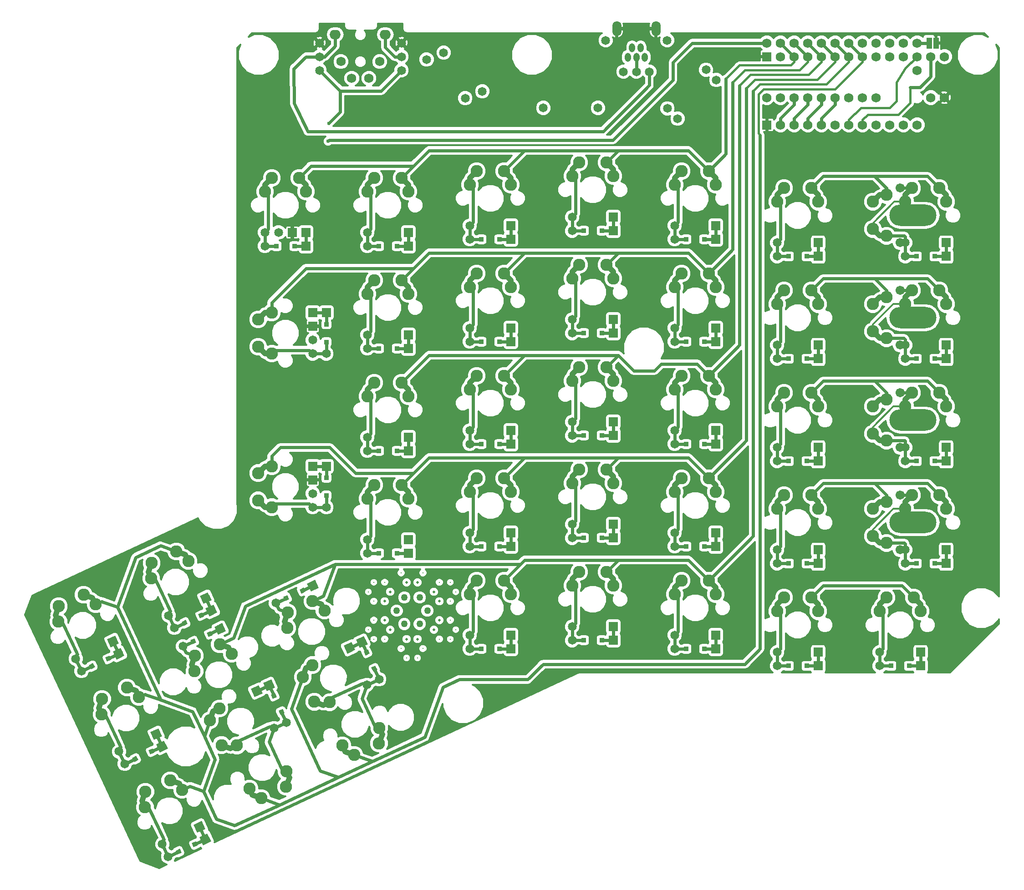
<source format=gbl>
G04 #@! TF.GenerationSoftware,KiCad,Pcbnew,(2016-12-22 revision d365dc5)-makepkg*
G04 #@! TF.CreationDate,2017-01-06T12:14:16-05:00*
G04 #@! TF.ProjectId,ErgoDOX,4572676F444F582E6B696361645F7063,rev?*
G04 #@! TF.FileFunction,Copper,L2,Bot,Signal*
G04 #@! TF.FilePolarity,Positive*
%FSLAX46Y46*%
G04 Gerber Fmt 4.6, Leading zero omitted, Abs format (unit mm)*
G04 Created by KiCad (PCBNEW (2016-12-22 revision d365dc5)-makepkg) date 01/06/17 12:14:16*
%MOMM*%
%LPD*%
G01*
G04 APERTURE LIST*
%ADD10C,0.150000*%
%ADD11C,0.609600*%
%ADD12O,1.143000X1.651000*%
%ADD13O,1.701800X2.794000*%
%ADD14C,1.651000*%
%ADD15C,1.752600*%
%ADD16R,1.752600X1.752600*%
%ADD17C,1.270000*%
%ADD18C,0.508000*%
%ADD19C,0.304800*%
%ADD20C,0.203200*%
%ADD21C,0.800000*%
%ADD22C,0.838200*%
%ADD23R,1.651000X1.651000*%
%ADD24C,2.286000*%
%ADD25R,1.016000X2.032000*%
%ADD26O,2.057400X1.752600*%
%ADD27C,2.283460*%
%ADD28R,0.838200X0.838200*%
%ADD29C,2.280920*%
%ADD30O,8.750300X3.987800*%
%ADD31C,1.701800*%
%ADD32C,0.609600*%
%ADD33C,1.016000*%
%ADD34C,0.406400*%
%ADD35C,0.600000*%
%ADD36C,0.300000*%
%ADD37C,0.304800*%
G04 APERTURE END LIST*
D10*
D11*
X53341367Y-147187736D02*
X55286576Y-146280670D01*
X58302224Y-144874450D02*
X60247433Y-143967384D01*
X70605747Y-139135936D02*
X72550956Y-138228870D01*
X75566604Y-136822650D02*
X77511813Y-135915584D01*
X187642500Y-93672660D02*
X189788800Y-93672660D01*
X193116200Y-93672660D02*
X195262500Y-93672660D01*
X187642500Y-131772660D02*
X189788800Y-131772660D01*
X193116200Y-131772660D02*
X195262500Y-131772660D01*
X187642500Y-74625200D02*
X189788800Y-74625200D01*
X193116200Y-74625200D02*
X195262500Y-74625200D01*
X187642500Y-112722660D02*
X189788800Y-112722660D01*
X193116200Y-112722660D02*
X195262500Y-112722660D01*
X87630000Y-72720200D02*
X89776300Y-72720200D01*
X93103700Y-72720200D02*
X95250000Y-72720200D01*
X144780000Y-90497660D02*
X146926300Y-90497660D01*
X150253700Y-90497660D02*
X152400000Y-90497660D01*
X72554721Y-161349962D02*
X71647655Y-159404753D01*
X70241435Y-156389105D02*
X69334370Y-154443896D01*
X89819101Y-153298162D02*
X88912035Y-151352953D01*
X87505815Y-148337305D02*
X86598750Y-146392096D01*
X106680000Y-147647660D02*
X108826300Y-147647660D01*
X112153700Y-147647660D02*
X114300000Y-147647660D01*
X125730000Y-146050000D02*
X127876300Y-146050000D01*
X131203700Y-146050000D02*
X133350000Y-146050000D01*
X163830000Y-150822660D02*
X165976300Y-150822660D01*
X169303700Y-150822660D02*
X171450000Y-150822660D01*
X87630000Y-129867660D02*
X89776300Y-129867660D01*
X93103700Y-129867660D02*
X95250000Y-129867660D01*
X106680000Y-128597660D02*
X108826300Y-128597660D01*
X112153700Y-128597660D02*
X114300000Y-128597660D01*
X125730000Y-127000000D02*
X127876300Y-127000000D01*
X131203700Y-127000000D02*
X133350000Y-127000000D01*
X144780000Y-128597660D02*
X146926300Y-128597660D01*
X150253700Y-128597660D02*
X152400000Y-128597660D01*
X163830000Y-131772660D02*
X165976300Y-131772660D01*
X169303700Y-131772660D02*
X171450000Y-131772660D01*
X87630000Y-110817660D02*
X89776300Y-110817660D01*
X93103700Y-110817660D02*
X95250000Y-110817660D01*
X106680000Y-109547660D02*
X108826300Y-109547660D01*
X112153700Y-109547660D02*
X114300000Y-109547660D01*
X125730000Y-107950000D02*
X127876300Y-107950000D01*
X131203700Y-107950000D02*
X133350000Y-107950000D01*
X144780000Y-109547660D02*
X146926300Y-109547660D01*
X150253700Y-109547660D02*
X152400000Y-109547660D01*
X106680000Y-90497660D02*
X108826300Y-90497660D01*
X112153700Y-90497660D02*
X114300000Y-90497660D01*
X125730000Y-88900000D02*
X127876300Y-88900000D01*
X131203700Y-88900000D02*
X133350000Y-88900000D01*
X163830000Y-93672660D02*
X165976300Y-93672660D01*
X169303700Y-93672660D02*
X171450000Y-93672660D01*
X144780000Y-147647660D02*
X146926300Y-147647660D01*
X150253700Y-147647660D02*
X152400000Y-147647660D01*
X106680000Y-71447660D02*
X108826300Y-71447660D01*
X112153700Y-71447660D02*
X114300000Y-71447660D01*
X125730000Y-69850000D02*
X127876300Y-69850000D01*
X131203700Y-69850000D02*
X133350000Y-69850000D01*
X144780000Y-71447660D02*
X146926300Y-71447660D01*
X150253700Y-71447660D02*
X152400000Y-71447660D01*
X163830000Y-74625200D02*
X165976300Y-74625200D01*
X169303700Y-74625200D02*
X171450000Y-74625200D01*
X51730638Y-143735681D02*
X53675847Y-142828615D01*
X56691495Y-141422395D02*
X58636704Y-140515330D01*
X34466258Y-151784941D02*
X36411467Y-150877875D01*
X39427115Y-149471655D02*
X41372324Y-148564590D01*
X50567318Y-186316241D02*
X52512527Y-185409175D01*
X55528175Y-184002955D02*
X57473384Y-183095890D01*
X42515518Y-169049321D02*
X44460727Y-168142255D01*
X47476375Y-166736035D02*
X49421584Y-165828970D01*
X87630000Y-91767660D02*
X89776300Y-91767660D01*
X93103700Y-91767660D02*
X95250000Y-91767660D01*
X182880000Y-150822660D02*
X185026300Y-150822660D01*
X188353700Y-150822660D02*
X190500000Y-150822660D01*
X80010000Y-121295160D02*
X80010000Y-119148860D01*
X80010000Y-115821460D02*
X80010000Y-113675160D01*
X80010000Y-92720160D02*
X80010000Y-90573860D01*
X80010000Y-87246460D02*
X80010000Y-85100160D01*
X68580000Y-72720200D02*
X70726300Y-72720200D01*
X74053700Y-72720200D02*
X76200000Y-72720200D01*
X163830000Y-112722660D02*
X165976300Y-112722660D01*
X169303700Y-112722660D02*
X171450000Y-112722660D01*
D12*
X139242800Y-37553900D03*
X138442700Y-35806380D03*
X137642600Y-37553900D03*
X136842500Y-35806380D03*
X136042400Y-37553900D03*
D13*
X133995160Y-32230060D03*
X141290040Y-32230060D03*
D14*
X140055600Y-40259000D03*
X143357600Y-34417000D03*
X137642600Y-40259000D03*
X131927600Y-34417000D03*
X135229600Y-40259000D03*
D15*
X169545000Y-34925000D03*
X172085000Y-34925000D03*
X161925000Y-34925000D03*
X164465000Y-34925000D03*
X167005000Y-34925000D03*
X174625000Y-34925000D03*
X177165000Y-34925000D03*
X179705000Y-34925000D03*
X182245000Y-34925000D03*
X184785000Y-34925000D03*
X187325000Y-34925000D03*
X189865000Y-34925000D03*
X189865000Y-50165000D03*
X187325000Y-50165000D03*
X184785000Y-50165000D03*
X182245000Y-50165000D03*
X179705000Y-50165000D03*
X177165000Y-50165000D03*
X174625000Y-50165000D03*
X172085000Y-50165000D03*
X169545000Y-50165000D03*
X167005000Y-50165000D03*
X164465000Y-50165000D03*
D16*
X161925000Y-50165000D03*
D15*
X189865000Y-40005000D03*
D17*
X93087700Y-140557500D03*
X94510100Y-143018760D03*
X97352360Y-143018760D03*
X98777300Y-140557500D03*
X97354900Y-138096240D03*
X94512640Y-138096240D03*
D18*
X90852500Y-142315180D03*
X94916500Y-145835620D03*
X99993960Y-144075400D03*
X101012500Y-138799820D03*
X96948500Y-135279380D03*
X91871040Y-137039600D03*
X91868500Y-144075400D03*
X96945960Y-145835620D03*
X101012500Y-142315180D03*
X99996500Y-137039600D03*
X94919040Y-135279380D03*
X90855040Y-138799820D03*
D19*
X88820500Y-142315180D03*
X93900500Y-147595840D03*
X101009960Y-145835620D03*
X103044500Y-138799820D03*
X97964500Y-133519160D03*
X90855040Y-135279380D03*
X90852500Y-145835620D03*
X97961960Y-147595840D03*
X103044500Y-142315180D03*
X101012500Y-135279380D03*
X93903040Y-133519160D03*
X88823040Y-138799820D03*
D20*
X87804500Y-144075400D03*
X94916500Y-149356060D03*
X103041960Y-145835620D03*
X104060500Y-137039600D03*
X96948500Y-131758940D03*
X88823040Y-135279380D03*
X88820500Y-145835620D03*
X96945960Y-149356060D03*
X104060500Y-144075400D03*
X103044500Y-135279380D03*
X94919040Y-131758940D03*
X87804500Y-137039600D03*
D21*
X100190000Y-58530000D03*
X177240000Y-132590000D03*
X157790000Y-132510000D03*
X138670000Y-134080000D03*
X119940000Y-134000000D03*
X59870000Y-171840000D03*
X101490000Y-129460000D03*
X155300000Y-37140000D03*
X174460000Y-54430000D03*
X78130000Y-55020000D03*
X138750000Y-64400000D03*
D15*
X164465000Y-37465000D03*
X167005000Y-37465000D03*
X169545000Y-37465000D03*
X172085000Y-37465000D03*
X174625000Y-37465000D03*
X177165000Y-37465000D03*
X179705000Y-37465000D03*
X182245000Y-37465000D03*
X184785000Y-37465000D03*
X187325000Y-37465000D03*
X189865000Y-37465000D03*
X192405000Y-37465000D03*
X194945000Y-37465000D03*
D16*
X161925000Y-37465000D03*
D15*
X194945000Y-45085000D03*
X192405000Y-45085000D03*
X182245000Y-45085000D03*
X179705000Y-45085000D03*
X177165000Y-45085000D03*
X174625000Y-45085000D03*
X172085000Y-45085000D03*
X169545000Y-45085000D03*
X167005000Y-45085000D03*
X164465000Y-45085000D03*
X161925000Y-45085000D03*
D14*
X53341367Y-147187736D03*
D22*
X55286576Y-146280670D03*
D10*
G36*
X55083862Y-146837623D02*
X54729623Y-146077956D01*
X55489290Y-145723717D01*
X55843529Y-146483384D01*
X55083862Y-146837623D01*
X55083862Y-146837623D01*
G37*
D14*
X60247433Y-143967384D03*
D10*
G36*
X59848147Y-145064412D02*
X59150405Y-143568098D01*
X60646719Y-142870356D01*
X61344461Y-144366670D01*
X59848147Y-145064412D01*
X59848147Y-145064412D01*
G37*
D22*
X58302224Y-144874450D03*
D10*
G36*
X58099510Y-145431403D02*
X57745271Y-144671736D01*
X58504938Y-144317497D01*
X58859177Y-145077164D01*
X58099510Y-145431403D01*
X58099510Y-145431403D01*
G37*
D14*
X70605747Y-139135936D03*
D22*
X72550956Y-138228870D03*
D10*
G36*
X72348242Y-138785823D02*
X71994003Y-138026156D01*
X72753670Y-137671917D01*
X73107909Y-138431584D01*
X72348242Y-138785823D01*
X72348242Y-138785823D01*
G37*
D14*
X77511813Y-135915584D03*
D10*
G36*
X77112527Y-137012612D02*
X76414785Y-135516298D01*
X77911099Y-134818556D01*
X78608841Y-136314870D01*
X77112527Y-137012612D01*
X77112527Y-137012612D01*
G37*
D22*
X75566604Y-136822650D03*
D10*
G36*
X75363890Y-137379603D02*
X75009651Y-136619936D01*
X75769318Y-136265697D01*
X76123557Y-137025364D01*
X75363890Y-137379603D01*
X75363890Y-137379603D01*
G37*
D14*
X77470000Y-118755160D03*
D23*
X77470000Y-116215160D03*
D14*
X77470000Y-90180160D03*
D23*
X77470000Y-87640160D03*
D14*
X71120000Y-70180200D03*
D23*
X73660000Y-70180200D03*
D24*
X77434621Y-138754526D03*
X72753017Y-143740174D03*
X79659082Y-140519823D03*
X72830577Y-140901427D03*
X60170241Y-146806326D03*
X55488637Y-151791974D03*
X62394702Y-148571623D03*
X55566197Y-148953227D03*
X85176179Y-167376434D03*
X89857783Y-162390786D03*
X82951718Y-165611137D03*
X89780223Y-165229533D03*
X67909259Y-175425694D03*
X72590863Y-170440046D03*
X65684798Y-173660397D03*
X72513303Y-173278793D03*
D14*
X152499602Y-41810398D03*
X145315398Y-48994602D03*
X150594602Y-39905398D03*
X143410398Y-47089602D03*
X130492500Y-46990000D03*
X120332500Y-46990000D03*
X101817898Y-36730398D03*
X109002102Y-43914602D03*
X98642898Y-38000398D03*
X105827102Y-45184602D03*
X78740000Y-40005000D03*
X78740000Y-37465000D03*
X78740000Y-34925000D03*
X93980000Y-40005000D03*
X93980000Y-37465000D03*
X93980000Y-34925000D03*
D25*
X192087500Y-34925000D03*
X193357500Y-34925000D03*
D26*
X90957400Y-33375600D03*
D15*
X82702400Y-38379400D03*
X87909400Y-41478200D03*
D26*
X81661000Y-33375600D03*
D15*
X84709000Y-41478200D03*
X89916000Y-38379400D03*
D24*
X193992500Y-80972660D03*
X187642500Y-83512660D03*
D27*
X195262500Y-83512660D03*
D24*
X188912500Y-80972660D03*
D14*
X187642500Y-91132660D03*
D23*
X195262500Y-91132660D03*
D14*
X187642500Y-93672660D03*
D23*
X195262500Y-93672660D03*
D28*
X189788800Y-93672660D03*
X193116200Y-93672660D03*
D29*
X181610000Y-83512660D03*
X184150000Y-82242660D03*
X184150000Y-89862660D03*
X181610000Y-88592660D03*
D30*
X189069980Y-86052660D03*
D31*
X186690000Y-91132660D03*
X186690000Y-80972660D03*
D24*
X193992500Y-119072660D03*
X187642500Y-121612660D03*
D27*
X195262500Y-121612660D03*
D24*
X188912500Y-119072660D03*
D14*
X187642500Y-129232660D03*
D23*
X195262500Y-129232660D03*
D14*
X187642500Y-131772660D03*
D23*
X195262500Y-131772660D03*
D28*
X189788800Y-131772660D03*
X193116200Y-131772660D03*
D29*
X181610000Y-121612660D03*
X184150000Y-120342660D03*
X184150000Y-127962660D03*
X181610000Y-126692660D03*
D30*
X189069980Y-124152660D03*
D31*
X186690000Y-129232660D03*
X186690000Y-119072660D03*
D24*
X193992500Y-61925200D03*
X187642500Y-64465200D03*
D27*
X195262500Y-64465200D03*
D24*
X188912500Y-61925200D03*
D14*
X187642500Y-72085200D03*
D23*
X195262500Y-72085200D03*
D14*
X187642500Y-74625200D03*
D23*
X195262500Y-74625200D03*
D28*
X189788800Y-74625200D03*
X193116200Y-74625200D03*
D29*
X181610000Y-64465200D03*
X184150000Y-63195200D03*
X184150000Y-70815200D03*
X181610000Y-69545200D03*
D30*
X189069980Y-67005200D03*
D31*
X186690000Y-72085200D03*
X186690000Y-61925200D03*
D24*
X193992500Y-100022660D03*
X187642500Y-102562660D03*
D27*
X195262500Y-102562660D03*
D24*
X188912500Y-100022660D03*
D14*
X187642500Y-110182660D03*
D23*
X195262500Y-110182660D03*
D14*
X187642500Y-112722660D03*
D23*
X195262500Y-112722660D03*
D28*
X189788800Y-112722660D03*
X193116200Y-112722660D03*
D29*
X181610000Y-102562660D03*
X184150000Y-101292660D03*
X184150000Y-108912660D03*
X181610000Y-107642660D03*
D30*
X189069980Y-105102660D03*
D31*
X186690000Y-110182660D03*
X186690000Y-100022660D03*
D24*
X93980000Y-60020200D03*
X87630000Y-62560200D03*
X95250000Y-62560200D03*
X88900000Y-60020200D03*
D14*
X87630000Y-70180200D03*
D23*
X95250000Y-70180200D03*
D14*
X87630000Y-72720200D03*
D23*
X95250000Y-72720200D03*
D28*
X89776300Y-72720200D03*
X93103700Y-72720200D03*
D24*
X151130000Y-77797660D03*
X144780000Y-80337660D03*
X152400000Y-80337660D03*
X146050000Y-77797660D03*
D14*
X144780000Y-87957660D03*
D23*
X152400000Y-87957660D03*
D14*
X144780000Y-90497660D03*
D23*
X152400000Y-90497660D03*
D28*
X146926300Y-90497660D03*
X150253700Y-90497660D03*
D24*
X58360986Y-160962159D03*
X63346634Y-165643763D03*
X60126283Y-158737698D03*
X60507887Y-165566203D03*
D14*
X70252699Y-162423412D03*
X67032348Y-155517347D03*
D10*
G36*
X68129376Y-155916633D02*
X66633062Y-156614375D01*
X65935320Y-155118061D01*
X67431634Y-154420319D01*
X68129376Y-155916633D01*
X68129376Y-155916633D01*
G37*
D14*
X72554721Y-161349962D03*
X69334370Y-154443896D03*
D10*
G36*
X70431398Y-154843182D02*
X68935084Y-155540924D01*
X68237342Y-154044610D01*
X69733656Y-153346868D01*
X70431398Y-154843182D01*
X70431398Y-154843182D01*
G37*
D22*
X71647655Y-159404753D03*
D10*
G36*
X72204608Y-159607467D02*
X71444941Y-159961706D01*
X71090702Y-159202039D01*
X71850369Y-158847800D01*
X72204608Y-159607467D01*
X72204608Y-159607467D01*
G37*
D22*
X70241435Y-156389105D03*
D10*
G36*
X70798388Y-156591819D02*
X70038721Y-156946058D01*
X69684482Y-156186391D01*
X70444149Y-155832152D01*
X70798388Y-156591819D01*
X70798388Y-156591819D01*
G37*
D24*
X75625366Y-152910359D03*
X80611014Y-157591963D03*
X77390663Y-150685898D03*
X77772267Y-157514403D03*
D14*
X87517079Y-154371612D03*
X84296728Y-147465547D03*
D10*
G36*
X85393756Y-147864833D02*
X83897442Y-148562575D01*
X83199700Y-147066261D01*
X84696014Y-146368519D01*
X85393756Y-147864833D01*
X85393756Y-147864833D01*
G37*
D14*
X89819101Y-153298162D03*
X86598750Y-146392096D03*
D10*
G36*
X87695778Y-146791382D02*
X86199464Y-147489124D01*
X85501722Y-145992810D01*
X86998036Y-145295068D01*
X87695778Y-146791382D01*
X87695778Y-146791382D01*
G37*
D22*
X88912035Y-151352953D03*
D10*
G36*
X89468988Y-151555667D02*
X88709321Y-151909906D01*
X88355082Y-151150239D01*
X89114749Y-150796000D01*
X89468988Y-151555667D01*
X89468988Y-151555667D01*
G37*
D22*
X87505815Y-148337305D03*
D10*
G36*
X88062768Y-148540019D02*
X87303101Y-148894258D01*
X86948862Y-148134591D01*
X87708529Y-147780352D01*
X88062768Y-148540019D01*
X88062768Y-148540019D01*
G37*
D24*
X113030000Y-134947660D03*
X106680000Y-137487660D03*
X114300000Y-137487660D03*
X107950000Y-134947660D03*
D14*
X106680000Y-145107660D03*
D23*
X114300000Y-145107660D03*
D14*
X106680000Y-147647660D03*
D23*
X114300000Y-147647660D03*
D28*
X108826300Y-147647660D03*
X112153700Y-147647660D03*
D24*
X132080000Y-133350000D03*
X125730000Y-135890000D03*
X133350000Y-135890000D03*
X127000000Y-133350000D03*
D14*
X125730000Y-143510000D03*
D23*
X133350000Y-143510000D03*
D14*
X125730000Y-146050000D03*
D23*
X133350000Y-146050000D03*
D28*
X127876300Y-146050000D03*
X131203700Y-146050000D03*
D24*
X170180000Y-138122660D03*
X163830000Y-140662660D03*
X171450000Y-140662660D03*
X165100000Y-138122660D03*
D14*
X163830000Y-148282660D03*
D23*
X171450000Y-148282660D03*
D14*
X163830000Y-150822660D03*
D23*
X171450000Y-150822660D03*
D28*
X165976300Y-150822660D03*
X169303700Y-150822660D03*
D24*
X93980000Y-117167660D03*
X87630000Y-119707660D03*
X95250000Y-119707660D03*
X88900000Y-117167660D03*
D14*
X87630000Y-127327660D03*
D23*
X95250000Y-127327660D03*
D14*
X87630000Y-129867660D03*
D23*
X95250000Y-129867660D03*
D28*
X89776300Y-129867660D03*
X93103700Y-129867660D03*
D24*
X113030000Y-115897660D03*
X106680000Y-118437660D03*
X114300000Y-118437660D03*
X107950000Y-115897660D03*
D14*
X106680000Y-126057660D03*
D23*
X114300000Y-126057660D03*
D14*
X106680000Y-128597660D03*
D23*
X114300000Y-128597660D03*
D28*
X108826300Y-128597660D03*
X112153700Y-128597660D03*
D24*
X132080000Y-114300000D03*
X125730000Y-116840000D03*
X133350000Y-116840000D03*
X127000000Y-114300000D03*
D14*
X125730000Y-124460000D03*
D23*
X133350000Y-124460000D03*
D14*
X125730000Y-127000000D03*
D23*
X133350000Y-127000000D03*
D28*
X127876300Y-127000000D03*
X131203700Y-127000000D03*
D24*
X151130000Y-115897660D03*
X144780000Y-118437660D03*
X152400000Y-118437660D03*
X146050000Y-115897660D03*
D14*
X144780000Y-126057660D03*
D23*
X152400000Y-126057660D03*
D14*
X144780000Y-128597660D03*
D23*
X152400000Y-128597660D03*
D28*
X146926300Y-128597660D03*
X150253700Y-128597660D03*
D24*
X170180000Y-119072660D03*
X163830000Y-121612660D03*
X171450000Y-121612660D03*
X165100000Y-119072660D03*
D14*
X163830000Y-129232660D03*
D23*
X171450000Y-129232660D03*
D14*
X163830000Y-131772660D03*
D23*
X171450000Y-131772660D03*
D28*
X165976300Y-131772660D03*
X169303700Y-131772660D03*
D24*
X93980000Y-98117660D03*
X87630000Y-100657660D03*
X95250000Y-100657660D03*
X88900000Y-98117660D03*
D14*
X87630000Y-108277660D03*
D23*
X95250000Y-108277660D03*
D14*
X87630000Y-110817660D03*
D23*
X95250000Y-110817660D03*
D28*
X89776300Y-110817660D03*
X93103700Y-110817660D03*
D24*
X113030000Y-96847660D03*
X106680000Y-99387660D03*
X114300000Y-99387660D03*
X107950000Y-96847660D03*
D14*
X106680000Y-107007660D03*
D23*
X114300000Y-107007660D03*
D14*
X106680000Y-109547660D03*
D23*
X114300000Y-109547660D03*
D28*
X108826300Y-109547660D03*
X112153700Y-109547660D03*
D24*
X132080000Y-95250000D03*
X125730000Y-97790000D03*
X133350000Y-97790000D03*
X127000000Y-95250000D03*
D14*
X125730000Y-105410000D03*
D23*
X133350000Y-105410000D03*
D14*
X125730000Y-107950000D03*
D23*
X133350000Y-107950000D03*
D28*
X127876300Y-107950000D03*
X131203700Y-107950000D03*
D24*
X151130000Y-96847660D03*
X144780000Y-99387660D03*
X152400000Y-99387660D03*
X146050000Y-96847660D03*
D14*
X144780000Y-107007660D03*
D23*
X152400000Y-107007660D03*
D14*
X144780000Y-109547660D03*
D23*
X152400000Y-109547660D03*
D28*
X146926300Y-109547660D03*
X150253700Y-109547660D03*
D24*
X113030000Y-77797660D03*
X106680000Y-80337660D03*
X114300000Y-80337660D03*
X107950000Y-77797660D03*
D14*
X106680000Y-87957660D03*
D23*
X114300000Y-87957660D03*
D14*
X106680000Y-90497660D03*
D23*
X114300000Y-90497660D03*
D28*
X108826300Y-90497660D03*
X112153700Y-90497660D03*
D24*
X132080000Y-76200000D03*
X125730000Y-78740000D03*
X133350000Y-78740000D03*
X127000000Y-76200000D03*
D14*
X125730000Y-86360000D03*
D23*
X133350000Y-86360000D03*
D14*
X125730000Y-88900000D03*
D23*
X133350000Y-88900000D03*
D28*
X127876300Y-88900000D03*
X131203700Y-88900000D03*
D24*
X170180000Y-80972660D03*
X163830000Y-83512660D03*
X171450000Y-83512660D03*
X165100000Y-80972660D03*
D14*
X163830000Y-91132660D03*
D23*
X171450000Y-91132660D03*
D14*
X163830000Y-93672660D03*
D23*
X171450000Y-93672660D03*
D28*
X165976300Y-93672660D03*
X169303700Y-93672660D03*
D24*
X151130000Y-134947660D03*
X144780000Y-137487660D03*
X152400000Y-137487660D03*
X146050000Y-134947660D03*
D14*
X144780000Y-145107660D03*
D23*
X152400000Y-145107660D03*
D14*
X144780000Y-147647660D03*
D23*
X152400000Y-147647660D03*
D28*
X146926300Y-147647660D03*
X150253700Y-147647660D03*
D24*
X113030000Y-58747660D03*
X106680000Y-61287660D03*
X114300000Y-61287660D03*
X107950000Y-58747660D03*
D14*
X106680000Y-68907660D03*
D23*
X114300000Y-68907660D03*
D14*
X106680000Y-71447660D03*
D23*
X114300000Y-71447660D03*
D28*
X108826300Y-71447660D03*
X112153700Y-71447660D03*
D24*
X132080000Y-57150000D03*
X125730000Y-59690000D03*
X133350000Y-59690000D03*
X127000000Y-57150000D03*
D14*
X125730000Y-67310000D03*
D23*
X133350000Y-67310000D03*
D14*
X125730000Y-69850000D03*
D23*
X133350000Y-69850000D03*
D28*
X127876300Y-69850000D03*
X131203700Y-69850000D03*
D24*
X151130000Y-58747660D03*
X144780000Y-61287660D03*
X152400000Y-61287660D03*
X146050000Y-58747660D03*
D14*
X144780000Y-68907660D03*
D23*
X152400000Y-68907660D03*
D14*
X144780000Y-71447660D03*
D23*
X152400000Y-71447660D03*
D28*
X146926300Y-71447660D03*
X150253700Y-71447660D03*
D24*
X170180000Y-61925200D03*
X163830000Y-64465200D03*
X171450000Y-64465200D03*
X165100000Y-61925200D03*
D14*
X163830000Y-72085200D03*
D23*
X171450000Y-72085200D03*
D14*
X163830000Y-74625200D03*
D23*
X171450000Y-74625200D03*
D28*
X165976300Y-74625200D03*
X169303700Y-74625200D03*
D24*
X52118441Y-129541946D03*
X47436837Y-134527594D03*
X54342902Y-131307243D03*
X47514397Y-131688847D03*
D14*
X50657188Y-141433659D03*
X57563253Y-138213308D03*
D10*
G36*
X57163967Y-139310336D02*
X56466225Y-137814022D01*
X57962539Y-137116280D01*
X58660281Y-138612594D01*
X57163967Y-139310336D01*
X57163967Y-139310336D01*
G37*
D14*
X51730638Y-143735681D03*
X58636704Y-140515330D03*
D10*
G36*
X58237418Y-141612358D02*
X57539676Y-140116044D01*
X59035990Y-139418302D01*
X59733732Y-140914616D01*
X58237418Y-141612358D01*
X58237418Y-141612358D01*
G37*
D22*
X53675847Y-142828615D03*
D10*
G36*
X53473133Y-143385568D02*
X53118894Y-142625901D01*
X53878561Y-142271662D01*
X54232800Y-143031329D01*
X53473133Y-143385568D01*
X53473133Y-143385568D01*
G37*
D22*
X56691495Y-141422395D03*
D10*
G36*
X56488781Y-141979348D02*
X56134542Y-141219681D01*
X56894209Y-140865442D01*
X57248448Y-141625109D01*
X56488781Y-141979348D01*
X56488781Y-141979348D01*
G37*
D24*
X34854061Y-137591206D03*
X30172457Y-142576854D03*
X37078522Y-139356503D03*
X30250017Y-139738107D03*
D14*
X33392808Y-149482919D03*
X40298873Y-146262568D03*
D10*
G36*
X39899587Y-147359596D02*
X39201845Y-145863282D01*
X40698159Y-145165540D01*
X41395901Y-146661854D01*
X39899587Y-147359596D01*
X39899587Y-147359596D01*
G37*
D14*
X34466258Y-151784941D03*
X41372324Y-148564590D03*
D10*
G36*
X40973038Y-149661618D02*
X40275296Y-148165304D01*
X41771610Y-147467562D01*
X42469352Y-148963876D01*
X40973038Y-149661618D01*
X40973038Y-149661618D01*
G37*
D22*
X36411467Y-150877875D03*
D10*
G36*
X36208753Y-151434828D02*
X35854514Y-150675161D01*
X36614181Y-150320922D01*
X36968420Y-151080589D01*
X36208753Y-151434828D01*
X36208753Y-151434828D01*
G37*
D22*
X39427115Y-149471655D03*
D10*
G36*
X39224401Y-150028608D02*
X38870162Y-149268941D01*
X39629829Y-148914702D01*
X39984068Y-149674369D01*
X39224401Y-150028608D01*
X39224401Y-150028608D01*
G37*
D24*
X50955121Y-172122506D03*
X46273517Y-177108154D03*
X53179582Y-173887803D03*
X46351077Y-174269407D03*
D14*
X49493868Y-184014219D03*
X56399933Y-180793868D03*
D10*
G36*
X56000647Y-181890896D02*
X55302905Y-180394582D01*
X56799219Y-179696840D01*
X57496961Y-181193154D01*
X56000647Y-181890896D01*
X56000647Y-181890896D01*
G37*
D14*
X50567318Y-186316241D03*
X57473384Y-183095890D03*
D10*
G36*
X57074098Y-184192918D02*
X56376356Y-182696604D01*
X57872670Y-181998862D01*
X58570412Y-183495176D01*
X57074098Y-184192918D01*
X57074098Y-184192918D01*
G37*
D22*
X52512527Y-185409175D03*
D10*
G36*
X52309813Y-185966128D02*
X51955574Y-185206461D01*
X52715241Y-184852222D01*
X53069480Y-185611889D01*
X52309813Y-185966128D01*
X52309813Y-185966128D01*
G37*
D22*
X55528175Y-184002955D03*
D10*
G36*
X55325461Y-184559908D02*
X54971222Y-183800241D01*
X55730889Y-183446002D01*
X56085128Y-184205669D01*
X55325461Y-184559908D01*
X55325461Y-184559908D01*
G37*
D24*
X42903321Y-154855586D03*
X38221717Y-159841234D03*
X45127782Y-156620883D03*
X38299277Y-157002487D03*
D14*
X41442068Y-166747299D03*
X48348133Y-163526948D03*
D10*
G36*
X47948847Y-164623976D02*
X47251105Y-163127662D01*
X48747419Y-162429920D01*
X49445161Y-163926234D01*
X47948847Y-164623976D01*
X47948847Y-164623976D01*
G37*
D14*
X42515518Y-169049321D03*
X49421584Y-165828970D03*
D10*
G36*
X49022298Y-166925998D02*
X48324556Y-165429684D01*
X49820870Y-164731942D01*
X50518612Y-166228256D01*
X49022298Y-166925998D01*
X49022298Y-166925998D01*
G37*
D22*
X44460727Y-168142255D03*
D10*
G36*
X44258013Y-168699208D02*
X43903774Y-167939541D01*
X44663441Y-167585302D01*
X45017680Y-168344969D01*
X44258013Y-168699208D01*
X44258013Y-168699208D01*
G37*
D22*
X47476375Y-166736035D03*
D10*
G36*
X47273661Y-167292988D02*
X46919422Y-166533321D01*
X47679089Y-166179082D01*
X48033328Y-166938749D01*
X47273661Y-167292988D01*
X47273661Y-167292988D01*
G37*
D24*
X93980000Y-79067660D03*
X87630000Y-81607660D03*
X95250000Y-81607660D03*
X88900000Y-79067660D03*
D14*
X87630000Y-89227660D03*
D23*
X95250000Y-89227660D03*
D14*
X87630000Y-91767660D03*
D23*
X95250000Y-91767660D03*
D28*
X89776300Y-91767660D03*
X93103700Y-91767660D03*
D24*
X189230000Y-138122660D03*
X182880000Y-140662660D03*
X190500000Y-140662660D03*
X184150000Y-138122660D03*
D14*
X182880000Y-148282660D03*
D23*
X190500000Y-148282660D03*
D14*
X182880000Y-150822660D03*
D23*
X190500000Y-150822660D03*
D28*
X185026300Y-150822660D03*
X188353700Y-150822660D03*
D24*
X67310000Y-114945160D03*
X69850000Y-121295160D03*
X69850000Y-113675160D03*
X67310000Y-120025160D03*
D14*
X77470000Y-121295160D03*
D23*
X77470000Y-113675160D03*
D14*
X80010000Y-121295160D03*
D23*
X80010000Y-113675160D03*
D28*
X80010000Y-119148860D03*
X80010000Y-115821460D03*
D24*
X67310000Y-86370160D03*
X69850000Y-92720160D03*
X69850000Y-85100160D03*
X67310000Y-91450160D03*
D14*
X77470000Y-92720160D03*
D23*
X77470000Y-85100160D03*
D14*
X80010000Y-92720160D03*
D23*
X80010000Y-85100160D03*
D28*
X80010000Y-90573860D03*
X80010000Y-87246460D03*
D24*
X74930000Y-60020200D03*
X68580000Y-62560200D03*
X76200000Y-62560200D03*
X69850000Y-60020200D03*
D14*
X68580000Y-70180200D03*
D23*
X76200000Y-70180200D03*
D14*
X68580000Y-72720200D03*
D23*
X76200000Y-72720200D03*
D28*
X70726300Y-72720200D03*
X74053700Y-72720200D03*
D24*
X170180000Y-100022660D03*
X163830000Y-102562660D03*
X171450000Y-102562660D03*
X165100000Y-100022660D03*
D14*
X163830000Y-110182660D03*
D23*
X171450000Y-110182660D03*
D14*
X163830000Y-112722660D03*
D23*
X171450000Y-112722660D03*
D28*
X165976300Y-112722660D03*
X169303700Y-112722660D03*
D32*
X80470000Y-49840000D03*
X80300000Y-53200000D03*
D11*
X195262500Y-72085200D02*
X195262500Y-74625200D01*
X195262500Y-129232660D02*
X195262500Y-131772660D01*
X195262500Y-110182660D02*
X195262500Y-112722660D01*
X195262500Y-91132660D02*
X195262500Y-93672660D01*
X190500000Y-148282660D02*
X190500000Y-150822660D01*
X171450000Y-72085200D02*
X171450000Y-74625200D01*
X171450000Y-148282660D02*
X171450000Y-150822660D01*
X171450000Y-91132660D02*
X171450000Y-93672660D01*
X171450000Y-129232660D02*
X171450000Y-131772660D01*
X171450000Y-110182660D02*
X171450000Y-112722660D01*
X57472580Y-183095900D02*
X56400700Y-180794660D01*
X133350000Y-105410000D02*
X133350000Y-107950000D01*
X133350000Y-67310000D02*
X133350000Y-69850000D01*
X133350000Y-143510000D02*
X133350000Y-146050000D01*
X133350000Y-86360000D02*
X133350000Y-88900000D01*
X172085000Y-48895000D02*
X172085000Y-50165000D01*
X133350000Y-124460000D02*
X133350000Y-127000000D01*
X174625000Y-46355000D02*
X172085000Y-48895000D01*
X174625000Y-45085000D02*
X174625000Y-46355000D01*
X84297520Y-147464780D02*
X86601300Y-146392900D01*
X152400000Y-87957660D02*
X152400000Y-90497660D01*
X152400000Y-68907660D02*
X152400000Y-71447660D01*
X152400000Y-145107660D02*
X152400000Y-147647660D01*
X152400000Y-126057660D02*
X152400000Y-128597660D01*
X152400000Y-107007660D02*
X152400000Y-109547660D01*
X67033140Y-155516580D02*
X69334380Y-154442160D01*
X114300000Y-87957660D02*
X114300000Y-90497660D01*
X114300000Y-126057660D02*
X114300000Y-128597660D01*
X114300000Y-107007660D02*
X114300000Y-109547660D01*
X172085000Y-46355000D02*
X169545000Y-48895000D01*
X49423320Y-165831520D02*
X48348900Y-163527740D01*
X114300000Y-145107660D02*
X114300000Y-147647660D01*
X169545000Y-48895000D02*
X169545000Y-50165000D01*
X172085000Y-45085000D02*
X172085000Y-46355000D01*
X114300000Y-68907660D02*
X114300000Y-71447660D01*
X169545000Y-45085000D02*
X169545000Y-46355000D01*
X57564020Y-138211560D02*
X58635900Y-140515340D01*
X95250000Y-89227660D02*
X95250000Y-91767660D01*
X95250000Y-108277660D02*
X95250000Y-110817660D01*
X167005000Y-48895000D02*
X167005000Y-50165000D01*
X169545000Y-46355000D02*
X167005000Y-48895000D01*
X95250000Y-70180200D02*
X95250000Y-72720200D01*
X40297100Y-146263360D02*
X41371520Y-148564600D01*
X76200000Y-70180200D02*
X76200000Y-72720200D01*
X164465000Y-48895000D02*
X164465000Y-50165000D01*
X77470000Y-85100160D02*
X80010000Y-85100160D01*
X167005000Y-46355000D02*
X164465000Y-48895000D01*
X167005000Y-45085000D02*
X167005000Y-46355000D01*
X77470000Y-113675160D02*
X80010000Y-113675160D01*
X177165000Y-34925000D02*
X179705000Y-37465000D01*
X73477120Y-158818580D02*
X78844140Y-170327320D01*
X53179980Y-173888400D02*
X54617620Y-173217840D01*
X78844140Y-170327320D02*
X82219800Y-171556680D01*
X98333560Y-164043360D02*
X101711760Y-154759660D01*
X88549480Y-168605200D02*
X98333560Y-164043360D01*
D33*
X34853880Y-137591800D02*
X36540440Y-138206480D01*
D11*
X101711760Y-154759660D02*
X104729280Y-153352500D01*
D33*
X42903140Y-154856180D02*
X44592240Y-155470860D01*
D11*
X55140860Y-159311340D02*
X49232820Y-157159960D01*
X49164240Y-128465580D02*
X44561760Y-130614420D01*
D33*
X52644040Y-172737780D02*
X53179980Y-173888400D01*
D11*
X75628500Y-152910540D02*
X73477120Y-158818580D01*
D33*
X76240640Y-151223980D02*
X77393800Y-150685500D01*
X75628500Y-152910540D02*
X76240640Y-151223980D01*
X58976260Y-159273240D02*
X60126880Y-158737300D01*
D11*
X82219800Y-171556680D02*
X88549480Y-168605200D01*
X71285100Y-176654460D02*
X82219800Y-171556680D01*
D33*
X50954940Y-172123100D02*
X52644040Y-172737780D01*
D11*
X67909440Y-175427640D02*
X71285100Y-176654460D01*
X38229540Y-138821160D02*
X41183560Y-139895580D01*
X37078920Y-139357100D02*
X38229540Y-138821160D01*
X46278800Y-156085540D02*
X49232820Y-157159960D01*
X45128180Y-156621480D02*
X46278800Y-156085540D01*
X59565540Y-179318920D02*
X57150000Y-174137320D01*
X62941200Y-180545740D02*
X59565540Y-179318920D01*
X71285100Y-176654460D02*
X62941200Y-180545740D01*
X54617620Y-173217840D02*
X57150000Y-174137320D01*
X52118260Y-129542540D02*
X49164240Y-128465580D01*
D34*
X161290000Y-43497500D02*
X160337500Y-44450000D01*
D11*
X41183560Y-139895580D02*
X49232820Y-157159960D01*
D33*
X58361580Y-160962340D02*
X58976260Y-159273240D01*
D11*
X59298840Y-168231820D02*
X57287160Y-163913820D01*
X157797500Y-150495000D02*
X120332500Y-150495000D01*
X57287160Y-163913820D02*
X55140860Y-159311340D01*
X160655000Y-52070000D02*
X160655000Y-147637500D01*
D34*
X160337500Y-44450000D02*
X160337500Y-51752500D01*
X160337500Y-51752500D02*
X160655000Y-52070000D01*
X174625000Y-43497500D02*
X161290000Y-43497500D01*
D11*
X104729280Y-153352500D02*
X117475000Y-153352500D01*
X160655000Y-147637500D02*
X157797500Y-150495000D01*
D34*
X179705000Y-38417500D02*
X179705000Y-37465000D01*
D11*
X120332500Y-150495000D02*
X117475000Y-153352500D01*
D34*
X179705000Y-38417500D02*
X174625000Y-43497500D01*
D33*
X44592240Y-155470860D02*
X45128180Y-156621480D01*
D11*
X58361580Y-160962340D02*
X57287160Y-163913820D01*
X85176360Y-167375840D02*
X88549480Y-168605200D01*
D33*
X67909440Y-175427640D02*
X66222880Y-174812960D01*
X53807360Y-130154680D02*
X54343300Y-131307840D01*
X52118260Y-129542540D02*
X53807360Y-130154680D01*
D11*
X57150000Y-174137320D02*
X59298840Y-168231820D01*
D33*
X85176360Y-167375840D02*
X83487260Y-166761160D01*
X66222880Y-174812960D02*
X65684400Y-173662340D01*
X83487260Y-166761160D02*
X82951320Y-165610540D01*
D11*
X44561760Y-130614420D02*
X41183560Y-139895580D01*
D33*
X36540440Y-138206480D02*
X37078920Y-139357100D01*
X114300000Y-136217660D02*
X114300000Y-137487660D01*
X190500000Y-139392660D02*
X190500000Y-140662660D01*
D11*
X172402500Y-135890000D02*
X186997340Y-135890000D01*
D33*
X152400000Y-136217660D02*
X152400000Y-137487660D01*
D34*
X172974000Y-42608500D02*
X160591500Y-42608500D01*
D11*
X186997340Y-135890000D02*
X189230000Y-138122660D01*
X159385000Y-126692660D02*
X159385000Y-43815000D01*
X115892580Y-132085080D02*
X113030000Y-134947660D01*
X116067840Y-131909820D02*
X115892580Y-132085080D01*
D33*
X132080000Y-133350000D02*
X133350000Y-134620000D01*
D11*
X81600040Y-131909820D02*
X116067840Y-131909820D01*
D33*
X77434440Y-138755120D02*
X79123540Y-139369800D01*
D11*
X60170060Y-146806920D02*
X62758320Y-145597880D01*
X170180000Y-138122660D02*
X170180000Y-138112500D01*
D33*
X60170060Y-146806920D02*
X61856620Y-147421600D01*
X79123540Y-139369800D02*
X79659480Y-140520420D01*
D11*
X170180000Y-138112500D02*
X172402500Y-135890000D01*
X134302500Y-131127500D02*
X147309840Y-131127500D01*
X77434440Y-138755120D02*
X79448660Y-137815320D01*
X174625000Y-34925000D02*
X177165000Y-37465000D01*
X147309840Y-131127500D02*
X151130000Y-134947660D01*
X64909700Y-139692380D02*
X81600040Y-131909820D01*
D34*
X160591500Y-42608500D02*
X159385000Y-43815000D01*
D33*
X61856620Y-147421600D02*
X62395100Y-148572220D01*
D11*
X134302500Y-131127500D02*
X116850160Y-131127500D01*
X116850160Y-131127500D02*
X116067840Y-131909820D01*
X79448660Y-137815320D02*
X81600040Y-131909820D01*
D33*
X189230000Y-138122660D02*
X190500000Y-139392660D01*
X133350000Y-134620000D02*
X133350000Y-135890000D01*
D11*
X151130000Y-134947660D02*
X159385000Y-126692660D01*
D33*
X170180000Y-138122660D02*
X171450000Y-139392660D01*
X151130000Y-134947660D02*
X152400000Y-136217660D01*
X113030000Y-134947660D02*
X114300000Y-136217660D01*
D34*
X177165000Y-37465000D02*
X177165000Y-38417500D01*
D11*
X132080000Y-133350000D02*
X134302500Y-131127500D01*
D34*
X177165000Y-38417500D02*
X172974000Y-42608500D01*
D33*
X171450000Y-139392660D02*
X171450000Y-140662660D01*
D11*
X62758320Y-145597880D02*
X64909700Y-139692380D01*
X181917340Y-116840000D02*
X184150000Y-119072660D01*
X184150000Y-119072660D02*
X184150000Y-120342660D01*
D33*
X184150000Y-120342660D02*
X182880000Y-120342660D01*
X182880000Y-120342660D02*
X181610000Y-121612660D01*
D11*
X85407500Y-114935000D02*
X96212660Y-114935000D01*
D33*
X152400000Y-117167660D02*
X152400000Y-118437660D01*
D11*
X116850160Y-112077500D02*
X134302500Y-112077500D01*
D33*
X193992500Y-119072660D02*
X195262500Y-120342660D01*
D11*
X172402500Y-116840000D02*
X181917340Y-116840000D01*
D33*
X170180000Y-119072660D02*
X171450000Y-120342660D01*
X113030000Y-115897660D02*
X114300000Y-117167660D01*
D11*
X172085000Y-34925000D02*
X174625000Y-37465000D01*
X191759840Y-116840000D02*
X193992500Y-119072660D01*
X71437500Y-110172500D02*
X80645000Y-110172500D01*
X181917340Y-116840000D02*
X191759840Y-116840000D01*
X147309840Y-112077500D02*
X151130000Y-115897660D01*
D33*
X171450000Y-120342660D02*
X171450000Y-121612660D01*
D11*
X69850000Y-113675160D02*
X69850000Y-111760000D01*
D34*
X171323000Y-41719500D02*
X159702500Y-41719500D01*
D33*
X93980000Y-117167660D02*
X95250000Y-118437660D01*
D11*
X134302500Y-112077500D02*
X147309840Y-112077500D01*
X99070160Y-112077500D02*
X116850160Y-112077500D01*
D33*
X95250000Y-118437660D02*
X95250000Y-119707660D01*
D11*
X93980000Y-117167660D02*
X96212660Y-114935000D01*
X80645000Y-110172500D02*
X85407500Y-114935000D01*
D33*
X114300000Y-117167660D02*
X114300000Y-118437660D01*
D34*
X174625000Y-37465000D02*
X174625000Y-38417500D01*
D11*
X96212660Y-114935000D02*
X99070160Y-112077500D01*
X170180000Y-119072660D02*
X170180000Y-119062500D01*
X132080000Y-114300000D02*
X134302500Y-112077500D01*
D34*
X159702500Y-41719500D02*
X158115000Y-43307000D01*
D33*
X195262500Y-120342660D02*
X195262500Y-121612660D01*
D34*
X174625000Y-38417500D02*
X171323000Y-41719500D01*
D33*
X151130000Y-115897660D02*
X152400000Y-117167660D01*
D11*
X69850000Y-111760000D02*
X71437500Y-110172500D01*
D33*
X132080000Y-114300000D02*
X133350000Y-115570000D01*
X68580000Y-113675160D02*
X69850000Y-113675160D01*
D11*
X113030000Y-115897660D02*
X116850160Y-112077500D01*
X151130000Y-115897660D02*
X158115000Y-108912660D01*
D33*
X67310000Y-114945160D02*
X68580000Y-113675160D01*
D11*
X170180000Y-119062500D02*
X172402500Y-116840000D01*
D33*
X133350000Y-115570000D02*
X133350000Y-116840000D01*
D11*
X158115000Y-108912660D02*
X158115000Y-43307000D01*
X181917340Y-97790000D02*
X184150000Y-100022660D01*
X184150000Y-100022660D02*
X184150000Y-101292660D01*
D33*
X184150000Y-101292660D02*
X182880000Y-101292660D01*
X182880000Y-101292660D02*
X181610000Y-102562660D01*
D11*
X113030000Y-96847660D02*
X116850160Y-93027500D01*
D33*
X113030000Y-96847660D02*
X114300000Y-98117660D01*
X170180000Y-100022660D02*
X171450000Y-101292660D01*
D34*
X172085000Y-38417500D02*
X169672000Y-40830500D01*
D33*
X151130000Y-96847660D02*
X152400000Y-98117660D01*
X95250000Y-99387660D02*
X95250000Y-100657660D01*
X132080000Y-95250000D02*
X133350000Y-96520000D01*
D11*
X169545000Y-34925000D02*
X172085000Y-37465000D01*
D33*
X152400000Y-98117660D02*
X152400000Y-99387660D01*
D11*
X170180000Y-100022660D02*
X170180000Y-100012500D01*
X156845000Y-91132660D02*
X156845000Y-42862500D01*
X134302500Y-93027500D02*
X137160000Y-95885000D01*
D34*
X172085000Y-37465000D02*
X172085000Y-38417500D01*
D11*
X132080000Y-95250000D02*
X134302500Y-93027500D01*
X151130000Y-96837500D02*
X148907500Y-94615000D01*
D34*
X169672000Y-40830500D02*
X158877000Y-40830500D01*
D11*
X99070160Y-93027500D02*
X116850160Y-93027500D01*
D33*
X93980000Y-98117660D02*
X95250000Y-99387660D01*
D11*
X151130000Y-96847660D02*
X156845000Y-91132660D01*
X170180000Y-100012500D02*
X172402500Y-97790000D01*
X172402500Y-97790000D02*
X181917340Y-97790000D01*
D33*
X171450000Y-101292660D02*
X171450000Y-102562660D01*
X133350000Y-96520000D02*
X133350000Y-97790000D01*
D11*
X137160000Y-95885000D02*
X140970000Y-95885000D01*
D33*
X114300000Y-98117660D02*
X114300000Y-99387660D01*
D34*
X158877000Y-40830500D02*
X156845000Y-42862500D01*
D11*
X181917340Y-97790000D02*
X191759840Y-97790000D01*
X142240000Y-94615000D02*
X148907500Y-94615000D01*
X93980000Y-98117660D02*
X99070160Y-93027500D01*
X191759840Y-97790000D02*
X193992500Y-100022660D01*
X116850160Y-93027500D02*
X134302500Y-93027500D01*
X140970000Y-95885000D02*
X142240000Y-94615000D01*
D33*
X193992500Y-100022660D02*
X195262500Y-101292660D01*
X195262500Y-101292660D02*
X195262500Y-102562660D01*
D11*
X151130000Y-96847660D02*
X151130000Y-96837500D01*
X181917340Y-78740000D02*
X184150000Y-80972660D01*
X184150000Y-80972660D02*
X184150000Y-82242660D01*
D33*
X184150000Y-82242660D02*
X182880000Y-82242660D01*
X182880000Y-82242660D02*
X181610000Y-83512660D01*
D34*
X168021000Y-39941500D02*
X157861000Y-39941500D01*
X169545000Y-37465000D02*
X169545000Y-38417500D01*
D11*
X191759840Y-78740000D02*
X193992500Y-80972660D01*
X170180000Y-80972660D02*
X170180000Y-80962500D01*
D33*
X114300000Y-79067660D02*
X114300000Y-80337660D01*
X195262500Y-82242660D02*
X195262500Y-83512660D01*
X67310000Y-86370160D02*
X68580000Y-85100160D01*
D11*
X151130000Y-77797660D02*
X155575000Y-73352660D01*
D33*
X132080000Y-76200000D02*
X133350000Y-77470000D01*
X193992500Y-80972660D02*
X195262500Y-82242660D01*
X151130000Y-77797660D02*
X152400000Y-79067660D01*
D11*
X147309840Y-73977500D02*
X151130000Y-77797660D01*
X69850000Y-85100160D02*
X69850000Y-83185000D01*
D34*
X157861000Y-39941500D02*
X155575000Y-42227500D01*
X169545000Y-38417500D02*
X168021000Y-39941500D01*
D11*
X132080000Y-76200000D02*
X134302500Y-73977500D01*
X134302500Y-73977500D02*
X147309840Y-73977500D01*
X167005000Y-34925000D02*
X169545000Y-37465000D01*
D33*
X133350000Y-77470000D02*
X133350000Y-78740000D01*
X113030000Y-77797660D02*
X114300000Y-79067660D01*
D11*
X76200000Y-76835000D02*
X96212660Y-76835000D01*
X181917340Y-78740000D02*
X191759840Y-78740000D01*
D33*
X171450000Y-82242660D02*
X171450000Y-83512660D01*
D11*
X113030000Y-77797660D02*
X116850160Y-73977500D01*
X99070160Y-73977500D02*
X116850160Y-73977500D01*
X155575000Y-73352660D02*
X155575000Y-42227500D01*
X69850000Y-83185000D02*
X76200000Y-76835000D01*
D33*
X170180000Y-80972660D02*
X171450000Y-82242660D01*
D11*
X93980000Y-79067660D02*
X99070160Y-73977500D01*
D33*
X152400000Y-79067660D02*
X152400000Y-80337660D01*
X95250000Y-80337660D02*
X95250000Y-81607660D01*
X93980000Y-79067660D02*
X95250000Y-80337660D01*
D11*
X170180000Y-80962500D02*
X172402500Y-78740000D01*
X93980000Y-79067660D02*
X96212660Y-76835000D01*
D33*
X68580000Y-85100160D02*
X69850000Y-85100160D01*
D11*
X172402500Y-78740000D02*
X181917340Y-78740000D01*
X116850160Y-73977500D02*
X134302500Y-73977500D01*
X181914800Y-59690000D02*
X184150000Y-61925200D01*
X184150000Y-61925200D02*
X184150000Y-63195200D01*
D33*
X184150000Y-63195200D02*
X182880000Y-63195200D01*
X182880000Y-63195200D02*
X181610000Y-64465200D01*
D11*
X77165200Y-57785000D02*
X96202500Y-57785000D01*
X172415200Y-59690000D02*
X181914800Y-59690000D01*
D33*
X152400000Y-60017660D02*
X152400000Y-61287660D01*
X193992500Y-61925200D02*
X195262500Y-63195200D01*
X132080000Y-57150000D02*
X133350000Y-58420000D01*
X195262500Y-63195200D02*
X195262500Y-64465200D01*
D11*
X181914800Y-59690000D02*
X191757300Y-59690000D01*
X116840000Y-54927500D02*
X134302500Y-54927500D01*
X147309840Y-54927500D02*
X151130000Y-58747660D01*
X170180000Y-61925200D02*
X172415200Y-59690000D01*
D34*
X156845000Y-39052500D02*
X154305000Y-41592500D01*
D11*
X132080000Y-57150000D02*
X134302500Y-54927500D01*
X191757300Y-59690000D02*
X193992500Y-61925200D01*
X164465000Y-34925000D02*
X167005000Y-37465000D01*
X96202500Y-57785000D02*
X99060000Y-54927500D01*
D33*
X113030000Y-58747660D02*
X114300000Y-60017660D01*
X170180000Y-61925200D02*
X171450000Y-63195200D01*
D11*
X113030000Y-58737500D02*
X116840000Y-54927500D01*
X154305000Y-41592500D02*
X154305000Y-55572660D01*
D33*
X93980000Y-60020200D02*
X95250000Y-61290200D01*
D11*
X74930000Y-60020200D02*
X77165200Y-57785000D01*
D33*
X151130000Y-58747660D02*
X152400000Y-60017660D01*
D34*
X167005000Y-37465000D02*
X167005000Y-38417500D01*
D33*
X95250000Y-61290200D02*
X95250000Y-62560200D01*
D11*
X154305000Y-55572660D02*
X151130000Y-58747660D01*
X93980000Y-60020200D02*
X93980000Y-60007500D01*
D33*
X133350000Y-58420000D02*
X133350000Y-59690000D01*
X171450000Y-63195200D02*
X171450000Y-64465200D01*
D11*
X93980000Y-60007500D02*
X96202500Y-57785000D01*
X113030000Y-58747660D02*
X113030000Y-58737500D01*
X134302500Y-54927500D02*
X147309840Y-54927500D01*
D33*
X114300000Y-60017660D02*
X114300000Y-61287660D01*
X76200000Y-61290200D02*
X76200000Y-62560200D01*
D11*
X99060000Y-54927500D02*
X116840000Y-54927500D01*
D34*
X167005000Y-38417500D02*
X166370000Y-39052500D01*
D33*
X74930000Y-60020200D02*
X76200000Y-61290200D01*
D34*
X166370000Y-39052500D02*
X156845000Y-39052500D01*
X184782460Y-46990000D02*
X179387500Y-46990000D01*
X177165000Y-49212500D02*
X177165000Y-50165000D01*
X187590000Y-39600000D02*
X186055000Y-42227500D01*
X179387500Y-46990000D02*
X177165000Y-49212500D01*
X186055000Y-45717460D02*
X184782460Y-46990000D01*
X186055000Y-42227500D02*
X186055000Y-45717460D01*
X189865000Y-37465000D02*
X187590000Y-39600000D01*
D35*
X188595000Y-43140000D02*
X190400000Y-43140000D01*
D34*
X186372500Y-48260000D02*
X180657500Y-48260000D01*
X180657500Y-48260000D02*
X179705000Y-49212500D01*
X179705000Y-50165000D02*
X179705000Y-49212500D01*
X188595000Y-46037500D02*
X186372500Y-48260000D01*
X188595000Y-43140000D02*
X188595000Y-46037500D01*
D35*
X192405000Y-41135000D02*
X192405000Y-37465000D01*
X190400000Y-43140000D02*
X192405000Y-41135000D01*
D11*
X189865000Y-34925000D02*
X192087500Y-34925000D01*
D35*
X161925000Y-34925000D02*
X148025000Y-34925000D01*
X82550000Y-47760000D02*
X82550000Y-43815000D01*
X80470000Y-49840000D02*
X82550000Y-47760000D01*
X80530000Y-52970000D02*
X80300000Y-53200000D01*
X133270000Y-52970000D02*
X80530000Y-52970000D01*
X144450000Y-41790000D02*
X133270000Y-52970000D01*
X144450000Y-38500000D02*
X144450000Y-41790000D01*
X148025000Y-34925000D02*
X144450000Y-38500000D01*
D11*
X82550000Y-43815000D02*
X90170000Y-43815000D01*
X93980000Y-40005000D02*
X90170000Y-43815000D01*
X82550000Y-43815000D02*
X78740000Y-40005000D01*
D33*
X55565040Y-148953220D02*
X54950360Y-150642320D01*
D11*
X53878480Y-148338540D02*
X55565040Y-148953220D01*
X53340000Y-147187920D02*
X53878480Y-148338540D01*
D33*
X54950360Y-150642320D02*
X55488840Y-151792940D01*
D11*
X70606920Y-139136120D02*
X71142860Y-140289280D01*
X71142860Y-140289280D02*
X72829420Y-140901420D01*
D33*
X72217280Y-142590520D02*
X72753220Y-143741140D01*
X72829420Y-140901420D02*
X72217280Y-142590520D01*
D35*
X140055600Y-40259000D02*
X140055600Y-42784400D01*
X76225000Y-37465000D02*
X78740000Y-37465000D01*
X76225000Y-37465000D02*
X73960000Y-39730000D01*
X73960000Y-39730000D02*
X74003043Y-46110147D01*
X74003043Y-46110147D02*
X76543043Y-51360147D01*
X131479853Y-51360147D02*
X76543043Y-51360147D01*
X140055600Y-42784400D02*
X131479853Y-51360147D01*
D11*
X79692500Y-37465000D02*
X78740000Y-37465000D01*
X81661000Y-35496500D02*
X79692500Y-37465000D01*
X81661000Y-33375600D02*
X81661000Y-35496500D01*
D35*
X137642600Y-37279580D02*
X137642600Y-40259000D01*
X93980000Y-37465000D02*
X94235000Y-37465000D01*
D11*
X92710000Y-37465000D02*
X93980000Y-37465000D01*
X90957400Y-33375600D02*
X90957400Y-35712400D01*
X90957400Y-35712400D02*
X92710000Y-37465000D01*
X31015940Y-142885160D02*
X33698180Y-148640800D01*
X33393380Y-149484080D02*
X34465260Y-151785320D01*
D33*
X30248860Y-139738100D02*
X29634180Y-141427200D01*
D11*
X33698180Y-148640800D02*
X33393380Y-149484080D01*
X30172660Y-142577820D02*
X31015940Y-142885160D01*
D33*
X29634180Y-141427200D02*
X30172660Y-142577820D01*
X46901100Y-133375400D02*
X47437040Y-134526020D01*
X47513240Y-131688840D02*
X46901100Y-133375400D01*
D11*
X50965100Y-140589000D02*
X50657760Y-141432280D01*
X47437040Y-134526020D02*
X48280320Y-134833360D01*
X48280320Y-134833360D02*
X50965100Y-140589000D01*
X50657760Y-141432280D02*
X51729640Y-143736060D01*
X38221920Y-159842200D02*
X39067740Y-160149540D01*
X39067740Y-160149540D02*
X41749980Y-165905180D01*
D33*
X37685980Y-158691580D02*
X38221920Y-159842200D01*
X38300660Y-157005020D02*
X37685980Y-158691580D01*
D11*
X41442640Y-166748460D02*
X42517060Y-169052240D01*
X41749980Y-165905180D02*
X41442640Y-166748460D01*
D33*
X77774800Y-157515560D02*
X79461360Y-158127700D01*
D11*
X80919320Y-156748480D02*
X86674960Y-154063700D01*
D33*
X89778840Y-165229540D02*
X90393520Y-163540440D01*
D11*
X89011760Y-162082480D02*
X89857580Y-162389820D01*
X87518240Y-154371040D02*
X86598760Y-156903420D01*
D33*
X90393520Y-163540440D02*
X89857580Y-162389820D01*
D11*
X86674960Y-154063700D02*
X87518240Y-154371040D01*
X86598760Y-156903420D02*
X89011760Y-162082480D01*
D33*
X79461360Y-158127700D02*
X80611980Y-157591760D01*
D11*
X80611980Y-157591760D02*
X80919320Y-156748480D01*
X87518240Y-154371040D02*
X89822020Y-153299160D01*
X63654940Y-164800280D02*
X69410580Y-162115500D01*
X69410580Y-162115500D02*
X70253860Y-162422840D01*
X70253860Y-162422840D02*
X72555100Y-161348420D01*
D33*
X62196980Y-166179500D02*
X63347600Y-165643560D01*
X72514460Y-173278800D02*
X73129140Y-171592240D01*
X73129140Y-171592240D02*
X72590660Y-170441620D01*
X60507880Y-165564820D02*
X62196980Y-166179500D01*
D11*
X63347600Y-165643560D02*
X63654940Y-164800280D01*
X70253860Y-162422840D02*
X69331840Y-164955220D01*
X71747380Y-170134280D02*
X72590660Y-170441620D01*
X69331840Y-164955220D02*
X71747380Y-170134280D01*
X46273720Y-177109120D02*
X47117000Y-177416460D01*
X47117000Y-177416460D02*
X49801780Y-183169560D01*
X49801780Y-183169560D02*
X49494440Y-184015380D01*
X49494440Y-184015380D02*
X50566320Y-186316620D01*
D33*
X46349920Y-174269400D02*
X45737780Y-175955960D01*
X45737780Y-175955960D02*
X46273720Y-177109120D01*
D11*
X107315000Y-138122660D02*
X107315000Y-144472660D01*
D33*
X106680000Y-136217660D02*
X106680000Y-137487660D01*
X107950000Y-134947660D02*
X106680000Y-136217660D01*
D11*
X106680000Y-145107660D02*
X106680000Y-147647660D01*
X106680000Y-137487660D02*
X107315000Y-138122660D01*
X107315000Y-144472660D02*
X106680000Y-145107660D01*
D33*
X125730000Y-134620000D02*
X125730000Y-135890000D01*
X127000000Y-133350000D02*
X125730000Y-134620000D01*
D11*
X126365000Y-136525000D02*
X126365000Y-142875000D01*
X126365000Y-142875000D02*
X125730000Y-143510000D01*
X125730000Y-135890000D02*
X126365000Y-136525000D01*
X125730000Y-143510000D02*
X125730000Y-146050000D01*
D33*
X146050000Y-134947660D02*
X144780000Y-136217660D01*
D11*
X144780000Y-145107660D02*
X144780000Y-147647660D01*
X145415000Y-138122660D02*
X145415000Y-144472660D01*
X145415000Y-144472660D02*
X144780000Y-145107660D01*
X144780000Y-137487660D02*
X145415000Y-138122660D01*
D33*
X144780000Y-136217660D02*
X144780000Y-137487660D01*
X165100000Y-138122660D02*
X163830000Y-139392660D01*
D11*
X164465000Y-147647660D02*
X163830000Y-148282660D01*
D33*
X163830000Y-139392660D02*
X163830000Y-140662660D01*
D11*
X164465000Y-141297660D02*
X164465000Y-147647660D01*
X163830000Y-140662660D02*
X164465000Y-141297660D01*
X163830000Y-148282660D02*
X163830000Y-150822660D01*
D33*
X182880000Y-139392660D02*
X182880000Y-140662660D01*
D11*
X183515000Y-141297660D02*
X183515000Y-147647660D01*
D33*
X184150000Y-138122660D02*
X182880000Y-139392660D01*
D11*
X183515000Y-147647660D02*
X182880000Y-148282660D01*
X182880000Y-140662660D02*
X183515000Y-141297660D01*
X182880000Y-148282660D02*
X182880000Y-150822660D01*
X77470000Y-121295160D02*
X80010000Y-121295160D01*
D33*
X68580000Y-121295160D02*
X69850000Y-121295160D01*
D11*
X69850000Y-121295160D02*
X70495160Y-120650000D01*
D33*
X67310000Y-120025160D02*
X68580000Y-121295160D01*
D11*
X76824840Y-120650000D02*
X77470000Y-121295160D01*
X70495160Y-120650000D02*
X76824840Y-120650000D01*
D33*
X87630000Y-118437660D02*
X87630000Y-119707660D01*
D11*
X88265000Y-120342660D02*
X88265000Y-126692660D01*
X87630000Y-119707660D02*
X88265000Y-120342660D01*
X87630000Y-127327660D02*
X88265000Y-126692660D01*
D33*
X88900000Y-117167660D02*
X87630000Y-118437660D01*
D11*
X87630000Y-127327660D02*
X87630000Y-129867660D01*
D33*
X106680000Y-117167660D02*
X106680000Y-118437660D01*
D11*
X106680000Y-118437660D02*
X107315000Y-119072660D01*
X107315000Y-119072660D02*
X107315000Y-125422660D01*
X107315000Y-125422660D02*
X106680000Y-126057660D01*
D33*
X107950000Y-115897660D02*
X106680000Y-117167660D01*
D11*
X106680000Y-126057660D02*
X106680000Y-128597660D01*
D33*
X125730000Y-115570000D02*
X125730000Y-116840000D01*
D11*
X126365000Y-117475000D02*
X126365000Y-123825000D01*
X126365000Y-123825000D02*
X125730000Y-124460000D01*
D33*
X127000000Y-114300000D02*
X125730000Y-115570000D01*
D11*
X125730000Y-124460000D02*
X125730000Y-127000000D01*
X125730000Y-116840000D02*
X126365000Y-117475000D01*
X144780000Y-126057660D02*
X144780000Y-128597660D01*
X145415000Y-119072660D02*
X145415000Y-125422660D01*
X145415000Y-125422660D02*
X144780000Y-126057660D01*
D33*
X146050000Y-115897660D02*
X144780000Y-117167660D01*
D11*
X144780000Y-118437660D02*
X145415000Y-119072660D01*
D33*
X144780000Y-117167660D02*
X144780000Y-118437660D01*
X163830000Y-120342660D02*
X163830000Y-121612660D01*
D11*
X164465000Y-128597660D02*
X163830000Y-129232660D01*
X164465000Y-122247660D02*
X164465000Y-128597660D01*
X163830000Y-129232660D02*
X163830000Y-131772660D01*
X163830000Y-121612660D02*
X164465000Y-122247660D01*
D33*
X165100000Y-119072660D02*
X163830000Y-120342660D01*
D35*
X187642500Y-121612660D02*
X187642500Y-122725180D01*
X187642500Y-122725180D02*
X189069980Y-124152660D01*
X186690000Y-129232660D02*
X187642500Y-129232660D01*
X186690000Y-119072660D02*
X188912500Y-119072660D01*
X187642500Y-128107500D02*
X187497660Y-127962660D01*
X187497660Y-127962660D02*
X184150000Y-127962660D01*
X187642500Y-129232660D02*
X187642500Y-128107500D01*
D36*
X185447340Y-121612660D02*
X181610000Y-125450000D01*
X181610000Y-125450000D02*
X181610000Y-126692660D01*
X187642500Y-121612660D02*
X185447340Y-121612660D01*
D33*
X182880000Y-127962660D02*
X184150000Y-127962660D01*
D11*
X187642500Y-129232660D02*
X187642500Y-131772660D01*
D33*
X181610000Y-126692660D02*
X182880000Y-127962660D01*
D11*
X187314840Y-121285000D02*
X187642500Y-121612660D01*
D33*
X188912500Y-119072660D02*
X187642500Y-120342660D01*
X187642500Y-120342660D02*
X187642500Y-121612660D01*
X88900000Y-98117660D02*
X87630000Y-99387660D01*
D11*
X87630000Y-108277660D02*
X87630000Y-110817660D01*
X87630000Y-100657660D02*
X88265000Y-101292660D01*
D33*
X87630000Y-99387660D02*
X87630000Y-100657660D01*
D11*
X88265000Y-101292660D02*
X88265000Y-107642660D01*
X88265000Y-107642660D02*
X87630000Y-108277660D01*
X107315000Y-106372660D02*
X106680000Y-107007660D01*
X106680000Y-99387660D02*
X107315000Y-100022660D01*
D33*
X106680000Y-98117660D02*
X106680000Y-99387660D01*
X107950000Y-96847660D02*
X106680000Y-98117660D01*
D11*
X107315000Y-100022660D02*
X107315000Y-106372660D01*
X106680000Y-107007660D02*
X106680000Y-109547660D01*
D33*
X127000000Y-95250000D02*
X125730000Y-96520000D01*
D11*
X125730000Y-105410000D02*
X125730000Y-107950000D01*
X126365000Y-104775000D02*
X125730000Y-105410000D01*
X125730000Y-97790000D02*
X126365000Y-98425000D01*
X126365000Y-98425000D02*
X126365000Y-104775000D01*
D33*
X125730000Y-96520000D02*
X125730000Y-97790000D01*
D11*
X145415000Y-100022660D02*
X145415000Y-106372660D01*
X145415000Y-106372660D02*
X144780000Y-107007660D01*
D33*
X144780000Y-98117660D02*
X144780000Y-99387660D01*
X146050000Y-96847660D02*
X144780000Y-98117660D01*
D11*
X144780000Y-107007660D02*
X144780000Y-109547660D01*
X144780000Y-99387660D02*
X145415000Y-100022660D01*
D33*
X163830000Y-101292660D02*
X163830000Y-102562660D01*
D11*
X163830000Y-102562660D02*
X164465000Y-103197660D01*
X163830000Y-110182660D02*
X163830000Y-112722660D01*
X164465000Y-109547660D02*
X163830000Y-110182660D01*
D33*
X165100000Y-100022660D02*
X163830000Y-101292660D01*
D11*
X164465000Y-103197660D02*
X164465000Y-109547660D01*
D35*
X186690000Y-110182660D02*
X187642500Y-110182660D01*
X186690000Y-100022660D02*
X188912500Y-100022660D01*
X187642500Y-102562660D02*
X187642500Y-103675180D01*
X187642500Y-103675180D02*
X189069980Y-105102660D01*
X187642500Y-109002500D02*
X187552660Y-108912660D01*
X187552660Y-108912660D02*
X184150000Y-108912660D01*
X187642500Y-110182660D02*
X187642500Y-109002500D01*
D36*
X185467340Y-102562660D02*
X181610000Y-106420000D01*
X181610000Y-106420000D02*
X181610000Y-107642660D01*
X187642500Y-102562660D02*
X185467340Y-102562660D01*
D33*
X181610000Y-107642660D02*
X182880000Y-108912660D01*
X182880000Y-108912660D02*
X184150000Y-108912660D01*
D11*
X184150000Y-108912660D02*
X183832500Y-108595160D01*
X187642500Y-110182660D02*
X187642500Y-112722660D01*
X187314840Y-102235000D02*
X187642500Y-102562660D01*
D33*
X188912500Y-100022660D02*
X187642500Y-101292660D01*
X187642500Y-101292660D02*
X187642500Y-102562660D01*
D11*
X76824840Y-92075000D02*
X77470000Y-92720160D01*
X70495160Y-92075000D02*
X76824840Y-92075000D01*
D33*
X67310000Y-91450160D02*
X68580000Y-92720160D01*
X68580000Y-92720160D02*
X69850000Y-92720160D01*
D11*
X69850000Y-92720160D02*
X70495160Y-92075000D01*
X77470000Y-92720160D02*
X80010000Y-92720160D01*
D33*
X88900000Y-79067660D02*
X87630000Y-80337660D01*
D11*
X88265000Y-82242660D02*
X88265000Y-88592660D01*
X87630000Y-81607660D02*
X88265000Y-82242660D01*
X87630000Y-89227660D02*
X87630000Y-91767660D01*
D33*
X87630000Y-80337660D02*
X87630000Y-81607660D01*
D11*
X88265000Y-88592660D02*
X87630000Y-89227660D01*
D33*
X107950000Y-77797660D02*
X106680000Y-79067660D01*
X106680000Y-79067660D02*
X106680000Y-80337660D01*
D11*
X106680000Y-87957660D02*
X106680000Y-90497660D01*
X106680000Y-80337660D02*
X107315000Y-80972660D01*
X107315000Y-80972660D02*
X107315000Y-87322660D01*
X107315000Y-87322660D02*
X106680000Y-87957660D01*
D33*
X127000000Y-76200000D02*
X125730000Y-77470000D01*
D11*
X125730000Y-78740000D02*
X126365000Y-79375000D01*
X126365000Y-85725000D02*
X125730000Y-86360000D01*
X125730000Y-86360000D02*
X125730000Y-88900000D01*
X126365000Y-79375000D02*
X126365000Y-85725000D01*
D33*
X125730000Y-77470000D02*
X125730000Y-78740000D01*
D11*
X144780000Y-80337660D02*
X145415000Y-80972660D01*
D33*
X144780000Y-79067660D02*
X144780000Y-80337660D01*
D11*
X145415000Y-87322660D02*
X144780000Y-87957660D01*
D33*
X146050000Y-77797660D02*
X144780000Y-79067660D01*
D11*
X145415000Y-80972660D02*
X145415000Y-87322660D01*
X144780000Y-87957660D02*
X144780000Y-90497660D01*
D33*
X163830000Y-82242660D02*
X163830000Y-83512660D01*
X165100000Y-80972660D02*
X163830000Y-82242660D01*
D11*
X164465000Y-90497660D02*
X163830000Y-91132660D01*
X163830000Y-83512660D02*
X164465000Y-84147660D01*
X163830000Y-91132660D02*
X163830000Y-93672660D01*
X164465000Y-84147660D02*
X164465000Y-90497660D01*
D35*
X186690000Y-91132660D02*
X187642500Y-91132660D01*
X186690000Y-80972660D02*
X188912500Y-80972660D01*
X187642500Y-83512660D02*
X187642500Y-84625180D01*
X187642500Y-84625180D02*
X189069980Y-86052660D01*
X187642500Y-90087500D02*
X187417660Y-89862660D01*
X187417660Y-89862660D02*
X184150000Y-89862660D01*
X187642500Y-91132660D02*
X187642500Y-90087500D01*
D36*
X185407340Y-83512660D02*
X181610000Y-87310000D01*
X181610000Y-87310000D02*
X181610000Y-88592660D01*
X187642500Y-83512660D02*
X185407340Y-83512660D01*
D11*
X184150000Y-89862660D02*
X183832500Y-89545160D01*
D33*
X181610000Y-88592660D02*
X182880000Y-89862660D01*
X182880000Y-89862660D02*
X184150000Y-89862660D01*
D11*
X187642500Y-91132660D02*
X187642500Y-93672660D01*
D33*
X188912500Y-80972660D02*
X187642500Y-82242660D01*
X187642500Y-82242660D02*
X187642500Y-83512660D01*
D11*
X187314840Y-83185000D02*
X187642500Y-83512660D01*
X69215000Y-69545200D02*
X68580000Y-70180200D01*
D33*
X69850000Y-60020200D02*
X68580000Y-61290200D01*
D11*
X68580000Y-70180200D02*
X68580000Y-72720200D01*
X68580000Y-62560200D02*
X69215000Y-63195200D01*
X69215000Y-63195200D02*
X69215000Y-69545200D01*
D33*
X68580000Y-61290200D02*
X68580000Y-62560200D01*
X88900000Y-60020200D02*
X87630000Y-61290200D01*
D11*
X88265000Y-63195200D02*
X88265000Y-69545200D01*
X87630000Y-62560200D02*
X88265000Y-63195200D01*
D33*
X87630000Y-61290200D02*
X87630000Y-62560200D01*
D11*
X88265000Y-69545200D02*
X87630000Y-70180200D01*
X87630000Y-70180200D02*
X87630000Y-72720200D01*
X106680000Y-68907660D02*
X106680000Y-71447660D01*
X106680000Y-61287660D02*
X107315000Y-61922660D01*
X107315000Y-61922660D02*
X107315000Y-68272660D01*
D33*
X106680000Y-60017660D02*
X106680000Y-61287660D01*
D11*
X107315000Y-68272660D02*
X106680000Y-68907660D01*
D33*
X107950000Y-58747660D02*
X106680000Y-60017660D01*
X127000000Y-57150000D02*
X125730000Y-58420000D01*
D11*
X125730000Y-67310000D02*
X125730000Y-69850000D01*
X126365000Y-60325000D02*
X126365000Y-66675000D01*
X126365000Y-66675000D02*
X125730000Y-67310000D01*
X125730000Y-59690000D02*
X126365000Y-60325000D01*
D33*
X125730000Y-58420000D02*
X125730000Y-59690000D01*
D11*
X145415000Y-68272660D02*
X144780000Y-68907660D01*
X144780000Y-68907660D02*
X144780000Y-71447660D01*
D33*
X146050000Y-58747660D02*
X144780000Y-60017660D01*
X144780000Y-60017660D02*
X144780000Y-61287660D01*
D11*
X144780000Y-61287660D02*
X145415000Y-61922660D01*
X145415000Y-61922660D02*
X145415000Y-68272660D01*
X163830000Y-72085200D02*
X163830000Y-74625200D01*
D33*
X163830000Y-63195200D02*
X163830000Y-64465200D01*
D11*
X163830000Y-64465200D02*
X164465000Y-65100200D01*
D33*
X165100000Y-61925200D02*
X163830000Y-63195200D01*
D11*
X164465000Y-65100200D02*
X164465000Y-71450200D01*
X164465000Y-71450200D02*
X163830000Y-72085200D01*
D35*
X187642500Y-64465200D02*
X187642500Y-65577720D01*
X187642500Y-65577720D02*
X189069980Y-67005200D01*
X186690000Y-72085200D02*
X187642500Y-72085200D01*
X186690000Y-61925200D02*
X188912500Y-61925200D01*
X187642500Y-70982500D02*
X187475200Y-70815200D01*
X187475200Y-70815200D02*
X184150000Y-70815200D01*
X187642500Y-72085200D02*
X187642500Y-70982500D01*
D36*
X185604800Y-64465200D02*
X181610000Y-68460000D01*
X181610000Y-68460000D02*
X181610000Y-69545200D01*
X187642500Y-64465200D02*
X185604800Y-64465200D01*
D11*
X184150000Y-70815200D02*
X183832500Y-70497700D01*
D33*
X182880000Y-70815200D02*
X184150000Y-70815200D01*
D11*
X187642500Y-72085200D02*
X187642500Y-74625200D01*
D33*
X181610000Y-69545200D02*
X182880000Y-70815200D01*
X188912500Y-61925200D02*
X187642500Y-63195200D01*
X187642500Y-63195200D02*
X187642500Y-64465200D01*
D11*
X187312300Y-64135000D02*
X187642500Y-64465200D01*
D37*
G36*
X83362800Y-31750000D02*
X83427571Y-32075625D01*
X83612023Y-32351677D01*
X83888075Y-32536129D01*
X84213700Y-32600900D01*
X85449418Y-32600900D01*
X85330016Y-32720094D01*
X85153701Y-33144708D01*
X85153299Y-33604474D01*
X85328874Y-34029396D01*
X85653694Y-34354784D01*
X86078308Y-34531099D01*
X86538074Y-34531501D01*
X86962996Y-34355926D01*
X87288384Y-34031106D01*
X87464699Y-33606492D01*
X87465101Y-33146726D01*
X87289526Y-32721804D01*
X87168833Y-32600900D01*
X88709500Y-32600900D01*
X89035125Y-32536129D01*
X89311177Y-32351677D01*
X89495629Y-32075625D01*
X89560400Y-31750000D01*
X89560400Y-31330900D01*
X94195900Y-31330900D01*
X94195900Y-32258000D01*
X94260671Y-32583625D01*
X94445123Y-32859677D01*
X94721175Y-33044129D01*
X95046800Y-33108900D01*
X131202399Y-33108900D01*
X131087005Y-33156580D01*
X130668649Y-33574206D01*
X130441958Y-34120139D01*
X130441442Y-34711267D01*
X130667180Y-35257595D01*
X131084806Y-35675951D01*
X131630739Y-35902642D01*
X132221867Y-35903158D01*
X132768195Y-35677420D01*
X133186551Y-35259794D01*
X133413242Y-34713861D01*
X133413758Y-34122733D01*
X133310953Y-33873926D01*
X133641398Y-34035516D01*
X133842760Y-33960192D01*
X133842760Y-32382460D01*
X134147560Y-32382460D01*
X134147560Y-33960192D01*
X134348922Y-34035516D01*
X134812364Y-33808889D01*
X135145366Y-33417547D01*
X135303260Y-32928560D01*
X135303260Y-32382460D01*
X139981940Y-32382460D01*
X139981940Y-32928560D01*
X140139834Y-33417547D01*
X140472836Y-33808889D01*
X140936278Y-34035516D01*
X141137640Y-33960192D01*
X141137640Y-32382460D01*
X139981940Y-32382460D01*
X135303260Y-32382460D01*
X134147560Y-32382460D01*
X133842760Y-32382460D01*
X133822760Y-32382460D01*
X133822760Y-32077660D01*
X133842760Y-32077660D01*
X133842760Y-32057660D01*
X134147560Y-32057660D01*
X134147560Y-32077660D01*
X135303260Y-32077660D01*
X135303260Y-31531560D01*
X135238467Y-31330900D01*
X140046733Y-31330900D01*
X139981940Y-31531560D01*
X139981940Y-32077660D01*
X141137640Y-32077660D01*
X141137640Y-32057660D01*
X141442440Y-32057660D01*
X141442440Y-32077660D01*
X141462440Y-32077660D01*
X141462440Y-32382460D01*
X141442440Y-32382460D01*
X141442440Y-33960192D01*
X141643802Y-34035516D01*
X141974181Y-33873958D01*
X141871958Y-34120139D01*
X141871442Y-34711267D01*
X142097180Y-35257595D01*
X142514806Y-35675951D01*
X143060739Y-35902642D01*
X143651867Y-35903158D01*
X144198195Y-35677420D01*
X144616551Y-35259794D01*
X144843242Y-34713861D01*
X144843758Y-34122733D01*
X144618020Y-33576405D01*
X144200394Y-33158049D01*
X144082030Y-33108900D01*
X202390346Y-33108900D01*
X203035646Y-33754200D01*
X201911393Y-33287369D01*
X200380524Y-33286033D01*
X198965674Y-33870637D01*
X197882242Y-34952180D01*
X197295169Y-36366007D01*
X197293833Y-37896876D01*
X197878437Y-39311726D01*
X198959980Y-40395158D01*
X200373807Y-40982231D01*
X201904676Y-40983567D01*
X203319526Y-40398963D01*
X204402958Y-39317420D01*
X204990031Y-37903593D01*
X204991367Y-36372724D01*
X204524665Y-35243219D01*
X205066900Y-35785454D01*
X205066900Y-137939510D01*
X205041763Y-137878674D01*
X203960220Y-136795242D01*
X202546393Y-136208169D01*
X201015524Y-136206833D01*
X199600674Y-136791437D01*
X198517242Y-137872980D01*
X197930169Y-139286807D01*
X197928833Y-140817676D01*
X198513437Y-142232526D01*
X199594980Y-143315958D01*
X201008807Y-143903031D01*
X202539676Y-143904367D01*
X203954526Y-143319763D01*
X205037958Y-142238220D01*
X205066900Y-142168520D01*
X205066900Y-143030546D01*
X196040346Y-152057100D01*
X191846511Y-152057100D01*
X191947583Y-151905835D01*
X191998838Y-151648160D01*
X191998838Y-149997160D01*
X191947583Y-149739485D01*
X191822751Y-149552660D01*
X191947583Y-149365835D01*
X191998838Y-149108160D01*
X191998838Y-147457160D01*
X191947583Y-147199485D01*
X191801622Y-146981038D01*
X191583175Y-146835077D01*
X191325500Y-146783822D01*
X189674500Y-146783822D01*
X189416825Y-146835077D01*
X189198378Y-146981038D01*
X189052417Y-147199485D01*
X189001162Y-147457160D01*
X189001162Y-149108160D01*
X189052417Y-149365835D01*
X189177249Y-149552660D01*
X189052417Y-149739485D01*
X189042470Y-149789492D01*
X189030475Y-149781477D01*
X188772800Y-149730222D01*
X187934600Y-149730222D01*
X187676925Y-149781477D01*
X187458478Y-149927438D01*
X187312517Y-150145885D01*
X187261262Y-150403560D01*
X187261262Y-151241760D01*
X187312517Y-151499435D01*
X187458478Y-151717882D01*
X187676925Y-151863843D01*
X187934600Y-151915098D01*
X188772800Y-151915098D01*
X189030475Y-151863843D01*
X189042470Y-151855828D01*
X189052417Y-151905835D01*
X189153489Y-152057100D01*
X183746620Y-152057100D01*
X184016331Y-151787860D01*
X184235808Y-151787860D01*
X184349525Y-151863843D01*
X184607200Y-151915098D01*
X185445400Y-151915098D01*
X185703075Y-151863843D01*
X185921522Y-151717882D01*
X186067483Y-151499435D01*
X186118738Y-151241760D01*
X186118738Y-150403560D01*
X186067483Y-150145885D01*
X185921522Y-149927438D01*
X185703075Y-149781477D01*
X185445400Y-149730222D01*
X184607200Y-149730222D01*
X184349525Y-149781477D01*
X184235808Y-149857460D01*
X184016032Y-149857460D01*
X183845200Y-149686329D01*
X183845200Y-149418692D01*
X184138951Y-149125454D01*
X184365642Y-148579521D01*
X184366080Y-148077862D01*
X184406729Y-148017026D01*
X184480200Y-147647660D01*
X184480200Y-144746027D01*
X185184497Y-145451554D01*
X186159711Y-145856498D01*
X187215657Y-145857420D01*
X188191576Y-145454178D01*
X188938894Y-144708163D01*
X189343838Y-143732949D01*
X189344760Y-142677003D01*
X188941518Y-141701084D01*
X188195503Y-140953766D01*
X187220289Y-140548822D01*
X186164343Y-140547900D01*
X185188424Y-140951142D01*
X184480200Y-141658131D01*
X184480200Y-141511558D01*
X184683087Y-141022952D01*
X184683713Y-140305515D01*
X184524151Y-139919346D01*
X185170210Y-139652400D01*
X185677957Y-139145538D01*
X185953087Y-138482952D01*
X185953713Y-137765515D01*
X185679740Y-137102450D01*
X185432921Y-136855200D01*
X186597542Y-136855200D01*
X187449739Y-137707397D01*
X187426913Y-137762368D01*
X187426287Y-138479805D01*
X187700260Y-139142870D01*
X188207122Y-139650617D01*
X188855713Y-139919936D01*
X188696913Y-140302368D01*
X188696287Y-141019805D01*
X188970260Y-141682870D01*
X189477122Y-142190617D01*
X190139708Y-142465747D01*
X190439473Y-142466009D01*
X190258963Y-142900725D01*
X190258438Y-143501957D01*
X190488035Y-144057624D01*
X190912800Y-144483131D01*
X191468065Y-144713697D01*
X192069297Y-144714222D01*
X192624964Y-144484625D01*
X193050471Y-144059860D01*
X193281037Y-143504595D01*
X193281562Y-142903363D01*
X193051965Y-142347696D01*
X192627200Y-141922189D01*
X192071935Y-141691623D01*
X192021905Y-141691579D01*
X192027957Y-141685538D01*
X192303087Y-141022952D01*
X192303713Y-140305515D01*
X192029740Y-139642450D01*
X191640533Y-139252564D01*
X191579461Y-138945532D01*
X191418551Y-138704714D01*
X191326184Y-138566476D01*
X191326181Y-138566474D01*
X191033270Y-138273562D01*
X191033713Y-137765515D01*
X190759740Y-137102450D01*
X190252878Y-136594703D01*
X189590292Y-136319573D01*
X188872855Y-136318947D01*
X188815135Y-136342796D01*
X187679839Y-135207501D01*
X187366706Y-134998271D01*
X186997340Y-134924800D01*
X172402500Y-134924800D01*
X172033134Y-134998271D01*
X171720001Y-135207500D01*
X170588084Y-136339418D01*
X170540292Y-136319573D01*
X169822855Y-136318947D01*
X169159790Y-136592920D01*
X168652043Y-137099782D01*
X168376913Y-137762368D01*
X168376287Y-138479805D01*
X168650260Y-139142870D01*
X169157122Y-139650617D01*
X169805713Y-139919936D01*
X169646913Y-140302368D01*
X169646287Y-141019805D01*
X169920260Y-141682870D01*
X170427122Y-142190617D01*
X171089708Y-142465747D01*
X171389473Y-142466009D01*
X171208963Y-142900725D01*
X171208438Y-143501957D01*
X171438035Y-144057624D01*
X171862800Y-144483131D01*
X172418065Y-144713697D01*
X173019297Y-144714222D01*
X173574964Y-144484625D01*
X174000471Y-144059860D01*
X174231037Y-143504595D01*
X174231562Y-142903363D01*
X174001965Y-142347696D01*
X173577200Y-141922189D01*
X173021935Y-141691623D01*
X172971905Y-141691579D01*
X172977957Y-141685538D01*
X173253087Y-141022952D01*
X173253713Y-140305515D01*
X172979740Y-139642450D01*
X172590533Y-139252564D01*
X172529461Y-138945532D01*
X172368551Y-138704714D01*
X172276184Y-138566476D01*
X172276181Y-138566474D01*
X171983270Y-138273562D01*
X171983713Y-137765515D01*
X171956893Y-137700606D01*
X172802299Y-136855200D01*
X182867052Y-136855200D01*
X182622043Y-137099782D01*
X182346913Y-137762368D01*
X182346467Y-138273826D01*
X182053816Y-138566476D01*
X181800539Y-138945532D01*
X181739349Y-139253151D01*
X181352043Y-139639782D01*
X181076913Y-140302368D01*
X181076287Y-141019805D01*
X181350260Y-141682870D01*
X181358515Y-141691140D01*
X181310703Y-141691098D01*
X180755036Y-141920695D01*
X180329529Y-142345460D01*
X180098963Y-142900725D01*
X180098438Y-143501957D01*
X180328035Y-144057624D01*
X180752800Y-144483131D01*
X181308065Y-144713697D01*
X181909297Y-144714222D01*
X182464964Y-144484625D01*
X182549800Y-144399937D01*
X182549800Y-146811349D01*
X182039405Y-147022240D01*
X181621049Y-147439866D01*
X181394358Y-147985799D01*
X181393842Y-148576927D01*
X181619580Y-149123255D01*
X181914800Y-149418991D01*
X181914800Y-149686628D01*
X181621049Y-149979866D01*
X181394358Y-150525799D01*
X181393842Y-151116927D01*
X181619580Y-151663255D01*
X182012738Y-152057100D01*
X172796511Y-152057100D01*
X172897583Y-151905835D01*
X172948838Y-151648160D01*
X172948838Y-149997160D01*
X172897583Y-149739485D01*
X172772751Y-149552660D01*
X172897583Y-149365835D01*
X172948838Y-149108160D01*
X172948838Y-147457160D01*
X172897583Y-147199485D01*
X172751622Y-146981038D01*
X172533175Y-146835077D01*
X172275500Y-146783822D01*
X170624500Y-146783822D01*
X170366825Y-146835077D01*
X170148378Y-146981038D01*
X170002417Y-147199485D01*
X169951162Y-147457160D01*
X169951162Y-149108160D01*
X170002417Y-149365835D01*
X170127249Y-149552660D01*
X170002417Y-149739485D01*
X169992470Y-149789492D01*
X169980475Y-149781477D01*
X169722800Y-149730222D01*
X168884600Y-149730222D01*
X168626925Y-149781477D01*
X168408478Y-149927438D01*
X168262517Y-150145885D01*
X168211262Y-150403560D01*
X168211262Y-151241760D01*
X168262517Y-151499435D01*
X168408478Y-151717882D01*
X168626925Y-151863843D01*
X168884600Y-151915098D01*
X169722800Y-151915098D01*
X169980475Y-151863843D01*
X169992470Y-151855828D01*
X170002417Y-151905835D01*
X170103489Y-152057100D01*
X164696620Y-152057100D01*
X164966331Y-151787860D01*
X165185808Y-151787860D01*
X165299525Y-151863843D01*
X165557200Y-151915098D01*
X166395400Y-151915098D01*
X166653075Y-151863843D01*
X166871522Y-151717882D01*
X167017483Y-151499435D01*
X167068738Y-151241760D01*
X167068738Y-150403560D01*
X167017483Y-150145885D01*
X166871522Y-149927438D01*
X166653075Y-149781477D01*
X166395400Y-149730222D01*
X165557200Y-149730222D01*
X165299525Y-149781477D01*
X165185808Y-149857460D01*
X164966032Y-149857460D01*
X164795200Y-149686329D01*
X164795200Y-149418692D01*
X165088951Y-149125454D01*
X165315642Y-148579521D01*
X165316080Y-148077862D01*
X165356729Y-148017026D01*
X165430200Y-147647660D01*
X165430200Y-144746027D01*
X166134497Y-145451554D01*
X167109711Y-145856498D01*
X168165657Y-145857420D01*
X169141576Y-145454178D01*
X169888894Y-144708163D01*
X170293838Y-143732949D01*
X170294760Y-142677003D01*
X169891518Y-141701084D01*
X169145503Y-140953766D01*
X168170289Y-140548822D01*
X167114343Y-140547900D01*
X166138424Y-140951142D01*
X165430200Y-141658131D01*
X165430200Y-141511558D01*
X165633087Y-141022952D01*
X165633713Y-140305515D01*
X165474151Y-139919346D01*
X166120210Y-139652400D01*
X166627957Y-139145538D01*
X166903087Y-138482952D01*
X166903713Y-137765515D01*
X166629740Y-137102450D01*
X166122878Y-136594703D01*
X165460292Y-136319573D01*
X164742855Y-136318947D01*
X164079790Y-136592920D01*
X163572043Y-137099782D01*
X163296913Y-137762368D01*
X163296467Y-138273826D01*
X163003816Y-138566476D01*
X162750539Y-138945532D01*
X162689349Y-139253151D01*
X162302043Y-139639782D01*
X162026913Y-140302368D01*
X162026287Y-141019805D01*
X162300260Y-141682870D01*
X162308515Y-141691140D01*
X162260703Y-141691098D01*
X161705036Y-141920695D01*
X161620200Y-142005383D01*
X161620200Y-125350387D01*
X161702800Y-125433131D01*
X162258065Y-125663697D01*
X162859297Y-125664222D01*
X163414964Y-125434625D01*
X163499800Y-125349937D01*
X163499800Y-127761349D01*
X162989405Y-127972240D01*
X162571049Y-128389866D01*
X162344358Y-128935799D01*
X162343842Y-129526927D01*
X162569580Y-130073255D01*
X162864800Y-130368991D01*
X162864800Y-130636628D01*
X162571049Y-130929866D01*
X162344358Y-131475799D01*
X162343842Y-132066927D01*
X162569580Y-132613255D01*
X162987206Y-133031611D01*
X163533139Y-133258302D01*
X164124267Y-133258818D01*
X164670595Y-133033080D01*
X164966331Y-132737860D01*
X165185808Y-132737860D01*
X165299525Y-132813843D01*
X165557200Y-132865098D01*
X166395400Y-132865098D01*
X166653075Y-132813843D01*
X166871522Y-132667882D01*
X167017483Y-132449435D01*
X167068738Y-132191760D01*
X167068738Y-131353560D01*
X168211262Y-131353560D01*
X168211262Y-132191760D01*
X168262517Y-132449435D01*
X168408478Y-132667882D01*
X168626925Y-132813843D01*
X168884600Y-132865098D01*
X169722800Y-132865098D01*
X169980475Y-132813843D01*
X169992470Y-132805828D01*
X170002417Y-132855835D01*
X170148378Y-133074282D01*
X170366825Y-133220243D01*
X170624500Y-133271498D01*
X172275500Y-133271498D01*
X172533175Y-133220243D01*
X172751622Y-133074282D01*
X172897583Y-132855835D01*
X172948838Y-132598160D01*
X172948838Y-130947160D01*
X172897583Y-130689485D01*
X172772751Y-130502660D01*
X172897583Y-130315835D01*
X172948838Y-130058160D01*
X172948838Y-128407160D01*
X172897583Y-128149485D01*
X172751622Y-127931038D01*
X172533175Y-127785077D01*
X172275500Y-127733822D01*
X170624500Y-127733822D01*
X170366825Y-127785077D01*
X170148378Y-127931038D01*
X170002417Y-128149485D01*
X169951162Y-128407160D01*
X169951162Y-130058160D01*
X170002417Y-130315835D01*
X170127249Y-130502660D01*
X170002417Y-130689485D01*
X169992470Y-130739492D01*
X169980475Y-130731477D01*
X169722800Y-130680222D01*
X168884600Y-130680222D01*
X168626925Y-130731477D01*
X168408478Y-130877438D01*
X168262517Y-131095885D01*
X168211262Y-131353560D01*
X167068738Y-131353560D01*
X167017483Y-131095885D01*
X166871522Y-130877438D01*
X166653075Y-130731477D01*
X166395400Y-130680222D01*
X165557200Y-130680222D01*
X165299525Y-130731477D01*
X165185808Y-130807460D01*
X164966032Y-130807460D01*
X164795200Y-130636329D01*
X164795200Y-130368692D01*
X165088951Y-130075454D01*
X165315642Y-129529521D01*
X165316080Y-129027862D01*
X165356729Y-128967026D01*
X165430200Y-128597660D01*
X165430200Y-125696027D01*
X166134497Y-126401554D01*
X167109711Y-126806498D01*
X168165657Y-126807420D01*
X169141576Y-126404178D01*
X169888894Y-125658163D01*
X170293838Y-124682949D01*
X170294760Y-123627003D01*
X169891518Y-122651084D01*
X169145503Y-121903766D01*
X168170289Y-121498822D01*
X167114343Y-121497900D01*
X166138424Y-121901142D01*
X165430200Y-122608131D01*
X165430200Y-122461558D01*
X165633087Y-121972952D01*
X165633713Y-121255515D01*
X165474151Y-120869346D01*
X166120210Y-120602400D01*
X166627957Y-120095538D01*
X166903087Y-119432952D01*
X166903089Y-119429805D01*
X168376287Y-119429805D01*
X168650260Y-120092870D01*
X169157122Y-120600617D01*
X169805713Y-120869936D01*
X169646913Y-121252368D01*
X169646287Y-121969805D01*
X169920260Y-122632870D01*
X170427122Y-123140617D01*
X171089708Y-123415747D01*
X171389473Y-123416009D01*
X171208963Y-123850725D01*
X171208438Y-124451957D01*
X171438035Y-125007624D01*
X171862800Y-125433131D01*
X172418065Y-125663697D01*
X173019297Y-125664222D01*
X173574964Y-125434625D01*
X174000471Y-125009860D01*
X174231037Y-124454595D01*
X174231562Y-123853363D01*
X174001965Y-123297696D01*
X173577200Y-122872189D01*
X173021935Y-122641623D01*
X172971905Y-122641579D01*
X172977957Y-122635538D01*
X173253087Y-121972952D01*
X173253713Y-121255515D01*
X172979740Y-120592450D01*
X172590533Y-120202564D01*
X172575455Y-120126760D01*
X172529461Y-119895532D01*
X172423318Y-119736678D01*
X172276184Y-119516476D01*
X172276181Y-119516474D01*
X171983270Y-119223562D01*
X171983713Y-118715515D01*
X171956893Y-118650606D01*
X172802299Y-117805200D01*
X181517542Y-117805200D01*
X182829058Y-119116717D01*
X182744394Y-119201234D01*
X182432872Y-119263199D01*
X182320485Y-119338294D01*
X182053816Y-119516476D01*
X182053814Y-119516479D01*
X181758364Y-119811929D01*
X181253358Y-119811488D01*
X180591227Y-120085075D01*
X180084195Y-120591223D01*
X179809453Y-121252875D01*
X179808828Y-121969302D01*
X180082415Y-122631433D01*
X180588563Y-123138465D01*
X181250215Y-123413207D01*
X181966642Y-123413832D01*
X182628773Y-123140245D01*
X183135805Y-122634097D01*
X183405904Y-121983627D01*
X183776436Y-122137485D01*
X181036961Y-124876961D01*
X180941023Y-125020542D01*
X180591227Y-125165075D01*
X180084195Y-125671223D01*
X179809453Y-126332875D01*
X179808828Y-127049302D01*
X180082415Y-127711433D01*
X180588563Y-128218465D01*
X181250215Y-128493207D01*
X181758623Y-128493651D01*
X182053814Y-128788841D01*
X182053816Y-128788844D01*
X182223855Y-128902460D01*
X182432872Y-129042121D01*
X182744969Y-129104201D01*
X183128563Y-129488465D01*
X183790215Y-129763207D01*
X184506642Y-129763832D01*
X185168773Y-129490245D01*
X185178483Y-129480552D01*
X185178438Y-129531957D01*
X185408035Y-130087624D01*
X185832800Y-130513131D01*
X186388065Y-130743697D01*
X186569884Y-130743856D01*
X186383549Y-130929866D01*
X186156858Y-131475799D01*
X186156342Y-132066927D01*
X186382080Y-132613255D01*
X186799706Y-133031611D01*
X187345639Y-133258302D01*
X187936767Y-133258818D01*
X188483095Y-133033080D01*
X188778831Y-132737860D01*
X188998308Y-132737860D01*
X189112025Y-132813843D01*
X189369700Y-132865098D01*
X190207900Y-132865098D01*
X190465575Y-132813843D01*
X190684022Y-132667882D01*
X190829983Y-132449435D01*
X190881238Y-132191760D01*
X190881238Y-131353560D01*
X192023762Y-131353560D01*
X192023762Y-132191760D01*
X192075017Y-132449435D01*
X192220978Y-132667882D01*
X192439425Y-132813843D01*
X192697100Y-132865098D01*
X193535300Y-132865098D01*
X193792975Y-132813843D01*
X193804970Y-132805828D01*
X193814917Y-132855835D01*
X193960878Y-133074282D01*
X194179325Y-133220243D01*
X194437000Y-133271498D01*
X196088000Y-133271498D01*
X196345675Y-133220243D01*
X196564122Y-133074282D01*
X196710083Y-132855835D01*
X196761338Y-132598160D01*
X196761338Y-130947160D01*
X196710083Y-130689485D01*
X196585251Y-130502660D01*
X196710083Y-130315835D01*
X196761338Y-130058160D01*
X196761338Y-128407160D01*
X196710083Y-128149485D01*
X196564122Y-127931038D01*
X196345675Y-127785077D01*
X196088000Y-127733822D01*
X194437000Y-127733822D01*
X194179325Y-127785077D01*
X193960878Y-127931038D01*
X193814917Y-128149485D01*
X193763662Y-128407160D01*
X193763662Y-130058160D01*
X193814917Y-130315835D01*
X193939749Y-130502660D01*
X193814917Y-130689485D01*
X193804970Y-130739492D01*
X193792975Y-130731477D01*
X193535300Y-130680222D01*
X192697100Y-130680222D01*
X192439425Y-130731477D01*
X192220978Y-130877438D01*
X192075017Y-131095885D01*
X192023762Y-131353560D01*
X190881238Y-131353560D01*
X190829983Y-131095885D01*
X190684022Y-130877438D01*
X190465575Y-130731477D01*
X190207900Y-130680222D01*
X189369700Y-130680222D01*
X189112025Y-130731477D01*
X188998308Y-130807460D01*
X188778532Y-130807460D01*
X188607700Y-130636329D01*
X188607700Y-130368692D01*
X188901451Y-130075454D01*
X189128142Y-129529521D01*
X189128658Y-128938393D01*
X188902920Y-128392065D01*
X188598931Y-128087544D01*
X188529794Y-127739971D01*
X188517183Y-127721098D01*
X188321606Y-127428395D01*
X188176765Y-127283555D01*
X187865189Y-127075366D01*
X187497660Y-127002260D01*
X185701704Y-127002260D01*
X185677585Y-126943887D01*
X185171437Y-126436855D01*
X184509785Y-126162113D01*
X183793358Y-126161488D01*
X183405308Y-126321827D01*
X183137585Y-125673887D01*
X182835152Y-125370926D01*
X183955296Y-124250783D01*
X184137825Y-125168417D01*
X184713204Y-126029534D01*
X185574321Y-126604913D01*
X186590078Y-126806960D01*
X191549882Y-126806960D01*
X192565639Y-126604913D01*
X193426756Y-126029534D01*
X194002135Y-125168417D01*
X194204182Y-124152660D01*
X194002135Y-123136903D01*
X193426756Y-122275786D01*
X192565639Y-121700407D01*
X191549882Y-121498360D01*
X189446001Y-121498360D01*
X189446213Y-121255515D01*
X189286651Y-120869346D01*
X189932710Y-120602400D01*
X190440457Y-120095538D01*
X190715587Y-119432952D01*
X190716213Y-118715515D01*
X190442240Y-118052450D01*
X190195421Y-117805200D01*
X191360042Y-117805200D01*
X192212239Y-118657397D01*
X192189413Y-118712368D01*
X192188787Y-119429805D01*
X192462760Y-120092870D01*
X192969622Y-120600617D01*
X193619386Y-120870423D01*
X193460683Y-121252622D01*
X193460058Y-121969553D01*
X193733838Y-122632151D01*
X194240342Y-123139541D01*
X194902462Y-123414477D01*
X195202500Y-123414739D01*
X195021463Y-123850725D01*
X195020938Y-124451957D01*
X195250535Y-125007624D01*
X195675300Y-125433131D01*
X196230565Y-125663697D01*
X196831797Y-125664222D01*
X197387464Y-125434625D01*
X197812971Y-125009860D01*
X198043537Y-124454595D01*
X198044062Y-123853363D01*
X197814465Y-123297696D01*
X197389700Y-122872189D01*
X196834435Y-122641623D01*
X196782609Y-122641578D01*
X196789381Y-122634818D01*
X197064317Y-121972698D01*
X197064942Y-121255767D01*
X196791162Y-120593169D01*
X196403480Y-120204809D01*
X196387955Y-120126760D01*
X196341961Y-119895532D01*
X196235818Y-119736678D01*
X196088684Y-119516476D01*
X196088681Y-119516474D01*
X195795770Y-119223562D01*
X195796213Y-118715515D01*
X195522240Y-118052450D01*
X195015378Y-117544703D01*
X194352792Y-117269573D01*
X193635355Y-117268947D01*
X193577635Y-117292796D01*
X192442339Y-116157501D01*
X192129206Y-115948271D01*
X191759840Y-115874800D01*
X172402500Y-115874800D01*
X172033134Y-115948271D01*
X171720001Y-116157500D01*
X170588084Y-117289418D01*
X170540292Y-117269573D01*
X169822855Y-117268947D01*
X169159790Y-117542920D01*
X168652043Y-118049782D01*
X168376913Y-118712368D01*
X168376287Y-119429805D01*
X166903089Y-119429805D01*
X166903713Y-118715515D01*
X166629740Y-118052450D01*
X166122878Y-117544703D01*
X165460292Y-117269573D01*
X164742855Y-117268947D01*
X164079790Y-117542920D01*
X163572043Y-118049782D01*
X163296913Y-118712368D01*
X163296467Y-119223826D01*
X163003816Y-119516476D01*
X162750539Y-119895532D01*
X162689349Y-120203151D01*
X162302043Y-120589782D01*
X162026913Y-121252368D01*
X162026287Y-121969805D01*
X162300260Y-122632870D01*
X162308515Y-122641140D01*
X162260703Y-122641098D01*
X161705036Y-122870695D01*
X161620200Y-122955383D01*
X161620200Y-106300387D01*
X161702800Y-106383131D01*
X162258065Y-106613697D01*
X162859297Y-106614222D01*
X163414964Y-106384625D01*
X163499800Y-106299937D01*
X163499800Y-108711349D01*
X162989405Y-108922240D01*
X162571049Y-109339866D01*
X162344358Y-109885799D01*
X162343842Y-110476927D01*
X162569580Y-111023255D01*
X162864800Y-111318991D01*
X162864800Y-111586628D01*
X162571049Y-111879866D01*
X162344358Y-112425799D01*
X162343842Y-113016927D01*
X162569580Y-113563255D01*
X162987206Y-113981611D01*
X163533139Y-114208302D01*
X164124267Y-114208818D01*
X164670595Y-113983080D01*
X164966331Y-113687860D01*
X165185808Y-113687860D01*
X165299525Y-113763843D01*
X165557200Y-113815098D01*
X166395400Y-113815098D01*
X166653075Y-113763843D01*
X166871522Y-113617882D01*
X167017483Y-113399435D01*
X167068738Y-113141760D01*
X167068738Y-112303560D01*
X168211262Y-112303560D01*
X168211262Y-113141760D01*
X168262517Y-113399435D01*
X168408478Y-113617882D01*
X168626925Y-113763843D01*
X168884600Y-113815098D01*
X169722800Y-113815098D01*
X169980475Y-113763843D01*
X169992470Y-113755828D01*
X170002417Y-113805835D01*
X170148378Y-114024282D01*
X170366825Y-114170243D01*
X170624500Y-114221498D01*
X172275500Y-114221498D01*
X172533175Y-114170243D01*
X172751622Y-114024282D01*
X172897583Y-113805835D01*
X172948838Y-113548160D01*
X172948838Y-111897160D01*
X172897583Y-111639485D01*
X172772751Y-111452660D01*
X172897583Y-111265835D01*
X172948838Y-111008160D01*
X172948838Y-109357160D01*
X172897583Y-109099485D01*
X172751622Y-108881038D01*
X172533175Y-108735077D01*
X172275500Y-108683822D01*
X170624500Y-108683822D01*
X170366825Y-108735077D01*
X170148378Y-108881038D01*
X170002417Y-109099485D01*
X169951162Y-109357160D01*
X169951162Y-111008160D01*
X170002417Y-111265835D01*
X170127249Y-111452660D01*
X170002417Y-111639485D01*
X169992470Y-111689492D01*
X169980475Y-111681477D01*
X169722800Y-111630222D01*
X168884600Y-111630222D01*
X168626925Y-111681477D01*
X168408478Y-111827438D01*
X168262517Y-112045885D01*
X168211262Y-112303560D01*
X167068738Y-112303560D01*
X167017483Y-112045885D01*
X166871522Y-111827438D01*
X166653075Y-111681477D01*
X166395400Y-111630222D01*
X165557200Y-111630222D01*
X165299525Y-111681477D01*
X165185808Y-111757460D01*
X164966032Y-111757460D01*
X164795200Y-111586329D01*
X164795200Y-111318692D01*
X165088951Y-111025454D01*
X165315642Y-110479521D01*
X165316080Y-109977862D01*
X165356729Y-109917026D01*
X165430200Y-109547660D01*
X165430200Y-106646027D01*
X166134497Y-107351554D01*
X167109711Y-107756498D01*
X168165657Y-107757420D01*
X169141576Y-107354178D01*
X169888894Y-106608163D01*
X170293838Y-105632949D01*
X170294760Y-104577003D01*
X169891518Y-103601084D01*
X169145503Y-102853766D01*
X168170289Y-102448822D01*
X167114343Y-102447900D01*
X166138424Y-102851142D01*
X165430200Y-103558131D01*
X165430200Y-103411558D01*
X165633087Y-102922952D01*
X165633713Y-102205515D01*
X165474151Y-101819346D01*
X166120210Y-101552400D01*
X166627957Y-101045538D01*
X166903087Y-100382952D01*
X166903089Y-100379805D01*
X168376287Y-100379805D01*
X168650260Y-101042870D01*
X169157122Y-101550617D01*
X169805713Y-101819936D01*
X169646913Y-102202368D01*
X169646287Y-102919805D01*
X169920260Y-103582870D01*
X170427122Y-104090617D01*
X171089708Y-104365747D01*
X171389473Y-104366009D01*
X171208963Y-104800725D01*
X171208438Y-105401957D01*
X171438035Y-105957624D01*
X171862800Y-106383131D01*
X172418065Y-106613697D01*
X173019297Y-106614222D01*
X173574964Y-106384625D01*
X174000471Y-105959860D01*
X174231037Y-105404595D01*
X174231562Y-104803363D01*
X174001965Y-104247696D01*
X173577200Y-103822189D01*
X173021935Y-103591623D01*
X172971905Y-103591579D01*
X172977957Y-103585538D01*
X173253087Y-102922952D01*
X173253713Y-102205515D01*
X172979740Y-101542450D01*
X172590533Y-101152564D01*
X172581030Y-101104787D01*
X172529461Y-100845532D01*
X172372191Y-100610161D01*
X172276184Y-100466476D01*
X172276181Y-100466474D01*
X171983270Y-100173562D01*
X171983713Y-99665515D01*
X171956893Y-99600606D01*
X172802299Y-98755200D01*
X181517542Y-98755200D01*
X182829058Y-100066717D01*
X182744394Y-100151234D01*
X182432872Y-100213199D01*
X182320485Y-100288294D01*
X182053816Y-100466476D01*
X182053814Y-100466479D01*
X181758364Y-100761929D01*
X181253358Y-100761488D01*
X180591227Y-101035075D01*
X180084195Y-101541223D01*
X179809453Y-102202875D01*
X179808828Y-102919302D01*
X180082415Y-103581433D01*
X180588563Y-104088465D01*
X181250215Y-104363207D01*
X181966642Y-104363832D01*
X182628773Y-104090245D01*
X183135805Y-103584097D01*
X183405904Y-102933627D01*
X183790215Y-103093207D01*
X183790714Y-103093207D01*
X181036961Y-105846961D01*
X180959483Y-105962915D01*
X180591227Y-106115075D01*
X180084195Y-106621223D01*
X179809453Y-107282875D01*
X179808828Y-107999302D01*
X180082415Y-108661433D01*
X180588563Y-109168465D01*
X181250215Y-109443207D01*
X181758623Y-109443651D01*
X182053814Y-109738841D01*
X182053816Y-109738844D01*
X182223855Y-109852460D01*
X182432872Y-109992121D01*
X182744969Y-110054201D01*
X183128563Y-110438465D01*
X183790215Y-110713207D01*
X184506642Y-110713832D01*
X185168773Y-110440245D01*
X185178483Y-110430552D01*
X185178438Y-110481957D01*
X185408035Y-111037624D01*
X185832800Y-111463131D01*
X186388065Y-111693697D01*
X186569884Y-111693856D01*
X186383549Y-111879866D01*
X186156858Y-112425799D01*
X186156342Y-113016927D01*
X186382080Y-113563255D01*
X186799706Y-113981611D01*
X187345639Y-114208302D01*
X187936767Y-114208818D01*
X188483095Y-113983080D01*
X188778831Y-113687860D01*
X188998308Y-113687860D01*
X189112025Y-113763843D01*
X189369700Y-113815098D01*
X190207900Y-113815098D01*
X190465575Y-113763843D01*
X190684022Y-113617882D01*
X190829983Y-113399435D01*
X190881238Y-113141760D01*
X190881238Y-112303560D01*
X192023762Y-112303560D01*
X192023762Y-113141760D01*
X192075017Y-113399435D01*
X192220978Y-113617882D01*
X192439425Y-113763843D01*
X192697100Y-113815098D01*
X193535300Y-113815098D01*
X193792975Y-113763843D01*
X193804970Y-113755828D01*
X193814917Y-113805835D01*
X193960878Y-114024282D01*
X194179325Y-114170243D01*
X194437000Y-114221498D01*
X196088000Y-114221498D01*
X196345675Y-114170243D01*
X196564122Y-114024282D01*
X196710083Y-113805835D01*
X196761338Y-113548160D01*
X196761338Y-111897160D01*
X196710083Y-111639485D01*
X196585251Y-111452660D01*
X196710083Y-111265835D01*
X196761338Y-111008160D01*
X196761338Y-109357160D01*
X196710083Y-109099485D01*
X196564122Y-108881038D01*
X196345675Y-108735077D01*
X196088000Y-108683822D01*
X194437000Y-108683822D01*
X194179325Y-108735077D01*
X193960878Y-108881038D01*
X193814917Y-109099485D01*
X193763662Y-109357160D01*
X193763662Y-111008160D01*
X193814917Y-111265835D01*
X193939749Y-111452660D01*
X193814917Y-111639485D01*
X193804970Y-111689492D01*
X193792975Y-111681477D01*
X193535300Y-111630222D01*
X192697100Y-111630222D01*
X192439425Y-111681477D01*
X192220978Y-111827438D01*
X192075017Y-112045885D01*
X192023762Y-112303560D01*
X190881238Y-112303560D01*
X190829983Y-112045885D01*
X190684022Y-111827438D01*
X190465575Y-111681477D01*
X190207900Y-111630222D01*
X189369700Y-111630222D01*
X189112025Y-111681477D01*
X188998308Y-111757460D01*
X188778532Y-111757460D01*
X188607700Y-111586329D01*
X188607700Y-111318692D01*
X188901451Y-111025454D01*
X189128142Y-110479521D01*
X189128658Y-109888393D01*
X188902920Y-109342065D01*
X188602900Y-109041521D01*
X188602900Y-109002500D01*
X188529794Y-108634971D01*
X188321605Y-108323395D01*
X188231765Y-108233555D01*
X187920189Y-108025366D01*
X187552660Y-107952260D01*
X185701704Y-107952260D01*
X185677585Y-107893887D01*
X185171437Y-107386855D01*
X184509785Y-107112113D01*
X183793358Y-107111488D01*
X183405308Y-107271827D01*
X183137585Y-106623887D01*
X182845143Y-106330935D01*
X183958614Y-105217464D01*
X184137825Y-106118417D01*
X184713204Y-106979534D01*
X185574321Y-107554913D01*
X186590078Y-107756960D01*
X191549882Y-107756960D01*
X192565639Y-107554913D01*
X193426756Y-106979534D01*
X194002135Y-106118417D01*
X194204182Y-105102660D01*
X194002135Y-104086903D01*
X193426756Y-103225786D01*
X192565639Y-102650407D01*
X191549882Y-102448360D01*
X189446001Y-102448360D01*
X189446213Y-102205515D01*
X189286651Y-101819346D01*
X189932710Y-101552400D01*
X190440457Y-101045538D01*
X190715587Y-100382952D01*
X190716213Y-99665515D01*
X190442240Y-99002450D01*
X190195421Y-98755200D01*
X191360042Y-98755200D01*
X192212239Y-99607397D01*
X192189413Y-99662368D01*
X192188787Y-100379805D01*
X192462760Y-101042870D01*
X192969622Y-101550617D01*
X193619386Y-101820423D01*
X193460683Y-102202622D01*
X193460058Y-102919553D01*
X193733838Y-103582151D01*
X194240342Y-104089541D01*
X194902462Y-104364477D01*
X195202500Y-104364739D01*
X195021463Y-104800725D01*
X195020938Y-105401957D01*
X195250535Y-105957624D01*
X195675300Y-106383131D01*
X196230565Y-106613697D01*
X196831797Y-106614222D01*
X197387464Y-106384625D01*
X197812971Y-105959860D01*
X198043537Y-105404595D01*
X198044062Y-104803363D01*
X197814465Y-104247696D01*
X197389700Y-103822189D01*
X196834435Y-103591623D01*
X196782609Y-103591578D01*
X196789381Y-103584818D01*
X197064317Y-102922698D01*
X197064942Y-102205767D01*
X196791162Y-101543169D01*
X196403480Y-101154809D01*
X196393530Y-101104787D01*
X196341961Y-100845532D01*
X196184691Y-100610161D01*
X196088684Y-100466476D01*
X196088681Y-100466474D01*
X195795770Y-100173562D01*
X195796213Y-99665515D01*
X195522240Y-99002450D01*
X195015378Y-98494703D01*
X194352792Y-98219573D01*
X193635355Y-98218947D01*
X193577635Y-98242796D01*
X192442339Y-97107501D01*
X192129206Y-96898271D01*
X191759840Y-96824800D01*
X172402500Y-96824800D01*
X172033134Y-96898271D01*
X171720001Y-97107500D01*
X170588084Y-98239418D01*
X170540292Y-98219573D01*
X169822855Y-98218947D01*
X169159790Y-98492920D01*
X168652043Y-98999782D01*
X168376913Y-99662368D01*
X168376287Y-100379805D01*
X166903089Y-100379805D01*
X166903713Y-99665515D01*
X166629740Y-99002450D01*
X166122878Y-98494703D01*
X165460292Y-98219573D01*
X164742855Y-98218947D01*
X164079790Y-98492920D01*
X163572043Y-98999782D01*
X163296913Y-99662368D01*
X163296467Y-100173826D01*
X163003816Y-100466476D01*
X162750539Y-100845532D01*
X162689349Y-101153151D01*
X162302043Y-101539782D01*
X162026913Y-102202368D01*
X162026287Y-102919805D01*
X162300260Y-103582870D01*
X162308515Y-103591140D01*
X162260703Y-103591098D01*
X161705036Y-103820695D01*
X161620200Y-103905383D01*
X161620200Y-87250387D01*
X161702800Y-87333131D01*
X162258065Y-87563697D01*
X162859297Y-87564222D01*
X163414964Y-87334625D01*
X163499800Y-87249937D01*
X163499800Y-89661349D01*
X162989405Y-89872240D01*
X162571049Y-90289866D01*
X162344358Y-90835799D01*
X162343842Y-91426927D01*
X162569580Y-91973255D01*
X162864800Y-92268991D01*
X162864800Y-92536628D01*
X162571049Y-92829866D01*
X162344358Y-93375799D01*
X162343842Y-93966927D01*
X162569580Y-94513255D01*
X162987206Y-94931611D01*
X163533139Y-95158302D01*
X164124267Y-95158818D01*
X164670595Y-94933080D01*
X164966331Y-94637860D01*
X165185808Y-94637860D01*
X165299525Y-94713843D01*
X165557200Y-94765098D01*
X166395400Y-94765098D01*
X166653075Y-94713843D01*
X166871522Y-94567882D01*
X167017483Y-94349435D01*
X167068738Y-94091760D01*
X167068738Y-93253560D01*
X168211262Y-93253560D01*
X168211262Y-94091760D01*
X168262517Y-94349435D01*
X168408478Y-94567882D01*
X168626925Y-94713843D01*
X168884600Y-94765098D01*
X169722800Y-94765098D01*
X169980475Y-94713843D01*
X169992470Y-94705828D01*
X170002417Y-94755835D01*
X170148378Y-94974282D01*
X170366825Y-95120243D01*
X170624500Y-95171498D01*
X172275500Y-95171498D01*
X172533175Y-95120243D01*
X172751622Y-94974282D01*
X172897583Y-94755835D01*
X172948838Y-94498160D01*
X172948838Y-92847160D01*
X172897583Y-92589485D01*
X172772751Y-92402660D01*
X172897583Y-92215835D01*
X172948838Y-91958160D01*
X172948838Y-90307160D01*
X172897583Y-90049485D01*
X172751622Y-89831038D01*
X172533175Y-89685077D01*
X172275500Y-89633822D01*
X170624500Y-89633822D01*
X170366825Y-89685077D01*
X170148378Y-89831038D01*
X170002417Y-90049485D01*
X169951162Y-90307160D01*
X169951162Y-91958160D01*
X170002417Y-92215835D01*
X170127249Y-92402660D01*
X170002417Y-92589485D01*
X169992470Y-92639492D01*
X169980475Y-92631477D01*
X169722800Y-92580222D01*
X168884600Y-92580222D01*
X168626925Y-92631477D01*
X168408478Y-92777438D01*
X168262517Y-92995885D01*
X168211262Y-93253560D01*
X167068738Y-93253560D01*
X167017483Y-92995885D01*
X166871522Y-92777438D01*
X166653075Y-92631477D01*
X166395400Y-92580222D01*
X165557200Y-92580222D01*
X165299525Y-92631477D01*
X165185808Y-92707460D01*
X164966032Y-92707460D01*
X164795200Y-92536329D01*
X164795200Y-92268692D01*
X165088951Y-91975454D01*
X165315642Y-91429521D01*
X165316080Y-90927862D01*
X165356729Y-90867026D01*
X165430200Y-90497660D01*
X165430200Y-87596027D01*
X166134497Y-88301554D01*
X167109711Y-88706498D01*
X168165657Y-88707420D01*
X169141576Y-88304178D01*
X169888894Y-87558163D01*
X170293838Y-86582949D01*
X170294760Y-85527003D01*
X169891518Y-84551084D01*
X169145503Y-83803766D01*
X168170289Y-83398822D01*
X167114343Y-83397900D01*
X166138424Y-83801142D01*
X165430200Y-84508131D01*
X165430200Y-84361558D01*
X165633087Y-83872952D01*
X165633713Y-83155515D01*
X165474151Y-82769346D01*
X166120210Y-82502400D01*
X166627957Y-81995538D01*
X166903087Y-81332952D01*
X166903089Y-81329805D01*
X168376287Y-81329805D01*
X168650260Y-81992870D01*
X169157122Y-82500617D01*
X169805713Y-82769936D01*
X169646913Y-83152368D01*
X169646287Y-83869805D01*
X169920260Y-84532870D01*
X170427122Y-85040617D01*
X171089708Y-85315747D01*
X171389473Y-85316009D01*
X171208963Y-85750725D01*
X171208438Y-86351957D01*
X171438035Y-86907624D01*
X171862800Y-87333131D01*
X172418065Y-87563697D01*
X173019297Y-87564222D01*
X173574964Y-87334625D01*
X174000471Y-86909860D01*
X174231037Y-86354595D01*
X174231562Y-85753363D01*
X174001965Y-85197696D01*
X173577200Y-84772189D01*
X173021935Y-84541623D01*
X172971905Y-84541579D01*
X172977957Y-84535538D01*
X173253087Y-83872952D01*
X173253713Y-83155515D01*
X172979740Y-82492450D01*
X172590533Y-82102564D01*
X172581030Y-82054787D01*
X172529461Y-81795532D01*
X172372191Y-81560161D01*
X172276184Y-81416476D01*
X172276181Y-81416474D01*
X171983270Y-81123562D01*
X171983713Y-80615515D01*
X171956893Y-80550606D01*
X172802299Y-79705200D01*
X181517542Y-79705200D01*
X182829058Y-81016717D01*
X182744394Y-81101234D01*
X182432872Y-81163199D01*
X182320485Y-81238294D01*
X182053816Y-81416476D01*
X182053814Y-81416479D01*
X181758364Y-81711929D01*
X181253358Y-81711488D01*
X180591227Y-81985075D01*
X180084195Y-82491223D01*
X179809453Y-83152875D01*
X179808828Y-83869302D01*
X180082415Y-84531433D01*
X180588563Y-85038465D01*
X181250215Y-85313207D01*
X181966642Y-85313832D01*
X182628773Y-85040245D01*
X183135805Y-84534097D01*
X183405904Y-83883627D01*
X183748172Y-84025749D01*
X181036961Y-86736961D01*
X180904102Y-86935798D01*
X180591227Y-87065075D01*
X180084195Y-87571223D01*
X179809453Y-88232875D01*
X179808828Y-88949302D01*
X180082415Y-89611433D01*
X180588563Y-90118465D01*
X181250215Y-90393207D01*
X181758623Y-90393651D01*
X182053814Y-90688841D01*
X182053816Y-90688844D01*
X182266157Y-90830725D01*
X182432872Y-90942121D01*
X182744969Y-91004201D01*
X183128563Y-91388465D01*
X183790215Y-91663207D01*
X184506642Y-91663832D01*
X185168773Y-91390245D01*
X185178483Y-91380552D01*
X185178438Y-91431957D01*
X185408035Y-91987624D01*
X185832800Y-92413131D01*
X186388065Y-92643697D01*
X186569884Y-92643856D01*
X186383549Y-92829866D01*
X186156858Y-93375799D01*
X186156342Y-93966927D01*
X186382080Y-94513255D01*
X186799706Y-94931611D01*
X187345639Y-95158302D01*
X187936767Y-95158818D01*
X188483095Y-94933080D01*
X188778831Y-94637860D01*
X188998308Y-94637860D01*
X189112025Y-94713843D01*
X189369700Y-94765098D01*
X190207900Y-94765098D01*
X190465575Y-94713843D01*
X190684022Y-94567882D01*
X190829983Y-94349435D01*
X190881238Y-94091760D01*
X190881238Y-93253560D01*
X192023762Y-93253560D01*
X192023762Y-94091760D01*
X192075017Y-94349435D01*
X192220978Y-94567882D01*
X192439425Y-94713843D01*
X192697100Y-94765098D01*
X193535300Y-94765098D01*
X193792975Y-94713843D01*
X193804970Y-94705828D01*
X193814917Y-94755835D01*
X193960878Y-94974282D01*
X194179325Y-95120243D01*
X194437000Y-95171498D01*
X196088000Y-95171498D01*
X196345675Y-95120243D01*
X196564122Y-94974282D01*
X196710083Y-94755835D01*
X196761338Y-94498160D01*
X196761338Y-92847160D01*
X196710083Y-92589485D01*
X196585251Y-92402660D01*
X196710083Y-92215835D01*
X196761338Y-91958160D01*
X196761338Y-90307160D01*
X196710083Y-90049485D01*
X196564122Y-89831038D01*
X196345675Y-89685077D01*
X196088000Y-89633822D01*
X194437000Y-89633822D01*
X194179325Y-89685077D01*
X193960878Y-89831038D01*
X193814917Y-90049485D01*
X193763662Y-90307160D01*
X193763662Y-91958160D01*
X193814917Y-92215835D01*
X193939749Y-92402660D01*
X193814917Y-92589485D01*
X193804970Y-92639492D01*
X193792975Y-92631477D01*
X193535300Y-92580222D01*
X192697100Y-92580222D01*
X192439425Y-92631477D01*
X192220978Y-92777438D01*
X192075017Y-92995885D01*
X192023762Y-93253560D01*
X190881238Y-93253560D01*
X190829983Y-92995885D01*
X190684022Y-92777438D01*
X190465575Y-92631477D01*
X190207900Y-92580222D01*
X189369700Y-92580222D01*
X189112025Y-92631477D01*
X188998308Y-92707460D01*
X188778532Y-92707460D01*
X188607700Y-92536329D01*
X188607700Y-92268692D01*
X188901451Y-91975454D01*
X189128142Y-91429521D01*
X189128658Y-90838393D01*
X188902920Y-90292065D01*
X188579058Y-89967637D01*
X188529794Y-89719971D01*
X188497848Y-89672160D01*
X188321606Y-89408395D01*
X188096765Y-89183555D01*
X187785189Y-88975366D01*
X187417660Y-88902260D01*
X185701704Y-88902260D01*
X185677585Y-88843887D01*
X185171437Y-88336855D01*
X184509785Y-88062113D01*
X183793358Y-88061488D01*
X183405308Y-88221827D01*
X183137585Y-87573887D01*
X182815170Y-87250909D01*
X183948659Y-86117419D01*
X184137825Y-87068417D01*
X184713204Y-87929534D01*
X185574321Y-88504913D01*
X186590078Y-88706960D01*
X191549882Y-88706960D01*
X192565639Y-88504913D01*
X193426756Y-87929534D01*
X194002135Y-87068417D01*
X194204182Y-86052660D01*
X194002135Y-85036903D01*
X193426756Y-84175786D01*
X192565639Y-83600407D01*
X191549882Y-83398360D01*
X189446001Y-83398360D01*
X189446213Y-83155515D01*
X189286651Y-82769346D01*
X189932710Y-82502400D01*
X190440457Y-81995538D01*
X190715587Y-81332952D01*
X190716213Y-80615515D01*
X190442240Y-79952450D01*
X190195421Y-79705200D01*
X191360042Y-79705200D01*
X192212239Y-80557397D01*
X192189413Y-80612368D01*
X192188787Y-81329805D01*
X192462760Y-81992870D01*
X192969622Y-82500617D01*
X193619386Y-82770423D01*
X193460683Y-83152622D01*
X193460058Y-83869553D01*
X193733838Y-84532151D01*
X194240342Y-85039541D01*
X194902462Y-85314477D01*
X195202500Y-85314739D01*
X195021463Y-85750725D01*
X195020938Y-86351957D01*
X195250535Y-86907624D01*
X195675300Y-87333131D01*
X196230565Y-87563697D01*
X196831797Y-87564222D01*
X197387464Y-87334625D01*
X197812971Y-86909860D01*
X198043537Y-86354595D01*
X198044062Y-85753363D01*
X197814465Y-85197696D01*
X197389700Y-84772189D01*
X196834435Y-84541623D01*
X196782609Y-84541578D01*
X196789381Y-84534818D01*
X197064317Y-83872698D01*
X197064942Y-83155767D01*
X196791162Y-82493169D01*
X196403480Y-82104809D01*
X196393530Y-82054787D01*
X196341961Y-81795532D01*
X196184691Y-81560161D01*
X196088684Y-81416476D01*
X196088681Y-81416474D01*
X195795770Y-81123562D01*
X195796213Y-80615515D01*
X195522240Y-79952450D01*
X195015378Y-79444703D01*
X194352792Y-79169573D01*
X193635355Y-79168947D01*
X193577635Y-79192796D01*
X192442339Y-78057501D01*
X192129206Y-77848271D01*
X191759840Y-77774800D01*
X172402500Y-77774800D01*
X172033134Y-77848271D01*
X171720001Y-78057500D01*
X170588084Y-79189418D01*
X170540292Y-79169573D01*
X169822855Y-79168947D01*
X169159790Y-79442920D01*
X168652043Y-79949782D01*
X168376913Y-80612368D01*
X168376287Y-81329805D01*
X166903089Y-81329805D01*
X166903713Y-80615515D01*
X166629740Y-79952450D01*
X166122878Y-79444703D01*
X165460292Y-79169573D01*
X164742855Y-79168947D01*
X164079790Y-79442920D01*
X163572043Y-79949782D01*
X163296913Y-80612368D01*
X163296467Y-81123826D01*
X163003816Y-81416476D01*
X162750539Y-81795532D01*
X162689349Y-82103151D01*
X162302043Y-82489782D01*
X162026913Y-83152368D01*
X162026287Y-83869805D01*
X162300260Y-84532870D01*
X162308515Y-84541140D01*
X162260703Y-84541098D01*
X161705036Y-84770695D01*
X161620200Y-84855383D01*
X161620200Y-68202927D01*
X161702800Y-68285671D01*
X162258065Y-68516237D01*
X162859297Y-68516762D01*
X163414964Y-68287165D01*
X163499800Y-68202477D01*
X163499800Y-70613889D01*
X162989405Y-70824780D01*
X162571049Y-71242406D01*
X162344358Y-71788339D01*
X162343842Y-72379467D01*
X162569580Y-72925795D01*
X162864800Y-73221531D01*
X162864800Y-73489168D01*
X162571049Y-73782406D01*
X162344358Y-74328339D01*
X162343842Y-74919467D01*
X162569580Y-75465795D01*
X162987206Y-75884151D01*
X163533139Y-76110842D01*
X164124267Y-76111358D01*
X164670595Y-75885620D01*
X164966331Y-75590400D01*
X165185808Y-75590400D01*
X165299525Y-75666383D01*
X165557200Y-75717638D01*
X166395400Y-75717638D01*
X166653075Y-75666383D01*
X166871522Y-75520422D01*
X167017483Y-75301975D01*
X167068738Y-75044300D01*
X167068738Y-74206100D01*
X168211262Y-74206100D01*
X168211262Y-75044300D01*
X168262517Y-75301975D01*
X168408478Y-75520422D01*
X168626925Y-75666383D01*
X168884600Y-75717638D01*
X169722800Y-75717638D01*
X169980475Y-75666383D01*
X169992470Y-75658368D01*
X170002417Y-75708375D01*
X170148378Y-75926822D01*
X170366825Y-76072783D01*
X170624500Y-76124038D01*
X172275500Y-76124038D01*
X172533175Y-76072783D01*
X172751622Y-75926822D01*
X172897583Y-75708375D01*
X172948838Y-75450700D01*
X172948838Y-73799700D01*
X172897583Y-73542025D01*
X172772751Y-73355200D01*
X172897583Y-73168375D01*
X172948838Y-72910700D01*
X172948838Y-71259700D01*
X172897583Y-71002025D01*
X172751622Y-70783578D01*
X172533175Y-70637617D01*
X172275500Y-70586362D01*
X170624500Y-70586362D01*
X170366825Y-70637617D01*
X170148378Y-70783578D01*
X170002417Y-71002025D01*
X169951162Y-71259700D01*
X169951162Y-72910700D01*
X170002417Y-73168375D01*
X170127249Y-73355200D01*
X170002417Y-73542025D01*
X169992470Y-73592032D01*
X169980475Y-73584017D01*
X169722800Y-73532762D01*
X168884600Y-73532762D01*
X168626925Y-73584017D01*
X168408478Y-73729978D01*
X168262517Y-73948425D01*
X168211262Y-74206100D01*
X167068738Y-74206100D01*
X167017483Y-73948425D01*
X166871522Y-73729978D01*
X166653075Y-73584017D01*
X166395400Y-73532762D01*
X165557200Y-73532762D01*
X165299525Y-73584017D01*
X165185808Y-73660000D01*
X164966032Y-73660000D01*
X164795200Y-73488869D01*
X164795200Y-73221232D01*
X165088951Y-72927994D01*
X165315642Y-72382061D01*
X165316080Y-71880402D01*
X165356729Y-71819566D01*
X165430200Y-71450200D01*
X165430200Y-68548567D01*
X166134497Y-69254094D01*
X167109711Y-69659038D01*
X168165657Y-69659960D01*
X169141576Y-69256718D01*
X169888894Y-68510703D01*
X170293838Y-67535489D01*
X170294760Y-66479543D01*
X169891518Y-65503624D01*
X169145503Y-64756306D01*
X168170289Y-64351362D01*
X167114343Y-64350440D01*
X166138424Y-64753682D01*
X165430200Y-65460671D01*
X165430200Y-65314098D01*
X165633087Y-64825492D01*
X165633713Y-64108055D01*
X165474151Y-63721886D01*
X166120210Y-63454940D01*
X166627957Y-62948078D01*
X166903087Y-62285492D01*
X166903089Y-62282345D01*
X168376287Y-62282345D01*
X168650260Y-62945410D01*
X169157122Y-63453157D01*
X169805713Y-63722476D01*
X169646913Y-64104908D01*
X169646287Y-64822345D01*
X169920260Y-65485410D01*
X170427122Y-65993157D01*
X171089708Y-66268287D01*
X171389473Y-66268549D01*
X171208963Y-66703265D01*
X171208438Y-67304497D01*
X171438035Y-67860164D01*
X171862800Y-68285671D01*
X172418065Y-68516237D01*
X173019297Y-68516762D01*
X173574964Y-68287165D01*
X174000471Y-67862400D01*
X174231037Y-67307135D01*
X174231562Y-66705903D01*
X174001965Y-66150236D01*
X173577200Y-65724729D01*
X173021935Y-65494163D01*
X172971905Y-65494119D01*
X172977957Y-65488078D01*
X173253087Y-64825492D01*
X173253713Y-64108055D01*
X172979740Y-63444990D01*
X172590533Y-63055104D01*
X172529461Y-62748072D01*
X172394237Y-62545695D01*
X172276184Y-62369016D01*
X172276181Y-62369014D01*
X171983270Y-62076102D01*
X171983713Y-61568055D01*
X171959864Y-61510335D01*
X172814999Y-60655200D01*
X181515002Y-60655200D01*
X182829058Y-61969257D01*
X182744394Y-62053774D01*
X182432872Y-62115739D01*
X182320485Y-62190834D01*
X182053816Y-62369016D01*
X182053814Y-62369019D01*
X181758364Y-62664469D01*
X181253358Y-62664028D01*
X180591227Y-62937615D01*
X180084195Y-63443763D01*
X179809453Y-64105415D01*
X179808828Y-64821842D01*
X180082415Y-65483973D01*
X180588563Y-65991005D01*
X181250215Y-66265747D01*
X181966642Y-66266372D01*
X182628773Y-65992785D01*
X183135805Y-65486637D01*
X183405904Y-64836167D01*
X183790215Y-64995747D01*
X183928054Y-64995867D01*
X181128165Y-67795757D01*
X180591227Y-68017615D01*
X180084195Y-68523763D01*
X179809453Y-69185415D01*
X179808828Y-69901842D01*
X180082415Y-70563973D01*
X180588563Y-71071005D01*
X181250215Y-71345747D01*
X181758623Y-71346191D01*
X182053814Y-71641381D01*
X182053816Y-71641384D01*
X182204290Y-71741927D01*
X182432872Y-71894661D01*
X182744969Y-71956741D01*
X183128563Y-72341005D01*
X183790215Y-72615747D01*
X184506642Y-72616372D01*
X185168773Y-72342785D01*
X185178483Y-72333092D01*
X185178438Y-72384497D01*
X185408035Y-72940164D01*
X185832800Y-73365671D01*
X186388065Y-73596237D01*
X186569884Y-73596396D01*
X186383549Y-73782406D01*
X186156858Y-74328339D01*
X186156342Y-74919467D01*
X186382080Y-75465795D01*
X186799706Y-75884151D01*
X187345639Y-76110842D01*
X187936767Y-76111358D01*
X188483095Y-75885620D01*
X188778831Y-75590400D01*
X188998308Y-75590400D01*
X189112025Y-75666383D01*
X189369700Y-75717638D01*
X190207900Y-75717638D01*
X190465575Y-75666383D01*
X190684022Y-75520422D01*
X190829983Y-75301975D01*
X190881238Y-75044300D01*
X190881238Y-74206100D01*
X192023762Y-74206100D01*
X192023762Y-75044300D01*
X192075017Y-75301975D01*
X192220978Y-75520422D01*
X192439425Y-75666383D01*
X192697100Y-75717638D01*
X193535300Y-75717638D01*
X193792975Y-75666383D01*
X193804970Y-75658368D01*
X193814917Y-75708375D01*
X193960878Y-75926822D01*
X194179325Y-76072783D01*
X194437000Y-76124038D01*
X196088000Y-76124038D01*
X196345675Y-76072783D01*
X196564122Y-75926822D01*
X196710083Y-75708375D01*
X196761338Y-75450700D01*
X196761338Y-73799700D01*
X196710083Y-73542025D01*
X196585251Y-73355200D01*
X196710083Y-73168375D01*
X196761338Y-72910700D01*
X196761338Y-71259700D01*
X196710083Y-71002025D01*
X196564122Y-70783578D01*
X196345675Y-70637617D01*
X196088000Y-70586362D01*
X194437000Y-70586362D01*
X194179325Y-70637617D01*
X193960878Y-70783578D01*
X193814917Y-71002025D01*
X193763662Y-71259700D01*
X193763662Y-72910700D01*
X193814917Y-73168375D01*
X193939749Y-73355200D01*
X193814917Y-73542025D01*
X193804970Y-73592032D01*
X193792975Y-73584017D01*
X193535300Y-73532762D01*
X192697100Y-73532762D01*
X192439425Y-73584017D01*
X192220978Y-73729978D01*
X192075017Y-73948425D01*
X192023762Y-74206100D01*
X190881238Y-74206100D01*
X190829983Y-73948425D01*
X190684022Y-73729978D01*
X190465575Y-73584017D01*
X190207900Y-73532762D01*
X189369700Y-73532762D01*
X189112025Y-73584017D01*
X188998308Y-73660000D01*
X188778532Y-73660000D01*
X188607700Y-73488869D01*
X188607700Y-73221232D01*
X188901451Y-72927994D01*
X189128142Y-72382061D01*
X189128658Y-71790933D01*
X188902920Y-71244605D01*
X188593351Y-70934495D01*
X188529794Y-70614971D01*
X188321605Y-70303395D01*
X188154305Y-70136095D01*
X187842729Y-69927906D01*
X187475200Y-69854800D01*
X185701704Y-69854800D01*
X185677585Y-69796427D01*
X185171437Y-69289395D01*
X184509785Y-69014653D01*
X183793358Y-69014028D01*
X183405308Y-69174367D01*
X183137585Y-68526427D01*
X182913814Y-68302265D01*
X183981420Y-67234658D01*
X184137825Y-68020957D01*
X184713204Y-68882074D01*
X185574321Y-69457453D01*
X186590078Y-69659500D01*
X191549882Y-69659500D01*
X192565639Y-69457453D01*
X193426756Y-68882074D01*
X194002135Y-68020957D01*
X194204182Y-67005200D01*
X194002135Y-65989443D01*
X193426756Y-65128326D01*
X192565639Y-64552947D01*
X191549882Y-64350900D01*
X189446001Y-64350900D01*
X189446213Y-64108055D01*
X189286651Y-63721886D01*
X189932710Y-63454940D01*
X190440457Y-62948078D01*
X190715587Y-62285492D01*
X190716213Y-61568055D01*
X190442240Y-60904990D01*
X190192885Y-60655200D01*
X191357502Y-60655200D01*
X192212239Y-61509937D01*
X192189413Y-61564908D01*
X192188787Y-62282345D01*
X192462760Y-62945410D01*
X192969622Y-63453157D01*
X193619386Y-63722963D01*
X193460683Y-64105162D01*
X193460058Y-64822093D01*
X193733838Y-65484691D01*
X194240342Y-65992081D01*
X194902462Y-66267017D01*
X195202500Y-66267279D01*
X195021463Y-66703265D01*
X195020938Y-67304497D01*
X195250535Y-67860164D01*
X195675300Y-68285671D01*
X196230565Y-68516237D01*
X196831797Y-68516762D01*
X197387464Y-68287165D01*
X197812971Y-67862400D01*
X198043537Y-67307135D01*
X198044062Y-66705903D01*
X197814465Y-66150236D01*
X197389700Y-65724729D01*
X196834435Y-65494163D01*
X196782609Y-65494118D01*
X196789381Y-65487358D01*
X197064317Y-64825238D01*
X197064942Y-64108307D01*
X196791162Y-63445709D01*
X196403480Y-63057349D01*
X196341961Y-62748072D01*
X196206737Y-62545695D01*
X196088684Y-62369016D01*
X196088681Y-62369014D01*
X195795770Y-62076102D01*
X195796213Y-61568055D01*
X195522240Y-60904990D01*
X195015378Y-60397243D01*
X194352792Y-60122113D01*
X193635355Y-60121487D01*
X193577635Y-60145336D01*
X192439799Y-59007501D01*
X192126666Y-58798271D01*
X191757300Y-58724800D01*
X172415200Y-58724800D01*
X172107115Y-58786082D01*
X172045833Y-58798271D01*
X171732700Y-59007501D01*
X170595263Y-60144939D01*
X170540292Y-60122113D01*
X169822855Y-60121487D01*
X169159790Y-60395460D01*
X168652043Y-60902322D01*
X168376913Y-61564908D01*
X168376287Y-62282345D01*
X166903089Y-62282345D01*
X166903713Y-61568055D01*
X166629740Y-60904990D01*
X166122878Y-60397243D01*
X165460292Y-60122113D01*
X164742855Y-60121487D01*
X164079790Y-60395460D01*
X163572043Y-60902322D01*
X163296913Y-61564908D01*
X163296467Y-62076366D01*
X163003816Y-62369016D01*
X162750539Y-62748072D01*
X162689349Y-63055691D01*
X162302043Y-63442322D01*
X162026913Y-64104908D01*
X162026287Y-64822345D01*
X162300260Y-65485410D01*
X162308515Y-65493680D01*
X162260703Y-65493638D01*
X161705036Y-65723235D01*
X161620200Y-65807923D01*
X161620200Y-52070000D01*
X161546729Y-51700634D01*
X161411667Y-51498500D01*
X161658300Y-51498500D01*
X161772600Y-51384200D01*
X161772600Y-50317400D01*
X161752600Y-50317400D01*
X161752600Y-50012600D01*
X161772600Y-50012600D01*
X161772600Y-48945800D01*
X161658300Y-48831500D01*
X161201100Y-48831500D01*
X161201100Y-46448325D01*
X161617990Y-46621433D01*
X162229328Y-46621966D01*
X162794334Y-46388511D01*
X163195319Y-45988223D01*
X163593393Y-46386991D01*
X164157990Y-46621433D01*
X164769328Y-46621966D01*
X165334334Y-46388511D01*
X165735319Y-45988223D01*
X165870930Y-46124071D01*
X163782501Y-48212501D01*
X163573271Y-48525634D01*
X163499800Y-48895000D01*
X163499800Y-48957188D01*
X163258500Y-49198068D01*
X163258500Y-49197758D01*
X163188896Y-49029717D01*
X163060283Y-48901105D01*
X162892243Y-48831500D01*
X162191700Y-48831500D01*
X162077400Y-48945800D01*
X162077400Y-50012600D01*
X162097400Y-50012600D01*
X162097400Y-50317400D01*
X162077400Y-50317400D01*
X162077400Y-51384200D01*
X162191700Y-51498500D01*
X162892243Y-51498500D01*
X163060283Y-51428895D01*
X163188896Y-51300283D01*
X163258500Y-51132242D01*
X163258500Y-51131514D01*
X163593393Y-51466991D01*
X164157990Y-51701433D01*
X164769328Y-51701966D01*
X165334334Y-51468511D01*
X165735319Y-51068223D01*
X166133393Y-51466991D01*
X166697990Y-51701433D01*
X167309328Y-51701966D01*
X167874334Y-51468511D01*
X168275319Y-51068223D01*
X168673393Y-51466991D01*
X169237990Y-51701433D01*
X169849328Y-51701966D01*
X170414334Y-51468511D01*
X170815319Y-51068223D01*
X171213393Y-51466991D01*
X171777990Y-51701433D01*
X172389328Y-51701966D01*
X172954334Y-51468511D01*
X173355319Y-51068223D01*
X173753393Y-51466991D01*
X174317990Y-51701433D01*
X174929328Y-51701966D01*
X175494334Y-51468511D01*
X175895319Y-51068223D01*
X176293393Y-51466991D01*
X176857990Y-51701433D01*
X177469328Y-51701966D01*
X178034334Y-51468511D01*
X178435319Y-51068223D01*
X178833393Y-51466991D01*
X179397990Y-51701433D01*
X180009328Y-51701966D01*
X180574334Y-51468511D01*
X180975319Y-51068223D01*
X181373393Y-51466991D01*
X181937990Y-51701433D01*
X182549328Y-51701966D01*
X183114334Y-51468511D01*
X183515319Y-51068223D01*
X183913393Y-51466991D01*
X184477990Y-51701433D01*
X185089328Y-51701966D01*
X185654334Y-51468511D01*
X186055319Y-51068223D01*
X186453393Y-51466991D01*
X187017990Y-51701433D01*
X187629328Y-51701966D01*
X188194334Y-51468511D01*
X188595319Y-51068223D01*
X188993393Y-51466991D01*
X189557990Y-51701433D01*
X190169328Y-51701966D01*
X190734334Y-51468511D01*
X191166991Y-51036607D01*
X191401433Y-50472010D01*
X191401966Y-49860672D01*
X191168511Y-49295666D01*
X190736607Y-48863009D01*
X190172010Y-48628567D01*
X189560672Y-48628034D01*
X188995666Y-48861489D01*
X188594681Y-49261777D01*
X188196607Y-48863009D01*
X187632010Y-48628567D01*
X187225601Y-48628213D01*
X189205658Y-46648157D01*
X189392862Y-46367985D01*
X189424585Y-46208503D01*
X189623959Y-46291290D01*
X190103935Y-46291709D01*
X190547535Y-46108418D01*
X190887225Y-45769320D01*
X190956304Y-45602959D01*
X191101489Y-45954334D01*
X191533393Y-46386991D01*
X192097990Y-46621433D01*
X192709328Y-46621966D01*
X193274334Y-46388511D01*
X193596684Y-46066722D01*
X194178804Y-46066722D01*
X194274163Y-46267607D01*
X194777791Y-46434305D01*
X195306876Y-46395583D01*
X195615837Y-46267607D01*
X195711196Y-46066722D01*
X194945000Y-45300526D01*
X194178804Y-46066722D01*
X193596684Y-46066722D01*
X193706991Y-45956607D01*
X193785754Y-45766926D01*
X193963278Y-45851196D01*
X194729474Y-45085000D01*
X195160526Y-45085000D01*
X195926722Y-45851196D01*
X196127607Y-45755837D01*
X196294305Y-45252209D01*
X196255583Y-44723124D01*
X196127607Y-44414163D01*
X195926722Y-44318804D01*
X195160526Y-45085000D01*
X194729474Y-45085000D01*
X193963278Y-44318804D01*
X193785915Y-44402997D01*
X193708511Y-44215666D01*
X193596319Y-44103278D01*
X194178804Y-44103278D01*
X194945000Y-44869474D01*
X195711196Y-44103278D01*
X195615837Y-43902393D01*
X195112209Y-43735695D01*
X194583124Y-43774417D01*
X194274163Y-43902393D01*
X194178804Y-44103278D01*
X193596319Y-44103278D01*
X193276607Y-43783009D01*
X192712010Y-43548567D01*
X192100672Y-43548034D01*
X191535666Y-43781489D01*
X191103009Y-44213393D01*
X190956290Y-44566729D01*
X190888418Y-44402465D01*
X190555919Y-44069386D01*
X190767529Y-44027294D01*
X191079105Y-43819105D01*
X193084105Y-41814105D01*
X193292294Y-41502529D01*
X193294658Y-41490642D01*
X193365400Y-41135000D01*
X193365400Y-38677603D01*
X193675319Y-38368223D01*
X194073393Y-38766991D01*
X194637990Y-39001433D01*
X195249328Y-39001966D01*
X195814334Y-38768511D01*
X196246991Y-38336607D01*
X196481433Y-37772010D01*
X196481966Y-37160672D01*
X196248511Y-36595666D01*
X195816607Y-36163009D01*
X195252010Y-35928567D01*
X194640672Y-35928034D01*
X194308970Y-36065090D01*
X194322700Y-36031943D01*
X194322700Y-35191700D01*
X194208400Y-35077400D01*
X193509900Y-35077400D01*
X193509900Y-35097400D01*
X193268838Y-35097400D01*
X193268838Y-33909000D01*
X193217583Y-33651325D01*
X193205100Y-33632643D01*
X193205100Y-33566100D01*
X193509900Y-33566100D01*
X193509900Y-34772600D01*
X194208400Y-34772600D01*
X194322700Y-34658300D01*
X194322700Y-33818057D01*
X194253095Y-33650017D01*
X194124483Y-33521404D01*
X193956442Y-33451800D01*
X193624200Y-33451800D01*
X193509900Y-33566100D01*
X193205100Y-33566100D01*
X193090800Y-33451800D01*
X193084265Y-33451800D01*
X193071622Y-33432878D01*
X192853175Y-33286917D01*
X192595500Y-33235662D01*
X191579500Y-33235662D01*
X191321825Y-33286917D01*
X191103378Y-33432878D01*
X190957417Y-33651325D01*
X190925425Y-33812157D01*
X190736607Y-33623009D01*
X190172010Y-33388567D01*
X189560672Y-33388034D01*
X188995666Y-33621489D01*
X188594681Y-34021777D01*
X188196607Y-33623009D01*
X187632010Y-33388567D01*
X187020672Y-33388034D01*
X186455666Y-33621489D01*
X186054681Y-34021777D01*
X185656607Y-33623009D01*
X185092010Y-33388567D01*
X184480672Y-33388034D01*
X183915666Y-33621489D01*
X183514681Y-34021777D01*
X183116607Y-33623009D01*
X182552010Y-33388567D01*
X181940672Y-33388034D01*
X181375666Y-33621489D01*
X180974681Y-34021777D01*
X180576607Y-33623009D01*
X180012010Y-33388567D01*
X179400672Y-33388034D01*
X178835666Y-33621489D01*
X178434681Y-34021777D01*
X178036607Y-33623009D01*
X177472010Y-33388567D01*
X176860672Y-33388034D01*
X176295666Y-33621489D01*
X175894681Y-34021777D01*
X175496607Y-33623009D01*
X174932010Y-33388567D01*
X174320672Y-33388034D01*
X173755666Y-33621489D01*
X173354681Y-34021777D01*
X172956607Y-33623009D01*
X172392010Y-33388567D01*
X171780672Y-33388034D01*
X171215666Y-33621489D01*
X170814681Y-34021777D01*
X170416607Y-33623009D01*
X169852010Y-33388567D01*
X169240672Y-33388034D01*
X168675666Y-33621489D01*
X168274681Y-34021777D01*
X167876607Y-33623009D01*
X167312010Y-33388567D01*
X166700672Y-33388034D01*
X166135666Y-33621489D01*
X165734681Y-34021777D01*
X165336607Y-33623009D01*
X164772010Y-33388567D01*
X164160672Y-33388034D01*
X163595666Y-33621489D01*
X163194681Y-34021777D01*
X162796607Y-33623009D01*
X162232010Y-33388567D01*
X161620672Y-33388034D01*
X161055666Y-33621489D01*
X160711957Y-33964600D01*
X148025000Y-33964600D01*
X147718447Y-34025577D01*
X147657470Y-34037706D01*
X147345894Y-34245895D01*
X143770895Y-37820895D01*
X143562706Y-38132471D01*
X143489600Y-38500000D01*
X143489600Y-41392189D01*
X132872190Y-52009600D01*
X132188610Y-52009600D01*
X140734706Y-43463505D01*
X140942894Y-43151929D01*
X141016000Y-42784400D01*
X141016000Y-41399824D01*
X141314551Y-41101794D01*
X141541242Y-40555861D01*
X141541758Y-39964733D01*
X141316020Y-39418405D01*
X140898394Y-39000049D01*
X140352461Y-38773358D01*
X140016652Y-38773065D01*
X140113885Y-38708096D01*
X140380927Y-38308439D01*
X140474700Y-37837011D01*
X140474700Y-37270789D01*
X140380927Y-36799361D01*
X140113885Y-36399704D01*
X139714228Y-36132662D01*
X139667848Y-36123436D01*
X139674600Y-36089491D01*
X139674600Y-35523269D01*
X139580827Y-35051841D01*
X139313785Y-34652184D01*
X138914128Y-34385142D01*
X138442700Y-34291369D01*
X137971272Y-34385142D01*
X137642600Y-34604753D01*
X137313928Y-34385142D01*
X136842500Y-34291369D01*
X136371072Y-34385142D01*
X135971415Y-34652184D01*
X135704373Y-35051841D01*
X135610600Y-35523269D01*
X135610600Y-36089491D01*
X135617352Y-36123436D01*
X135570972Y-36132662D01*
X135171315Y-36399704D01*
X134904273Y-36799361D01*
X134810500Y-37270789D01*
X134810500Y-37837011D01*
X134904273Y-38308439D01*
X135171315Y-38708096D01*
X135268650Y-38773133D01*
X134935333Y-38772842D01*
X134389005Y-38998580D01*
X133970649Y-39416206D01*
X133743958Y-39962139D01*
X133743442Y-40553267D01*
X133969180Y-41099595D01*
X134386806Y-41517951D01*
X134932739Y-41744642D01*
X135523867Y-41745158D01*
X136070195Y-41519420D01*
X136436372Y-41153882D01*
X136799806Y-41517951D01*
X137345739Y-41744642D01*
X137936867Y-41745158D01*
X138483195Y-41519420D01*
X138849372Y-41153882D01*
X139095200Y-41400139D01*
X139095200Y-42386589D01*
X131082043Y-50399747D01*
X81275467Y-50399747D01*
X81287779Y-50387456D01*
X81292767Y-50375443D01*
X83229105Y-48439106D01*
X83437294Y-48127530D01*
X83476108Y-47932396D01*
X83510400Y-47760000D01*
X83510400Y-47284267D01*
X118846342Y-47284267D01*
X119072080Y-47830595D01*
X119489706Y-48248951D01*
X120035639Y-48475642D01*
X120626767Y-48476158D01*
X121173095Y-48250420D01*
X121591451Y-47832794D01*
X121818142Y-47286861D01*
X121818144Y-47284267D01*
X129006342Y-47284267D01*
X129232080Y-47830595D01*
X129649706Y-48248951D01*
X130195639Y-48475642D01*
X130786767Y-48476158D01*
X131333095Y-48250420D01*
X131751451Y-47832794D01*
X131978142Y-47286861D01*
X131978658Y-46695733D01*
X131752920Y-46149405D01*
X131335294Y-45731049D01*
X130789361Y-45504358D01*
X130198233Y-45503842D01*
X129651905Y-45729580D01*
X129233549Y-46147206D01*
X129006858Y-46693139D01*
X129006342Y-47284267D01*
X121818144Y-47284267D01*
X121818658Y-46695733D01*
X121592920Y-46149405D01*
X121175294Y-45731049D01*
X120629361Y-45504358D01*
X120038233Y-45503842D01*
X119491905Y-45729580D01*
X119073549Y-46147206D01*
X118846858Y-46693139D01*
X118846342Y-47284267D01*
X83510400Y-47284267D01*
X83510400Y-45478869D01*
X104340944Y-45478869D01*
X104566682Y-46025197D01*
X104984308Y-46443553D01*
X105530241Y-46670244D01*
X106121369Y-46670760D01*
X106667697Y-46445022D01*
X107086053Y-46027396D01*
X107312744Y-45481463D01*
X107313260Y-44890335D01*
X107087522Y-44344007D01*
X106952620Y-44208869D01*
X107515944Y-44208869D01*
X107741682Y-44755197D01*
X108159308Y-45173553D01*
X108705241Y-45400244D01*
X109296369Y-45400760D01*
X109842697Y-45175022D01*
X110261053Y-44757396D01*
X110487744Y-44211463D01*
X110488260Y-43620335D01*
X110262522Y-43074007D01*
X109844896Y-42655651D01*
X109298963Y-42428960D01*
X108707835Y-42428444D01*
X108161507Y-42654182D01*
X107743151Y-43071808D01*
X107516460Y-43617741D01*
X107515944Y-44208869D01*
X106952620Y-44208869D01*
X106669896Y-43925651D01*
X106123963Y-43698960D01*
X105532835Y-43698444D01*
X104986507Y-43924182D01*
X104568151Y-44341808D01*
X104341460Y-44887741D01*
X104340944Y-45478869D01*
X83510400Y-45478869D01*
X83510400Y-44780200D01*
X90170000Y-44780200D01*
X90539366Y-44706729D01*
X90852499Y-44497499D01*
X93859203Y-41490796D01*
X94274267Y-41491158D01*
X94820595Y-41265420D01*
X95238951Y-40847794D01*
X95465642Y-40301861D01*
X95466158Y-39710733D01*
X95240420Y-39164405D01*
X94822794Y-38746049D01*
X94796796Y-38735254D01*
X94820595Y-38725420D01*
X95238951Y-38307794D01*
X95244402Y-38294665D01*
X97156740Y-38294665D01*
X97382478Y-38840993D01*
X97800104Y-39259349D01*
X98346037Y-39486040D01*
X98937165Y-39486556D01*
X99483493Y-39260818D01*
X99901849Y-38843192D01*
X100128540Y-38297259D01*
X100129056Y-37706131D01*
X99903318Y-37159803D01*
X99768416Y-37024665D01*
X100331740Y-37024665D01*
X100557478Y-37570993D01*
X100975104Y-37989349D01*
X101521037Y-38216040D01*
X102112165Y-38216556D01*
X102658493Y-37990818D01*
X102752599Y-37896876D01*
X114362833Y-37896876D01*
X114947437Y-39311726D01*
X116028980Y-40395158D01*
X117442807Y-40982231D01*
X118973676Y-40983567D01*
X120388526Y-40398963D01*
X121471958Y-39317420D01*
X122059031Y-37903593D01*
X122060367Y-36372724D01*
X121475763Y-34957874D01*
X120394220Y-33874442D01*
X118980393Y-33287369D01*
X117449524Y-33286033D01*
X116034674Y-33870637D01*
X114951242Y-34952180D01*
X114364169Y-36366007D01*
X114362833Y-37896876D01*
X102752599Y-37896876D01*
X103076849Y-37573192D01*
X103303540Y-37027259D01*
X103304056Y-36436131D01*
X103078318Y-35889803D01*
X102660692Y-35471447D01*
X102114759Y-35244756D01*
X101523631Y-35244240D01*
X100977303Y-35469978D01*
X100558947Y-35887604D01*
X100332256Y-36433537D01*
X100331740Y-37024665D01*
X99768416Y-37024665D01*
X99485692Y-36741447D01*
X98939759Y-36514756D01*
X98348631Y-36514240D01*
X97802303Y-36739978D01*
X97383947Y-37157604D01*
X97157256Y-37703537D01*
X97156740Y-38294665D01*
X95244402Y-38294665D01*
X95465642Y-37761861D01*
X95466158Y-37170733D01*
X95240420Y-36624405D01*
X94822794Y-36206049D01*
X94552081Y-36093639D01*
X94620192Y-36065427D01*
X94709282Y-35869808D01*
X93980000Y-35140526D01*
X93250718Y-35869808D01*
X93339808Y-36065427D01*
X93416033Y-36090280D01*
X93139405Y-36204580D01*
X92976850Y-36366851D01*
X91922600Y-35312602D01*
X91922600Y-34769963D01*
X92681391Y-34769963D01*
X92720912Y-35278720D01*
X92839573Y-35565192D01*
X93035192Y-35654282D01*
X93764474Y-34925000D01*
X94195526Y-34925000D01*
X94924808Y-35654282D01*
X95120427Y-35565192D01*
X95278609Y-35080037D01*
X95239088Y-34571280D01*
X95120427Y-34284808D01*
X94924808Y-34195718D01*
X94195526Y-34925000D01*
X93764474Y-34925000D01*
X93035192Y-34195718D01*
X92839573Y-34284808D01*
X92681391Y-34769963D01*
X91922600Y-34769963D01*
X91922600Y-34667277D01*
X92229502Y-34462211D01*
X92551577Y-33980192D01*
X93250718Y-33980192D01*
X93980000Y-34709474D01*
X94709282Y-33980192D01*
X94620192Y-33784573D01*
X94135037Y-33626391D01*
X93626280Y-33665912D01*
X93339808Y-33784573D01*
X93250718Y-33980192D01*
X92551577Y-33980192D01*
X92562617Y-33963670D01*
X92679591Y-33375600D01*
X92562617Y-32787530D01*
X92229502Y-32288989D01*
X91730961Y-31955874D01*
X91142891Y-31838900D01*
X90771909Y-31838900D01*
X90183839Y-31955874D01*
X89685298Y-32288989D01*
X89352183Y-32787530D01*
X89235209Y-33375600D01*
X89352183Y-33963670D01*
X89685298Y-34462211D01*
X89992200Y-34667277D01*
X89992200Y-35712400D01*
X90056780Y-36037069D01*
X90065671Y-36081766D01*
X90274901Y-36394899D01*
X92027501Y-38147500D01*
X92340634Y-38356729D01*
X92710000Y-38430200D01*
X92843968Y-38430200D01*
X93137206Y-38723951D01*
X93163204Y-38734746D01*
X93139405Y-38744580D01*
X92721049Y-39162206D01*
X92494358Y-39708139D01*
X92493993Y-40126008D01*
X89770202Y-42849800D01*
X88613946Y-42849800D01*
X88778734Y-42781711D01*
X89211391Y-42349807D01*
X89445833Y-41785210D01*
X89446366Y-41173872D01*
X89212911Y-40608866D01*
X88781007Y-40176209D01*
X88216410Y-39941767D01*
X87605072Y-39941234D01*
X87040066Y-40174689D01*
X86607409Y-40606593D01*
X86372967Y-41171190D01*
X86372434Y-41782528D01*
X86605889Y-42347534D01*
X87037793Y-42780191D01*
X87205429Y-42849800D01*
X85413546Y-42849800D01*
X85578334Y-42781711D01*
X86010991Y-42349807D01*
X86245433Y-41785210D01*
X86245966Y-41173872D01*
X86012511Y-40608866D01*
X85580607Y-40176209D01*
X85016010Y-39941767D01*
X84404672Y-39941234D01*
X83839666Y-40174689D01*
X83407009Y-40606593D01*
X83172567Y-41171190D01*
X83172034Y-41782528D01*
X83405489Y-42347534D01*
X83837393Y-42780191D01*
X84005029Y-42849800D01*
X82949799Y-42849800D01*
X80225796Y-40125797D01*
X80226158Y-39710733D01*
X80000420Y-39164405D01*
X79582794Y-38746049D01*
X79556796Y-38735254D01*
X79580595Y-38725420D01*
X79622359Y-38683728D01*
X81165434Y-38683728D01*
X81398889Y-39248734D01*
X81830793Y-39681391D01*
X82395390Y-39915833D01*
X83006728Y-39916366D01*
X83571734Y-39682911D01*
X84004391Y-39251007D01*
X84238833Y-38686410D01*
X84238901Y-38608274D01*
X85153299Y-38608274D01*
X85328874Y-39033196D01*
X85653694Y-39358584D01*
X86078308Y-39534899D01*
X86538074Y-39535301D01*
X86962996Y-39359726D01*
X87288384Y-39034906D01*
X87434205Y-38683728D01*
X88379034Y-38683728D01*
X88612489Y-39248734D01*
X89044393Y-39681391D01*
X89608990Y-39915833D01*
X90220328Y-39916366D01*
X90785334Y-39682911D01*
X91217991Y-39251007D01*
X91452433Y-38686410D01*
X91452966Y-38075072D01*
X91219511Y-37510066D01*
X90787607Y-37077409D01*
X90223010Y-36842967D01*
X89611672Y-36842434D01*
X89046666Y-37075889D01*
X88614009Y-37507793D01*
X88379567Y-38072390D01*
X88379034Y-38683728D01*
X87434205Y-38683728D01*
X87464699Y-38610292D01*
X87465101Y-38150526D01*
X87289526Y-37725604D01*
X86964706Y-37400216D01*
X86540092Y-37223901D01*
X86080326Y-37223499D01*
X85655404Y-37399074D01*
X85330016Y-37723894D01*
X85153701Y-38148508D01*
X85153299Y-38608274D01*
X84238901Y-38608274D01*
X84239366Y-38075072D01*
X84005911Y-37510066D01*
X83574007Y-37077409D01*
X83009410Y-36842967D01*
X82398072Y-36842434D01*
X81833066Y-37075889D01*
X81400409Y-37507793D01*
X81165967Y-38072390D01*
X81165434Y-38683728D01*
X79622359Y-38683728D01*
X79922076Y-38384535D01*
X80061866Y-38356729D01*
X80374999Y-38147499D01*
X82343499Y-36179000D01*
X82552729Y-35865867D01*
X82566505Y-35796607D01*
X82626200Y-35496500D01*
X82626200Y-34667277D01*
X82933102Y-34462211D01*
X83266217Y-33963670D01*
X83383191Y-33375600D01*
X83266217Y-32787530D01*
X82933102Y-32288989D01*
X82434561Y-31955874D01*
X81846491Y-31838900D01*
X81475509Y-31838900D01*
X80887439Y-31955874D01*
X80388898Y-32288989D01*
X80055783Y-32787530D01*
X79938809Y-33375600D01*
X80055783Y-33963670D01*
X80388898Y-34462211D01*
X80695800Y-34667277D01*
X80695800Y-35096701D01*
X79584622Y-36207880D01*
X79582794Y-36206049D01*
X79312081Y-36093639D01*
X79380192Y-36065427D01*
X79469282Y-35869808D01*
X78740000Y-35140526D01*
X78010718Y-35869808D01*
X78099808Y-36065427D01*
X78176033Y-36090280D01*
X77899405Y-36204580D01*
X77598861Y-36504600D01*
X76225000Y-36504600D01*
X75857471Y-36577706D01*
X75545895Y-36785894D01*
X73280895Y-39050895D01*
X73279061Y-39053640D01*
X73276329Y-39055492D01*
X73175040Y-39209318D01*
X73072706Y-39362471D01*
X73072062Y-39365709D01*
X73070247Y-39368465D01*
X73035538Y-39549329D01*
X72999600Y-39730000D01*
X73000244Y-39733238D01*
X72999622Y-39736479D01*
X73042665Y-46116626D01*
X73047693Y-46141043D01*
X73044253Y-46165735D01*
X73085321Y-46323756D01*
X73118249Y-46483653D01*
X73132238Y-46504286D01*
X73138509Y-46528417D01*
X75678509Y-51778417D01*
X75775007Y-51906157D01*
X75863938Y-52039252D01*
X75887384Y-52054918D01*
X75904383Y-52077421D01*
X76042415Y-52158507D01*
X76175514Y-52247441D01*
X76203172Y-52252943D01*
X76227487Y-52267226D01*
X76386036Y-52289316D01*
X76543043Y-52320547D01*
X79821243Y-52320547D01*
X79765137Y-52376653D01*
X79753973Y-52381266D01*
X79482221Y-52652544D01*
X79334968Y-53007168D01*
X79334633Y-53391148D01*
X79481266Y-53746027D01*
X79752544Y-54017779D01*
X80107168Y-54165032D01*
X80491148Y-54165367D01*
X80846027Y-54018734D01*
X80934515Y-53930400D01*
X133270000Y-53930400D01*
X133637529Y-53857294D01*
X133949105Y-53649105D01*
X140214341Y-47383869D01*
X141924240Y-47383869D01*
X142149978Y-47930197D01*
X142567604Y-48348553D01*
X143113537Y-48575244D01*
X143704665Y-48575760D01*
X143916804Y-48488106D01*
X143829756Y-48697741D01*
X143829240Y-49288869D01*
X144054978Y-49835197D01*
X144472604Y-50253553D01*
X145018537Y-50480244D01*
X145609665Y-50480760D01*
X146155993Y-50255022D01*
X146574349Y-49837396D01*
X146801040Y-49291463D01*
X146801556Y-48700335D01*
X146575818Y-48154007D01*
X146158192Y-47735651D01*
X145612259Y-47508960D01*
X145021131Y-47508444D01*
X144808992Y-47596098D01*
X144896040Y-47386463D01*
X144896556Y-46795335D01*
X144670818Y-46249007D01*
X144253192Y-45830651D01*
X143707259Y-45603960D01*
X143116131Y-45603444D01*
X142569803Y-45829182D01*
X142151447Y-46246808D01*
X141924756Y-46792741D01*
X141924240Y-47383869D01*
X140214341Y-47383869D01*
X145129106Y-42469105D01*
X145337294Y-42157529D01*
X145410400Y-41790000D01*
X145410400Y-38897810D01*
X148422811Y-35885400D01*
X160712397Y-35885400D01*
X160958068Y-36131500D01*
X160957757Y-36131500D01*
X160789717Y-36201105D01*
X160661104Y-36329717D01*
X160591500Y-36497758D01*
X160591500Y-37198300D01*
X160705800Y-37312600D01*
X161772600Y-37312600D01*
X161772600Y-37292600D01*
X162077400Y-37292600D01*
X162077400Y-37312600D01*
X162097400Y-37312600D01*
X162097400Y-37617400D01*
X162077400Y-37617400D01*
X162077400Y-37637400D01*
X161772600Y-37637400D01*
X161772600Y-37617400D01*
X160705800Y-37617400D01*
X160591500Y-37731700D01*
X160591500Y-38188900D01*
X156845000Y-38188900D01*
X156514515Y-38254638D01*
X156433996Y-38308439D01*
X156234342Y-38441843D01*
X153985293Y-40690893D01*
X153935634Y-40700771D01*
X153669185Y-40878807D01*
X153342396Y-40551447D01*
X152796463Y-40324756D01*
X152205335Y-40324240D01*
X151993196Y-40411894D01*
X152080244Y-40202259D01*
X152080760Y-39611131D01*
X151855022Y-39064803D01*
X151437396Y-38646447D01*
X150891463Y-38419756D01*
X150300335Y-38419240D01*
X149754007Y-38644978D01*
X149335651Y-39062604D01*
X149108960Y-39608537D01*
X149108444Y-40199665D01*
X149334182Y-40745993D01*
X149751808Y-41164349D01*
X150297741Y-41391040D01*
X150888869Y-41391556D01*
X151101008Y-41303902D01*
X151013960Y-41513537D01*
X151013444Y-42104665D01*
X151239182Y-42650993D01*
X151656808Y-43069349D01*
X152202741Y-43296040D01*
X152793869Y-43296556D01*
X153339800Y-43070982D01*
X153339800Y-55172861D01*
X151545263Y-56967399D01*
X151490292Y-56944573D01*
X150772855Y-56943947D01*
X150715135Y-56967796D01*
X147992339Y-54245001D01*
X147679206Y-54035771D01*
X147309840Y-53962300D01*
X99060000Y-53962300D01*
X98751915Y-54023582D01*
X98690633Y-54035771D01*
X98377500Y-54245001D01*
X95802702Y-56819800D01*
X77165200Y-56819800D01*
X76857115Y-56881082D01*
X76795833Y-56893271D01*
X76482700Y-57102501D01*
X75345263Y-58239939D01*
X75290292Y-58217113D01*
X74572855Y-58216487D01*
X73909790Y-58490460D01*
X73402043Y-58997322D01*
X73126913Y-59659908D01*
X73126287Y-60377345D01*
X73400260Y-61040410D01*
X73907122Y-61548157D01*
X74555713Y-61817476D01*
X74396913Y-62199908D01*
X74396287Y-62917345D01*
X74670260Y-63580410D01*
X75177122Y-64088157D01*
X75839708Y-64363287D01*
X76139473Y-64363549D01*
X75958963Y-64798265D01*
X75958438Y-65399497D01*
X76188035Y-65955164D01*
X76612800Y-66380671D01*
X77168065Y-66611237D01*
X77769297Y-66611762D01*
X78324964Y-66382165D01*
X78750471Y-65957400D01*
X78981037Y-65402135D01*
X78981562Y-64800903D01*
X78751965Y-64245236D01*
X78327200Y-63819729D01*
X77771935Y-63589163D01*
X77721905Y-63589119D01*
X77727957Y-63583078D01*
X78003087Y-62920492D01*
X78003713Y-62203055D01*
X77729740Y-61539990D01*
X77340533Y-61150104D01*
X77279461Y-60843072D01*
X77145934Y-60643235D01*
X77026184Y-60464016D01*
X77026181Y-60464014D01*
X76733270Y-60171102D01*
X76733713Y-59663055D01*
X76709864Y-59605335D01*
X77564999Y-58750200D01*
X87619596Y-58750200D01*
X87372043Y-58997322D01*
X87096913Y-59659908D01*
X87096467Y-60171366D01*
X86803816Y-60464016D01*
X86550539Y-60843072D01*
X86489349Y-61150691D01*
X86102043Y-61537322D01*
X85826913Y-62199908D01*
X85826287Y-62917345D01*
X86100260Y-63580410D01*
X86108515Y-63588680D01*
X86060703Y-63588638D01*
X85505036Y-63818235D01*
X85079529Y-64243000D01*
X84848963Y-64798265D01*
X84848438Y-65399497D01*
X85078035Y-65955164D01*
X85502800Y-66380671D01*
X86058065Y-66611237D01*
X86659297Y-66611762D01*
X87214964Y-66382165D01*
X87299800Y-66297477D01*
X87299800Y-68708889D01*
X86789405Y-68919780D01*
X86371049Y-69337406D01*
X86144358Y-69883339D01*
X86143842Y-70474467D01*
X86369580Y-71020795D01*
X86664800Y-71316531D01*
X86664800Y-71584168D01*
X86371049Y-71877406D01*
X86144358Y-72423339D01*
X86143842Y-73014467D01*
X86369580Y-73560795D01*
X86787206Y-73979151D01*
X87333139Y-74205842D01*
X87924267Y-74206358D01*
X88470595Y-73980620D01*
X88766331Y-73685400D01*
X88985808Y-73685400D01*
X89099525Y-73761383D01*
X89357200Y-73812638D01*
X90195400Y-73812638D01*
X90453075Y-73761383D01*
X90671522Y-73615422D01*
X90817483Y-73396975D01*
X90868738Y-73139300D01*
X90868738Y-72301100D01*
X92011262Y-72301100D01*
X92011262Y-73139300D01*
X92062517Y-73396975D01*
X92208478Y-73615422D01*
X92426925Y-73761383D01*
X92684600Y-73812638D01*
X93522800Y-73812638D01*
X93780475Y-73761383D01*
X93792470Y-73753368D01*
X93802417Y-73803375D01*
X93948378Y-74021822D01*
X94166825Y-74167783D01*
X94424500Y-74219038D01*
X96075500Y-74219038D01*
X96333175Y-74167783D01*
X96551622Y-74021822D01*
X96697583Y-73803375D01*
X96748838Y-73545700D01*
X96748838Y-71894700D01*
X96697583Y-71637025D01*
X96572751Y-71450200D01*
X96697583Y-71263375D01*
X96748838Y-71005700D01*
X96748838Y-69354700D01*
X96697583Y-69097025D01*
X96551622Y-68878578D01*
X96333175Y-68732617D01*
X96075500Y-68681362D01*
X94424500Y-68681362D01*
X94166825Y-68732617D01*
X93948378Y-68878578D01*
X93802417Y-69097025D01*
X93751162Y-69354700D01*
X93751162Y-71005700D01*
X93802417Y-71263375D01*
X93927249Y-71450200D01*
X93802417Y-71637025D01*
X93792470Y-71687032D01*
X93780475Y-71679017D01*
X93522800Y-71627762D01*
X92684600Y-71627762D01*
X92426925Y-71679017D01*
X92208478Y-71824978D01*
X92062517Y-72043425D01*
X92011262Y-72301100D01*
X90868738Y-72301100D01*
X90817483Y-72043425D01*
X90671522Y-71824978D01*
X90453075Y-71679017D01*
X90195400Y-71627762D01*
X89357200Y-71627762D01*
X89099525Y-71679017D01*
X88985808Y-71755000D01*
X88766032Y-71755000D01*
X88595200Y-71583869D01*
X88595200Y-71316232D01*
X88888951Y-71022994D01*
X89115642Y-70477061D01*
X89116080Y-69975402D01*
X89156729Y-69914566D01*
X89230200Y-69545200D01*
X89230200Y-66643567D01*
X89934497Y-67349094D01*
X90909711Y-67754038D01*
X91965657Y-67754960D01*
X92941576Y-67351718D01*
X93688894Y-66605703D01*
X94093838Y-65630489D01*
X94094760Y-64574543D01*
X93691518Y-63598624D01*
X92945503Y-62851306D01*
X91970289Y-62446362D01*
X90914343Y-62445440D01*
X89938424Y-62848682D01*
X89230200Y-63555671D01*
X89230200Y-63409098D01*
X89433087Y-62920492D01*
X89433713Y-62203055D01*
X89274151Y-61816886D01*
X89920210Y-61549940D01*
X90427957Y-61043078D01*
X90703087Y-60380492D01*
X90703713Y-59663055D01*
X90429740Y-58999990D01*
X90180385Y-58750200D01*
X92699596Y-58750200D01*
X92452043Y-58997322D01*
X92176913Y-59659908D01*
X92176287Y-60377345D01*
X92450260Y-61040410D01*
X92957122Y-61548157D01*
X93605713Y-61817476D01*
X93446913Y-62199908D01*
X93446287Y-62917345D01*
X93720260Y-63580410D01*
X94227122Y-64088157D01*
X94889708Y-64363287D01*
X95189473Y-64363549D01*
X95008963Y-64798265D01*
X95008438Y-65399497D01*
X95238035Y-65955164D01*
X95662800Y-66380671D01*
X96218065Y-66611237D01*
X96819297Y-66611762D01*
X97374964Y-66382165D01*
X97800471Y-65957400D01*
X98031037Y-65402135D01*
X98031562Y-64800903D01*
X97801965Y-64245236D01*
X97683893Y-64126957D01*
X103898438Y-64126957D01*
X104128035Y-64682624D01*
X104552800Y-65108131D01*
X105108065Y-65338697D01*
X105709297Y-65339222D01*
X106264964Y-65109625D01*
X106349800Y-65024937D01*
X106349800Y-67436349D01*
X105839405Y-67647240D01*
X105421049Y-68064866D01*
X105194358Y-68610799D01*
X105193842Y-69201927D01*
X105419580Y-69748255D01*
X105714800Y-70043991D01*
X105714800Y-70311628D01*
X105421049Y-70604866D01*
X105194358Y-71150799D01*
X105193842Y-71741927D01*
X105419580Y-72288255D01*
X105837206Y-72706611D01*
X106383139Y-72933302D01*
X106974267Y-72933818D01*
X107520595Y-72708080D01*
X107816331Y-72412860D01*
X108035808Y-72412860D01*
X108149525Y-72488843D01*
X108407200Y-72540098D01*
X109245400Y-72540098D01*
X109503075Y-72488843D01*
X109721522Y-72342882D01*
X109867483Y-72124435D01*
X109918738Y-71866760D01*
X109918738Y-71028560D01*
X111061262Y-71028560D01*
X111061262Y-71866760D01*
X111112517Y-72124435D01*
X111258478Y-72342882D01*
X111476925Y-72488843D01*
X111734600Y-72540098D01*
X112572800Y-72540098D01*
X112830475Y-72488843D01*
X112842470Y-72480828D01*
X112852417Y-72530835D01*
X112998378Y-72749282D01*
X113216825Y-72895243D01*
X113474500Y-72946498D01*
X115125500Y-72946498D01*
X115383175Y-72895243D01*
X115601622Y-72749282D01*
X115747583Y-72530835D01*
X115798838Y-72273160D01*
X115798838Y-70622160D01*
X115747583Y-70364485D01*
X115622751Y-70177660D01*
X115747583Y-69990835D01*
X115798838Y-69733160D01*
X115798838Y-68082160D01*
X115747583Y-67824485D01*
X115601622Y-67606038D01*
X115383175Y-67460077D01*
X115125500Y-67408822D01*
X113474500Y-67408822D01*
X113216825Y-67460077D01*
X112998378Y-67606038D01*
X112852417Y-67824485D01*
X112801162Y-68082160D01*
X112801162Y-69733160D01*
X112852417Y-69990835D01*
X112977249Y-70177660D01*
X112852417Y-70364485D01*
X112842470Y-70414492D01*
X112830475Y-70406477D01*
X112572800Y-70355222D01*
X111734600Y-70355222D01*
X111476925Y-70406477D01*
X111258478Y-70552438D01*
X111112517Y-70770885D01*
X111061262Y-71028560D01*
X109918738Y-71028560D01*
X109867483Y-70770885D01*
X109721522Y-70552438D01*
X109503075Y-70406477D01*
X109245400Y-70355222D01*
X108407200Y-70355222D01*
X108149525Y-70406477D01*
X108035808Y-70482460D01*
X107816032Y-70482460D01*
X107645200Y-70311329D01*
X107645200Y-70043692D01*
X107938951Y-69750454D01*
X108165642Y-69204521D01*
X108166080Y-68702862D01*
X108206729Y-68642026D01*
X108280200Y-68272660D01*
X108280200Y-65371027D01*
X108984497Y-66076554D01*
X109959711Y-66481498D01*
X111015657Y-66482420D01*
X111991576Y-66079178D01*
X112738894Y-65333163D01*
X113143838Y-64357949D01*
X113144760Y-63302003D01*
X112741518Y-62326084D01*
X111995503Y-61578766D01*
X111020289Y-61173822D01*
X109964343Y-61172900D01*
X108988424Y-61576142D01*
X108280200Y-62283131D01*
X108280200Y-62136558D01*
X108483087Y-61647952D01*
X108483713Y-60930515D01*
X108324151Y-60544346D01*
X108970210Y-60277400D01*
X109477957Y-59770538D01*
X109753087Y-59107952D01*
X109753713Y-58390515D01*
X109479740Y-57727450D01*
X108972878Y-57219703D01*
X108310292Y-56944573D01*
X107592855Y-56943947D01*
X106929790Y-57217920D01*
X106422043Y-57724782D01*
X106146913Y-58387368D01*
X106146467Y-58898826D01*
X105853816Y-59191476D01*
X105600539Y-59570532D01*
X105539349Y-59878151D01*
X105152043Y-60264782D01*
X104876913Y-60927368D01*
X104876287Y-61644805D01*
X105150260Y-62307870D01*
X105158515Y-62316140D01*
X105110703Y-62316098D01*
X104555036Y-62545695D01*
X104129529Y-62970460D01*
X103898963Y-63525725D01*
X103898438Y-64126957D01*
X97683893Y-64126957D01*
X97377200Y-63819729D01*
X96821935Y-63589163D01*
X96771905Y-63589119D01*
X96777957Y-63583078D01*
X97053087Y-62920492D01*
X97053713Y-62203055D01*
X96779740Y-61539990D01*
X96390533Y-61150104D01*
X96329461Y-60843072D01*
X96195934Y-60643235D01*
X96076184Y-60464016D01*
X96076181Y-60464014D01*
X95783270Y-60171102D01*
X95783713Y-59663055D01*
X95756150Y-59596348D01*
X96885000Y-58467499D01*
X96885002Y-58467496D01*
X99459799Y-55892700D01*
X114509801Y-55892700D01*
X113438084Y-56964418D01*
X113390292Y-56944573D01*
X112672855Y-56943947D01*
X112009790Y-57217920D01*
X111502043Y-57724782D01*
X111226913Y-58387368D01*
X111226287Y-59104805D01*
X111500260Y-59767870D01*
X112007122Y-60275617D01*
X112655713Y-60544936D01*
X112496913Y-60927368D01*
X112496287Y-61644805D01*
X112770260Y-62307870D01*
X113277122Y-62815617D01*
X113939708Y-63090747D01*
X114239473Y-63091009D01*
X114058963Y-63525725D01*
X114058438Y-64126957D01*
X114288035Y-64682624D01*
X114712800Y-65108131D01*
X115268065Y-65338697D01*
X115869297Y-65339222D01*
X116424964Y-65109625D01*
X116850471Y-64684860D01*
X117081037Y-64129595D01*
X117081562Y-63528363D01*
X116851965Y-62972696D01*
X116427200Y-62547189D01*
X115871935Y-62316623D01*
X115821905Y-62316579D01*
X115827957Y-62310538D01*
X116103087Y-61647952D01*
X116103713Y-60930515D01*
X115829740Y-60267450D01*
X115440533Y-59877564D01*
X115379461Y-59570532D01*
X115212484Y-59320634D01*
X115126184Y-59191476D01*
X115126181Y-59191474D01*
X114833270Y-58898562D01*
X114833713Y-58390515D01*
X114806893Y-58325605D01*
X117239799Y-55892700D01*
X125706874Y-55892700D01*
X125472043Y-56127122D01*
X125196913Y-56789708D01*
X125196467Y-57301166D01*
X124903816Y-57593816D01*
X124650539Y-57972872D01*
X124589349Y-58280491D01*
X124202043Y-58667122D01*
X123926913Y-59329708D01*
X123926287Y-60047145D01*
X124200260Y-60710210D01*
X124208515Y-60718480D01*
X124160703Y-60718438D01*
X123605036Y-60948035D01*
X123179529Y-61372800D01*
X122948963Y-61928065D01*
X122948438Y-62529297D01*
X123178035Y-63084964D01*
X123602800Y-63510471D01*
X124158065Y-63741037D01*
X124759297Y-63741562D01*
X125314964Y-63511965D01*
X125399800Y-63427277D01*
X125399800Y-65838689D01*
X124889405Y-66049580D01*
X124471049Y-66467206D01*
X124244358Y-67013139D01*
X124243842Y-67604267D01*
X124469580Y-68150595D01*
X124764800Y-68446331D01*
X124764800Y-68713968D01*
X124471049Y-69007206D01*
X124244358Y-69553139D01*
X124243842Y-70144267D01*
X124469580Y-70690595D01*
X124887206Y-71108951D01*
X125433139Y-71335642D01*
X126024267Y-71336158D01*
X126570595Y-71110420D01*
X126866331Y-70815200D01*
X127085808Y-70815200D01*
X127199525Y-70891183D01*
X127457200Y-70942438D01*
X128295400Y-70942438D01*
X128553075Y-70891183D01*
X128771522Y-70745222D01*
X128917483Y-70526775D01*
X128968738Y-70269100D01*
X128968738Y-69430900D01*
X130111262Y-69430900D01*
X130111262Y-70269100D01*
X130162517Y-70526775D01*
X130308478Y-70745222D01*
X130526925Y-70891183D01*
X130784600Y-70942438D01*
X131622800Y-70942438D01*
X131880475Y-70891183D01*
X131892470Y-70883168D01*
X131902417Y-70933175D01*
X132048378Y-71151622D01*
X132266825Y-71297583D01*
X132524500Y-71348838D01*
X134175500Y-71348838D01*
X134433175Y-71297583D01*
X134651622Y-71151622D01*
X134797583Y-70933175D01*
X134848838Y-70675500D01*
X134848838Y-69024500D01*
X134797583Y-68766825D01*
X134672751Y-68580000D01*
X134797583Y-68393175D01*
X134848838Y-68135500D01*
X134848838Y-66484500D01*
X134797583Y-66226825D01*
X134651622Y-66008378D01*
X134433175Y-65862417D01*
X134175500Y-65811162D01*
X132524500Y-65811162D01*
X132266825Y-65862417D01*
X132048378Y-66008378D01*
X131902417Y-66226825D01*
X131851162Y-66484500D01*
X131851162Y-68135500D01*
X131902417Y-68393175D01*
X132027249Y-68580000D01*
X131902417Y-68766825D01*
X131892470Y-68816832D01*
X131880475Y-68808817D01*
X131622800Y-68757562D01*
X130784600Y-68757562D01*
X130526925Y-68808817D01*
X130308478Y-68954778D01*
X130162517Y-69173225D01*
X130111262Y-69430900D01*
X128968738Y-69430900D01*
X128917483Y-69173225D01*
X128771522Y-68954778D01*
X128553075Y-68808817D01*
X128295400Y-68757562D01*
X127457200Y-68757562D01*
X127199525Y-68808817D01*
X127085808Y-68884800D01*
X126866032Y-68884800D01*
X126695200Y-68713669D01*
X126695200Y-68446032D01*
X126988951Y-68152794D01*
X127215642Y-67606861D01*
X127216080Y-67105202D01*
X127256729Y-67044366D01*
X127330200Y-66675000D01*
X127330200Y-63773367D01*
X128034497Y-64478894D01*
X129009711Y-64883838D01*
X130065657Y-64884760D01*
X131041576Y-64481518D01*
X131396756Y-64126957D01*
X141998438Y-64126957D01*
X142228035Y-64682624D01*
X142652800Y-65108131D01*
X143208065Y-65338697D01*
X143809297Y-65339222D01*
X144364964Y-65109625D01*
X144449800Y-65024937D01*
X144449800Y-67436349D01*
X143939405Y-67647240D01*
X143521049Y-68064866D01*
X143294358Y-68610799D01*
X143293842Y-69201927D01*
X143519580Y-69748255D01*
X143814800Y-70043991D01*
X143814800Y-70311628D01*
X143521049Y-70604866D01*
X143294358Y-71150799D01*
X143293842Y-71741927D01*
X143519580Y-72288255D01*
X143937206Y-72706611D01*
X144483139Y-72933302D01*
X145074267Y-72933818D01*
X145620595Y-72708080D01*
X145916331Y-72412860D01*
X146135808Y-72412860D01*
X146249525Y-72488843D01*
X146507200Y-72540098D01*
X147345400Y-72540098D01*
X147603075Y-72488843D01*
X147821522Y-72342882D01*
X147967483Y-72124435D01*
X148018738Y-71866760D01*
X148018738Y-71028560D01*
X149161262Y-71028560D01*
X149161262Y-71866760D01*
X149212517Y-72124435D01*
X149358478Y-72342882D01*
X149576925Y-72488843D01*
X149834600Y-72540098D01*
X150672800Y-72540098D01*
X150930475Y-72488843D01*
X150942470Y-72480828D01*
X150952417Y-72530835D01*
X151098378Y-72749282D01*
X151316825Y-72895243D01*
X151574500Y-72946498D01*
X153225500Y-72946498D01*
X153483175Y-72895243D01*
X153701622Y-72749282D01*
X153847583Y-72530835D01*
X153898838Y-72273160D01*
X153898838Y-70622160D01*
X153847583Y-70364485D01*
X153722751Y-70177660D01*
X153847583Y-69990835D01*
X153898838Y-69733160D01*
X153898838Y-68082160D01*
X153847583Y-67824485D01*
X153701622Y-67606038D01*
X153483175Y-67460077D01*
X153225500Y-67408822D01*
X151574500Y-67408822D01*
X151316825Y-67460077D01*
X151098378Y-67606038D01*
X150952417Y-67824485D01*
X150901162Y-68082160D01*
X150901162Y-69733160D01*
X150952417Y-69990835D01*
X151077249Y-70177660D01*
X150952417Y-70364485D01*
X150942470Y-70414492D01*
X150930475Y-70406477D01*
X150672800Y-70355222D01*
X149834600Y-70355222D01*
X149576925Y-70406477D01*
X149358478Y-70552438D01*
X149212517Y-70770885D01*
X149161262Y-71028560D01*
X148018738Y-71028560D01*
X147967483Y-70770885D01*
X147821522Y-70552438D01*
X147603075Y-70406477D01*
X147345400Y-70355222D01*
X146507200Y-70355222D01*
X146249525Y-70406477D01*
X146135808Y-70482460D01*
X145916032Y-70482460D01*
X145745200Y-70311329D01*
X145745200Y-70043692D01*
X146038951Y-69750454D01*
X146265642Y-69204521D01*
X146266080Y-68702862D01*
X146306729Y-68642026D01*
X146380200Y-68272660D01*
X146380200Y-65371027D01*
X147084497Y-66076554D01*
X148059711Y-66481498D01*
X149115657Y-66482420D01*
X150091576Y-66079178D01*
X150838894Y-65333163D01*
X151243838Y-64357949D01*
X151244760Y-63302003D01*
X150841518Y-62326084D01*
X150095503Y-61578766D01*
X149120289Y-61173822D01*
X148064343Y-61172900D01*
X147088424Y-61576142D01*
X146380200Y-62283131D01*
X146380200Y-62136558D01*
X146583087Y-61647952D01*
X146583713Y-60930515D01*
X146424151Y-60544346D01*
X147070210Y-60277400D01*
X147577957Y-59770538D01*
X147853087Y-59107952D01*
X147853713Y-58390515D01*
X147579740Y-57727450D01*
X147072878Y-57219703D01*
X146410292Y-56944573D01*
X145692855Y-56943947D01*
X145029790Y-57217920D01*
X144522043Y-57724782D01*
X144246913Y-58387368D01*
X144246467Y-58898826D01*
X143953816Y-59191476D01*
X143700539Y-59570532D01*
X143639349Y-59878151D01*
X143252043Y-60264782D01*
X142976913Y-60927368D01*
X142976287Y-61644805D01*
X143250260Y-62307870D01*
X143258515Y-62316140D01*
X143210703Y-62316098D01*
X142655036Y-62545695D01*
X142229529Y-62970460D01*
X141998963Y-63525725D01*
X141998438Y-64126957D01*
X131396756Y-64126957D01*
X131788894Y-63735503D01*
X132193838Y-62760289D01*
X132194760Y-61704343D01*
X131791518Y-60728424D01*
X131045503Y-59981106D01*
X130070289Y-59576162D01*
X129014343Y-59575240D01*
X128038424Y-59978482D01*
X127330200Y-60685471D01*
X127330200Y-60538898D01*
X127533087Y-60050292D01*
X127533713Y-59332855D01*
X127374151Y-58946686D01*
X128020210Y-58679740D01*
X128527957Y-58172878D01*
X128803087Y-57510292D01*
X128803713Y-56792855D01*
X128529740Y-56129790D01*
X128293063Y-55892700D01*
X130786874Y-55892700D01*
X130552043Y-56127122D01*
X130276913Y-56789708D01*
X130276287Y-57507145D01*
X130550260Y-58170210D01*
X131057122Y-58677957D01*
X131705713Y-58947276D01*
X131546913Y-59329708D01*
X131546287Y-60047145D01*
X131820260Y-60710210D01*
X132327122Y-61217957D01*
X132989708Y-61493087D01*
X133289473Y-61493349D01*
X133108963Y-61928065D01*
X133108438Y-62529297D01*
X133338035Y-63084964D01*
X133762800Y-63510471D01*
X134318065Y-63741037D01*
X134919297Y-63741562D01*
X135474964Y-63511965D01*
X135900471Y-63087200D01*
X136131037Y-62531935D01*
X136131562Y-61930703D01*
X135901965Y-61375036D01*
X135477200Y-60949529D01*
X134921935Y-60718963D01*
X134871905Y-60718919D01*
X134877957Y-60712878D01*
X135153087Y-60050292D01*
X135153713Y-59332855D01*
X134879740Y-58669790D01*
X134490533Y-58279904D01*
X134477919Y-58216487D01*
X134429461Y-57972872D01*
X134263692Y-57724782D01*
X134176184Y-57593816D01*
X134176181Y-57593814D01*
X133883270Y-57300902D01*
X133883713Y-56792855D01*
X133859864Y-56735135D01*
X134702299Y-55892700D01*
X146910042Y-55892700D01*
X149349739Y-58332397D01*
X149326913Y-58387368D01*
X149326287Y-59104805D01*
X149600260Y-59767870D01*
X150107122Y-60275617D01*
X150755713Y-60544936D01*
X150596913Y-60927368D01*
X150596287Y-61644805D01*
X150870260Y-62307870D01*
X151377122Y-62815617D01*
X152039708Y-63090747D01*
X152339473Y-63091009D01*
X152158963Y-63525725D01*
X152158438Y-64126957D01*
X152388035Y-64682624D01*
X152812800Y-65108131D01*
X153368065Y-65338697D01*
X153969297Y-65339222D01*
X154524964Y-65109625D01*
X154609800Y-65024937D01*
X154609800Y-72952861D01*
X151545263Y-76017399D01*
X151490292Y-75994573D01*
X150772855Y-75993947D01*
X150715135Y-76017796D01*
X147992339Y-73295001D01*
X147679206Y-73085771D01*
X147309840Y-73012300D01*
X99070160Y-73012300D01*
X98762075Y-73073582D01*
X98700793Y-73085771D01*
X98387660Y-73295001D01*
X95812862Y-75869800D01*
X76200000Y-75869800D01*
X75891915Y-75931082D01*
X75830633Y-75943271D01*
X75517500Y-76152501D01*
X69167501Y-82502501D01*
X68958271Y-82815634D01*
X68884800Y-83185000D01*
X68884800Y-83547690D01*
X68829790Y-83570420D01*
X68439904Y-83959627D01*
X68132872Y-84020699D01*
X68048190Y-84077282D01*
X67753816Y-84273976D01*
X67753814Y-84273979D01*
X67460902Y-84566890D01*
X66952855Y-84566447D01*
X66289790Y-84840420D01*
X65782043Y-85347282D01*
X65506913Y-86009868D01*
X65506287Y-86727305D01*
X65780260Y-87390370D01*
X66287122Y-87898117D01*
X66949708Y-88173247D01*
X67667145Y-88173873D01*
X68330210Y-87899900D01*
X68837957Y-87393038D01*
X69107276Y-86744447D01*
X69489708Y-86903247D01*
X70207145Y-86903873D01*
X70870210Y-86629900D01*
X71377957Y-86123038D01*
X71653087Y-85460452D01*
X71653349Y-85160687D01*
X72088065Y-85341197D01*
X72689297Y-85341722D01*
X73244964Y-85112125D01*
X73670471Y-84687360D01*
X73841838Y-84274660D01*
X75971162Y-84274660D01*
X75971162Y-85925660D01*
X76022417Y-86183335D01*
X76168378Y-86401782D01*
X76313699Y-86498882D01*
X76256905Y-86555677D01*
X76187300Y-86723717D01*
X76187300Y-87373460D01*
X76301600Y-87487760D01*
X77317600Y-87487760D01*
X77317600Y-87467760D01*
X77622400Y-87467760D01*
X77622400Y-87487760D01*
X78638400Y-87487760D01*
X78752700Y-87373460D01*
X78752700Y-86723717D01*
X78683095Y-86555677D01*
X78626301Y-86498882D01*
X78740000Y-86422911D01*
X78926825Y-86547743D01*
X78976832Y-86557690D01*
X78968817Y-86569685D01*
X78917562Y-86827360D01*
X78917562Y-87665560D01*
X78968817Y-87923235D01*
X79114778Y-88141682D01*
X79333225Y-88287643D01*
X79590900Y-88338898D01*
X80429100Y-88338898D01*
X80686775Y-88287643D01*
X80905222Y-88141682D01*
X81051183Y-87923235D01*
X81102438Y-87665560D01*
X81102438Y-86827360D01*
X81051183Y-86569685D01*
X81043168Y-86557690D01*
X81093175Y-86547743D01*
X81311622Y-86401782D01*
X81457583Y-86183335D01*
X81508838Y-85925660D01*
X81508838Y-84274660D01*
X81457583Y-84016985D01*
X81311622Y-83798538D01*
X81093175Y-83652577D01*
X80835500Y-83601322D01*
X79184500Y-83601322D01*
X78926825Y-83652577D01*
X78740000Y-83777409D01*
X78553175Y-83652577D01*
X78295500Y-83601322D01*
X76644500Y-83601322D01*
X76386825Y-83652577D01*
X76168378Y-83798538D01*
X76022417Y-84016985D01*
X75971162Y-84274660D01*
X73841838Y-84274660D01*
X73901037Y-84132095D01*
X73901562Y-83530863D01*
X73671965Y-82975196D01*
X73247200Y-82549689D01*
X72691935Y-82319123D01*
X72090703Y-82318598D01*
X72074850Y-82325148D01*
X76599799Y-77800200D01*
X87617052Y-77800200D01*
X87372043Y-78044782D01*
X87096913Y-78707368D01*
X87096467Y-79218826D01*
X86803816Y-79511476D01*
X86550539Y-79890532D01*
X86489349Y-80198151D01*
X86102043Y-80584782D01*
X85826913Y-81247368D01*
X85826287Y-81964805D01*
X86100260Y-82627870D01*
X86108515Y-82636140D01*
X86060703Y-82636098D01*
X85505036Y-82865695D01*
X85079529Y-83290460D01*
X84848963Y-83845725D01*
X84848438Y-84446957D01*
X85078035Y-85002624D01*
X85502800Y-85428131D01*
X86058065Y-85658697D01*
X86659297Y-85659222D01*
X87214964Y-85429625D01*
X87299800Y-85344937D01*
X87299800Y-87756349D01*
X86789405Y-87967240D01*
X86371049Y-88384866D01*
X86144358Y-88930799D01*
X86143842Y-89521927D01*
X86369580Y-90068255D01*
X86664800Y-90363991D01*
X86664800Y-90631628D01*
X86371049Y-90924866D01*
X86144358Y-91470799D01*
X86143842Y-92061927D01*
X86369580Y-92608255D01*
X86787206Y-93026611D01*
X87333139Y-93253302D01*
X87924267Y-93253818D01*
X88470595Y-93028080D01*
X88766331Y-92732860D01*
X88985808Y-92732860D01*
X89099525Y-92808843D01*
X89357200Y-92860098D01*
X90195400Y-92860098D01*
X90453075Y-92808843D01*
X90671522Y-92662882D01*
X90817483Y-92444435D01*
X90868738Y-92186760D01*
X90868738Y-91348560D01*
X92011262Y-91348560D01*
X92011262Y-92186760D01*
X92062517Y-92444435D01*
X92208478Y-92662882D01*
X92426925Y-92808843D01*
X92684600Y-92860098D01*
X93522800Y-92860098D01*
X93780475Y-92808843D01*
X93792470Y-92800828D01*
X93802417Y-92850835D01*
X93948378Y-93069282D01*
X94166825Y-93215243D01*
X94424500Y-93266498D01*
X96075500Y-93266498D01*
X96333175Y-93215243D01*
X96551622Y-93069282D01*
X96697583Y-92850835D01*
X96748838Y-92593160D01*
X96748838Y-90942160D01*
X96697583Y-90684485D01*
X96572751Y-90497660D01*
X96697583Y-90310835D01*
X96748838Y-90053160D01*
X96748838Y-88402160D01*
X96697583Y-88144485D01*
X96551622Y-87926038D01*
X96333175Y-87780077D01*
X96075500Y-87728822D01*
X94424500Y-87728822D01*
X94166825Y-87780077D01*
X93948378Y-87926038D01*
X93802417Y-88144485D01*
X93751162Y-88402160D01*
X93751162Y-90053160D01*
X93802417Y-90310835D01*
X93927249Y-90497660D01*
X93802417Y-90684485D01*
X93792470Y-90734492D01*
X93780475Y-90726477D01*
X93522800Y-90675222D01*
X92684600Y-90675222D01*
X92426925Y-90726477D01*
X92208478Y-90872438D01*
X92062517Y-91090885D01*
X92011262Y-91348560D01*
X90868738Y-91348560D01*
X90817483Y-91090885D01*
X90671522Y-90872438D01*
X90453075Y-90726477D01*
X90195400Y-90675222D01*
X89357200Y-90675222D01*
X89099525Y-90726477D01*
X88985808Y-90802460D01*
X88766032Y-90802460D01*
X88595200Y-90631329D01*
X88595200Y-90363692D01*
X88888951Y-90070454D01*
X89115642Y-89524521D01*
X89116080Y-89022862D01*
X89156729Y-88962026D01*
X89230200Y-88592660D01*
X89230200Y-85691027D01*
X89934497Y-86396554D01*
X90909711Y-86801498D01*
X91965657Y-86802420D01*
X92941576Y-86399178D01*
X93688894Y-85653163D01*
X94093838Y-84677949D01*
X94094760Y-83622003D01*
X93691518Y-82646084D01*
X92945503Y-81898766D01*
X91970289Y-81493822D01*
X90914343Y-81492900D01*
X89938424Y-81896142D01*
X89230200Y-82603131D01*
X89230200Y-82456558D01*
X89433087Y-81967952D01*
X89433713Y-81250515D01*
X89274151Y-80864346D01*
X89920210Y-80597400D01*
X90427957Y-80090538D01*
X90703087Y-79427952D01*
X90703713Y-78710515D01*
X90429740Y-78047450D01*
X90182921Y-77800200D01*
X92697052Y-77800200D01*
X92452043Y-78044782D01*
X92176913Y-78707368D01*
X92176287Y-79424805D01*
X92450260Y-80087870D01*
X92957122Y-80595617D01*
X93605713Y-80864936D01*
X93446913Y-81247368D01*
X93446287Y-81964805D01*
X93720260Y-82627870D01*
X94227122Y-83135617D01*
X94889708Y-83410747D01*
X95189473Y-83411009D01*
X95008963Y-83845725D01*
X95008438Y-84446957D01*
X95238035Y-85002624D01*
X95662800Y-85428131D01*
X96218065Y-85658697D01*
X96819297Y-85659222D01*
X97374964Y-85429625D01*
X97800471Y-85004860D01*
X98031037Y-84449595D01*
X98031562Y-83848363D01*
X97801965Y-83292696D01*
X97686428Y-83176957D01*
X103898438Y-83176957D01*
X104128035Y-83732624D01*
X104552800Y-84158131D01*
X105108065Y-84388697D01*
X105709297Y-84389222D01*
X106264964Y-84159625D01*
X106349800Y-84074937D01*
X106349800Y-86486349D01*
X105839405Y-86697240D01*
X105421049Y-87114866D01*
X105194358Y-87660799D01*
X105193842Y-88251927D01*
X105419580Y-88798255D01*
X105714800Y-89093991D01*
X105714800Y-89361628D01*
X105421049Y-89654866D01*
X105194358Y-90200799D01*
X105193842Y-90791927D01*
X105419580Y-91338255D01*
X105837206Y-91756611D01*
X106383139Y-91983302D01*
X106974267Y-91983818D01*
X107520595Y-91758080D01*
X107816331Y-91462860D01*
X108035808Y-91462860D01*
X108149525Y-91538843D01*
X108407200Y-91590098D01*
X109245400Y-91590098D01*
X109503075Y-91538843D01*
X109721522Y-91392882D01*
X109867483Y-91174435D01*
X109918738Y-90916760D01*
X109918738Y-90078560D01*
X111061262Y-90078560D01*
X111061262Y-90916760D01*
X111112517Y-91174435D01*
X111258478Y-91392882D01*
X111476925Y-91538843D01*
X111734600Y-91590098D01*
X112572800Y-91590098D01*
X112830475Y-91538843D01*
X112842470Y-91530828D01*
X112852417Y-91580835D01*
X112998378Y-91799282D01*
X113216825Y-91945243D01*
X113474500Y-91996498D01*
X115125500Y-91996498D01*
X115383175Y-91945243D01*
X115601622Y-91799282D01*
X115747583Y-91580835D01*
X115798838Y-91323160D01*
X115798838Y-89672160D01*
X115747583Y-89414485D01*
X115622751Y-89227660D01*
X115747583Y-89040835D01*
X115798838Y-88783160D01*
X115798838Y-87132160D01*
X115747583Y-86874485D01*
X115601622Y-86656038D01*
X115383175Y-86510077D01*
X115125500Y-86458822D01*
X113474500Y-86458822D01*
X113216825Y-86510077D01*
X112998378Y-86656038D01*
X112852417Y-86874485D01*
X112801162Y-87132160D01*
X112801162Y-88783160D01*
X112852417Y-89040835D01*
X112977249Y-89227660D01*
X112852417Y-89414485D01*
X112842470Y-89464492D01*
X112830475Y-89456477D01*
X112572800Y-89405222D01*
X111734600Y-89405222D01*
X111476925Y-89456477D01*
X111258478Y-89602438D01*
X111112517Y-89820885D01*
X111061262Y-90078560D01*
X109918738Y-90078560D01*
X109867483Y-89820885D01*
X109721522Y-89602438D01*
X109503075Y-89456477D01*
X109245400Y-89405222D01*
X108407200Y-89405222D01*
X108149525Y-89456477D01*
X108035808Y-89532460D01*
X107816032Y-89532460D01*
X107645200Y-89361329D01*
X107645200Y-89093692D01*
X107938951Y-88800454D01*
X108165642Y-88254521D01*
X108166080Y-87752862D01*
X108206729Y-87692026D01*
X108280200Y-87322660D01*
X108280200Y-84421027D01*
X108984497Y-85126554D01*
X109959711Y-85531498D01*
X111015657Y-85532420D01*
X111991576Y-85129178D01*
X112738894Y-84383163D01*
X113143838Y-83407949D01*
X113144760Y-82352003D01*
X112741518Y-81376084D01*
X111995503Y-80628766D01*
X111020289Y-80223822D01*
X109964343Y-80222900D01*
X108988424Y-80626142D01*
X108280200Y-81333131D01*
X108280200Y-81186558D01*
X108483087Y-80697952D01*
X108483713Y-79980515D01*
X108324151Y-79594346D01*
X108970210Y-79327400D01*
X109477957Y-78820538D01*
X109753087Y-78157952D01*
X109753713Y-77440515D01*
X109479740Y-76777450D01*
X108972878Y-76269703D01*
X108310292Y-75994573D01*
X107592855Y-75993947D01*
X106929790Y-76267920D01*
X106422043Y-76774782D01*
X106146913Y-77437368D01*
X106146467Y-77948826D01*
X105853816Y-78241476D01*
X105600539Y-78620532D01*
X105539349Y-78928151D01*
X105152043Y-79314782D01*
X104876913Y-79977368D01*
X104876287Y-80694805D01*
X105150260Y-81357870D01*
X105158515Y-81366140D01*
X105110703Y-81366098D01*
X104555036Y-81595695D01*
X104129529Y-82020460D01*
X103898963Y-82575725D01*
X103898438Y-83176957D01*
X97686428Y-83176957D01*
X97377200Y-82867189D01*
X96821935Y-82636623D01*
X96771905Y-82636579D01*
X96777957Y-82630538D01*
X97053087Y-81967952D01*
X97053713Y-81250515D01*
X96779740Y-80587450D01*
X96390533Y-80197564D01*
X96329461Y-79890532D01*
X96156534Y-79631729D01*
X96076184Y-79511476D01*
X96076181Y-79511474D01*
X95783270Y-79218562D01*
X95783713Y-78710515D01*
X95759864Y-78652795D01*
X96895159Y-77517500D01*
X96895160Y-77517498D01*
X99469959Y-74942700D01*
X114519961Y-74942700D01*
X113445263Y-76017399D01*
X113390292Y-75994573D01*
X112672855Y-75993947D01*
X112009790Y-76267920D01*
X111502043Y-76774782D01*
X111226913Y-77437368D01*
X111226287Y-78154805D01*
X111500260Y-78817870D01*
X112007122Y-79325617D01*
X112655713Y-79594936D01*
X112496913Y-79977368D01*
X112496287Y-80694805D01*
X112770260Y-81357870D01*
X113277122Y-81865617D01*
X113939708Y-82140747D01*
X114239473Y-82141009D01*
X114058963Y-82575725D01*
X114058438Y-83176957D01*
X114288035Y-83732624D01*
X114712800Y-84158131D01*
X115268065Y-84388697D01*
X115869297Y-84389222D01*
X116424964Y-84159625D01*
X116850471Y-83734860D01*
X117081037Y-83179595D01*
X117081562Y-82578363D01*
X116851965Y-82022696D01*
X116427200Y-81597189D01*
X115871935Y-81366623D01*
X115821905Y-81366579D01*
X115827957Y-81360538D01*
X116103087Y-80697952D01*
X116103713Y-79980515D01*
X115829740Y-79317450D01*
X115440533Y-78927564D01*
X115379461Y-78620532D01*
X115212484Y-78370634D01*
X115126184Y-78241476D01*
X115126181Y-78241474D01*
X114833270Y-77948562D01*
X114833713Y-77440515D01*
X114809863Y-77382795D01*
X117249959Y-74942700D01*
X125706874Y-74942700D01*
X125472043Y-75177122D01*
X125196913Y-75839708D01*
X125196467Y-76351166D01*
X124903816Y-76643816D01*
X124650539Y-77022872D01*
X124589349Y-77330491D01*
X124202043Y-77717122D01*
X123926913Y-78379708D01*
X123926287Y-79097145D01*
X124200260Y-79760210D01*
X124208515Y-79768480D01*
X124160703Y-79768438D01*
X123605036Y-79998035D01*
X123179529Y-80422800D01*
X122948963Y-80978065D01*
X122948438Y-81579297D01*
X123178035Y-82134964D01*
X123602800Y-82560471D01*
X124158065Y-82791037D01*
X124759297Y-82791562D01*
X125314964Y-82561965D01*
X125399800Y-82477277D01*
X125399800Y-84888689D01*
X124889405Y-85099580D01*
X124471049Y-85517206D01*
X124244358Y-86063139D01*
X124243842Y-86654267D01*
X124469580Y-87200595D01*
X124764800Y-87496331D01*
X124764800Y-87763968D01*
X124471049Y-88057206D01*
X124244358Y-88603139D01*
X124243842Y-89194267D01*
X124469580Y-89740595D01*
X124887206Y-90158951D01*
X125433139Y-90385642D01*
X126024267Y-90386158D01*
X126570595Y-90160420D01*
X126866331Y-89865200D01*
X127085808Y-89865200D01*
X127199525Y-89941183D01*
X127457200Y-89992438D01*
X128295400Y-89992438D01*
X128553075Y-89941183D01*
X128771522Y-89795222D01*
X128917483Y-89576775D01*
X128968738Y-89319100D01*
X128968738Y-88480900D01*
X130111262Y-88480900D01*
X130111262Y-89319100D01*
X130162517Y-89576775D01*
X130308478Y-89795222D01*
X130526925Y-89941183D01*
X130784600Y-89992438D01*
X131622800Y-89992438D01*
X131880475Y-89941183D01*
X131892470Y-89933168D01*
X131902417Y-89983175D01*
X132048378Y-90201622D01*
X132266825Y-90347583D01*
X132524500Y-90398838D01*
X134175500Y-90398838D01*
X134433175Y-90347583D01*
X134651622Y-90201622D01*
X134797583Y-89983175D01*
X134848838Y-89725500D01*
X134848838Y-88074500D01*
X134797583Y-87816825D01*
X134672751Y-87630000D01*
X134797583Y-87443175D01*
X134848838Y-87185500D01*
X134848838Y-85534500D01*
X134797583Y-85276825D01*
X134651622Y-85058378D01*
X134433175Y-84912417D01*
X134175500Y-84861162D01*
X132524500Y-84861162D01*
X132266825Y-84912417D01*
X132048378Y-85058378D01*
X131902417Y-85276825D01*
X131851162Y-85534500D01*
X131851162Y-87185500D01*
X131902417Y-87443175D01*
X132027249Y-87630000D01*
X131902417Y-87816825D01*
X131892470Y-87866832D01*
X131880475Y-87858817D01*
X131622800Y-87807562D01*
X130784600Y-87807562D01*
X130526925Y-87858817D01*
X130308478Y-88004778D01*
X130162517Y-88223225D01*
X130111262Y-88480900D01*
X128968738Y-88480900D01*
X128917483Y-88223225D01*
X128771522Y-88004778D01*
X128553075Y-87858817D01*
X128295400Y-87807562D01*
X127457200Y-87807562D01*
X127199525Y-87858817D01*
X127085808Y-87934800D01*
X126866032Y-87934800D01*
X126695200Y-87763669D01*
X126695200Y-87496032D01*
X126988951Y-87202794D01*
X127215642Y-86656861D01*
X127216080Y-86155202D01*
X127256729Y-86094366D01*
X127330200Y-85725000D01*
X127330200Y-82823367D01*
X128034497Y-83528894D01*
X129009711Y-83933838D01*
X130065657Y-83934760D01*
X131041576Y-83531518D01*
X131396756Y-83176957D01*
X141998438Y-83176957D01*
X142228035Y-83732624D01*
X142652800Y-84158131D01*
X143208065Y-84388697D01*
X143809297Y-84389222D01*
X144364964Y-84159625D01*
X144449800Y-84074937D01*
X144449800Y-86486349D01*
X143939405Y-86697240D01*
X143521049Y-87114866D01*
X143294358Y-87660799D01*
X143293842Y-88251927D01*
X143519580Y-88798255D01*
X143814800Y-89093991D01*
X143814800Y-89361628D01*
X143521049Y-89654866D01*
X143294358Y-90200799D01*
X143293842Y-90791927D01*
X143519580Y-91338255D01*
X143937206Y-91756611D01*
X144483139Y-91983302D01*
X145074267Y-91983818D01*
X145620595Y-91758080D01*
X145916331Y-91462860D01*
X146135808Y-91462860D01*
X146249525Y-91538843D01*
X146507200Y-91590098D01*
X147345400Y-91590098D01*
X147603075Y-91538843D01*
X147821522Y-91392882D01*
X147967483Y-91174435D01*
X148018738Y-90916760D01*
X148018738Y-90078560D01*
X149161262Y-90078560D01*
X149161262Y-90916760D01*
X149212517Y-91174435D01*
X149358478Y-91392882D01*
X149576925Y-91538843D01*
X149834600Y-91590098D01*
X150672800Y-91590098D01*
X150930475Y-91538843D01*
X150942470Y-91530828D01*
X150952417Y-91580835D01*
X151098378Y-91799282D01*
X151316825Y-91945243D01*
X151574500Y-91996498D01*
X153225500Y-91996498D01*
X153483175Y-91945243D01*
X153701622Y-91799282D01*
X153847583Y-91580835D01*
X153898838Y-91323160D01*
X153898838Y-89672160D01*
X153847583Y-89414485D01*
X153722751Y-89227660D01*
X153847583Y-89040835D01*
X153898838Y-88783160D01*
X153898838Y-87132160D01*
X153847583Y-86874485D01*
X153701622Y-86656038D01*
X153483175Y-86510077D01*
X153225500Y-86458822D01*
X151574500Y-86458822D01*
X151316825Y-86510077D01*
X151098378Y-86656038D01*
X150952417Y-86874485D01*
X150901162Y-87132160D01*
X150901162Y-88783160D01*
X150952417Y-89040835D01*
X151077249Y-89227660D01*
X150952417Y-89414485D01*
X150942470Y-89464492D01*
X150930475Y-89456477D01*
X150672800Y-89405222D01*
X149834600Y-89405222D01*
X149576925Y-89456477D01*
X149358478Y-89602438D01*
X149212517Y-89820885D01*
X149161262Y-90078560D01*
X148018738Y-90078560D01*
X147967483Y-89820885D01*
X147821522Y-89602438D01*
X147603075Y-89456477D01*
X147345400Y-89405222D01*
X146507200Y-89405222D01*
X146249525Y-89456477D01*
X146135808Y-89532460D01*
X145916032Y-89532460D01*
X145745200Y-89361329D01*
X145745200Y-89093692D01*
X146038951Y-88800454D01*
X146265642Y-88254521D01*
X146266080Y-87752862D01*
X146306729Y-87692026D01*
X146380200Y-87322660D01*
X146380200Y-84421027D01*
X147084497Y-85126554D01*
X148059711Y-85531498D01*
X149115657Y-85532420D01*
X150091576Y-85129178D01*
X150838894Y-84383163D01*
X151243838Y-83407949D01*
X151244760Y-82352003D01*
X150841518Y-81376084D01*
X150095503Y-80628766D01*
X149120289Y-80223822D01*
X148064343Y-80222900D01*
X147088424Y-80626142D01*
X146380200Y-81333131D01*
X146380200Y-81186558D01*
X146583087Y-80697952D01*
X146583713Y-79980515D01*
X146424151Y-79594346D01*
X147070210Y-79327400D01*
X147577957Y-78820538D01*
X147853087Y-78157952D01*
X147853713Y-77440515D01*
X147579740Y-76777450D01*
X147072878Y-76269703D01*
X146410292Y-75994573D01*
X145692855Y-75993947D01*
X145029790Y-76267920D01*
X144522043Y-76774782D01*
X144246913Y-77437368D01*
X144246467Y-77948826D01*
X143953816Y-78241476D01*
X143700539Y-78620532D01*
X143639349Y-78928151D01*
X143252043Y-79314782D01*
X142976913Y-79977368D01*
X142976287Y-80694805D01*
X143250260Y-81357870D01*
X143258515Y-81366140D01*
X143210703Y-81366098D01*
X142655036Y-81595695D01*
X142229529Y-82020460D01*
X141998963Y-82575725D01*
X141998438Y-83176957D01*
X131396756Y-83176957D01*
X131788894Y-82785503D01*
X132193838Y-81810289D01*
X132194760Y-80754343D01*
X131791518Y-79778424D01*
X131045503Y-79031106D01*
X130070289Y-78626162D01*
X129014343Y-78625240D01*
X128038424Y-79028482D01*
X127330200Y-79735471D01*
X127330200Y-79588898D01*
X127533087Y-79100292D01*
X127533713Y-78382855D01*
X127374151Y-77996686D01*
X128020210Y-77729740D01*
X128527957Y-77222878D01*
X128803087Y-76560292D01*
X128803713Y-75842855D01*
X128529740Y-75179790D01*
X128293063Y-74942700D01*
X130786874Y-74942700D01*
X130552043Y-75177122D01*
X130276913Y-75839708D01*
X130276287Y-76557145D01*
X130550260Y-77220210D01*
X131057122Y-77727957D01*
X131705713Y-77997276D01*
X131546913Y-78379708D01*
X131546287Y-79097145D01*
X131820260Y-79760210D01*
X132327122Y-80267957D01*
X132989708Y-80543087D01*
X133289473Y-80543349D01*
X133108963Y-80978065D01*
X133108438Y-81579297D01*
X133338035Y-82134964D01*
X133762800Y-82560471D01*
X134318065Y-82791037D01*
X134919297Y-82791562D01*
X135474964Y-82561965D01*
X135900471Y-82137200D01*
X136131037Y-81581935D01*
X136131562Y-80980703D01*
X135901965Y-80425036D01*
X135477200Y-79999529D01*
X134921935Y-79768963D01*
X134871905Y-79768919D01*
X134877957Y-79762878D01*
X135153087Y-79100292D01*
X135153713Y-78382855D01*
X134879740Y-77719790D01*
X134490533Y-77329904D01*
X134477414Y-77263947D01*
X134429461Y-77022872D01*
X134263692Y-76774782D01*
X134176184Y-76643816D01*
X134176181Y-76643814D01*
X133883270Y-76350902D01*
X133883713Y-75842855D01*
X133859864Y-75785135D01*
X134702299Y-74942700D01*
X146910042Y-74942700D01*
X149349739Y-77382397D01*
X149326913Y-77437368D01*
X149326287Y-78154805D01*
X149600260Y-78817870D01*
X150107122Y-79325617D01*
X150755713Y-79594936D01*
X150596913Y-79977368D01*
X150596287Y-80694805D01*
X150870260Y-81357870D01*
X151377122Y-81865617D01*
X152039708Y-82140747D01*
X152339473Y-82141009D01*
X152158963Y-82575725D01*
X152158438Y-83176957D01*
X152388035Y-83732624D01*
X152812800Y-84158131D01*
X153368065Y-84388697D01*
X153969297Y-84389222D01*
X154524964Y-84159625D01*
X154950471Y-83734860D01*
X155181037Y-83179595D01*
X155181562Y-82578363D01*
X154951965Y-82022696D01*
X154527200Y-81597189D01*
X153971935Y-81366623D01*
X153921905Y-81366579D01*
X153927957Y-81360538D01*
X154203087Y-80697952D01*
X154203713Y-79980515D01*
X153929740Y-79317450D01*
X153540533Y-78927564D01*
X153479461Y-78620532D01*
X153312484Y-78370634D01*
X153226184Y-78241476D01*
X153226181Y-78241474D01*
X152933270Y-77948562D01*
X152933713Y-77440515D01*
X152909863Y-77382795D01*
X155879800Y-74412859D01*
X155879800Y-90732861D01*
X151545263Y-95067399D01*
X151490292Y-95044573D01*
X150772855Y-95043947D01*
X150722324Y-95064826D01*
X149589999Y-93932501D01*
X149276866Y-93723271D01*
X149270692Y-93722043D01*
X148907500Y-93649800D01*
X142351954Y-93649800D01*
X142887031Y-92361193D01*
X142888367Y-90830324D01*
X142303763Y-89415474D01*
X141222220Y-88332042D01*
X139808393Y-87744969D01*
X138277524Y-87743633D01*
X136862674Y-88328237D01*
X135779242Y-89409780D01*
X135192169Y-90823607D01*
X135190833Y-92354476D01*
X135329096Y-92689098D01*
X134985004Y-92345006D01*
X134985000Y-92345000D01*
X134671867Y-92135771D01*
X134302500Y-92062300D01*
X99070160Y-92062300D01*
X98762075Y-92123582D01*
X98700793Y-92135771D01*
X98387660Y-92345001D01*
X94395263Y-96337399D01*
X94340292Y-96314573D01*
X93622855Y-96313947D01*
X92959790Y-96587920D01*
X92452043Y-97094782D01*
X92176913Y-97757368D01*
X92176287Y-98474805D01*
X92450260Y-99137870D01*
X92957122Y-99645617D01*
X93605713Y-99914936D01*
X93446913Y-100297368D01*
X93446287Y-101014805D01*
X93720260Y-101677870D01*
X94227122Y-102185617D01*
X94889708Y-102460747D01*
X95189473Y-102461009D01*
X95008963Y-102895725D01*
X95008438Y-103496957D01*
X95238035Y-104052624D01*
X95662800Y-104478131D01*
X96218065Y-104708697D01*
X96819297Y-104709222D01*
X97374964Y-104479625D01*
X97800471Y-104054860D01*
X98031037Y-103499595D01*
X98031562Y-102898363D01*
X97801965Y-102342696D01*
X97686428Y-102226957D01*
X103898438Y-102226957D01*
X104128035Y-102782624D01*
X104552800Y-103208131D01*
X105108065Y-103438697D01*
X105709297Y-103439222D01*
X106264964Y-103209625D01*
X106349800Y-103124937D01*
X106349800Y-105536349D01*
X105839405Y-105747240D01*
X105421049Y-106164866D01*
X105194358Y-106710799D01*
X105193842Y-107301927D01*
X105419580Y-107848255D01*
X105714800Y-108143991D01*
X105714800Y-108411628D01*
X105421049Y-108704866D01*
X105194358Y-109250799D01*
X105193842Y-109841927D01*
X105419580Y-110388255D01*
X105837206Y-110806611D01*
X106383139Y-111033302D01*
X106974267Y-111033818D01*
X107520595Y-110808080D01*
X107816331Y-110512860D01*
X108035808Y-110512860D01*
X108149525Y-110588843D01*
X108407200Y-110640098D01*
X109245400Y-110640098D01*
X109503075Y-110588843D01*
X109721522Y-110442882D01*
X109867483Y-110224435D01*
X109918738Y-109966760D01*
X109918738Y-109128560D01*
X111061262Y-109128560D01*
X111061262Y-109966760D01*
X111112517Y-110224435D01*
X111258478Y-110442882D01*
X111476925Y-110588843D01*
X111734600Y-110640098D01*
X112572800Y-110640098D01*
X112830475Y-110588843D01*
X112842470Y-110580828D01*
X112852417Y-110630835D01*
X112998378Y-110849282D01*
X113216825Y-110995243D01*
X113474500Y-111046498D01*
X115125500Y-111046498D01*
X115383175Y-110995243D01*
X115601622Y-110849282D01*
X115747583Y-110630835D01*
X115798838Y-110373160D01*
X115798838Y-108722160D01*
X115747583Y-108464485D01*
X115622751Y-108277660D01*
X115747583Y-108090835D01*
X115798838Y-107833160D01*
X115798838Y-106182160D01*
X115747583Y-105924485D01*
X115601622Y-105706038D01*
X115383175Y-105560077D01*
X115125500Y-105508822D01*
X113474500Y-105508822D01*
X113216825Y-105560077D01*
X112998378Y-105706038D01*
X112852417Y-105924485D01*
X112801162Y-106182160D01*
X112801162Y-107833160D01*
X112852417Y-108090835D01*
X112977249Y-108277660D01*
X112852417Y-108464485D01*
X112842470Y-108514492D01*
X112830475Y-108506477D01*
X112572800Y-108455222D01*
X111734600Y-108455222D01*
X111476925Y-108506477D01*
X111258478Y-108652438D01*
X111112517Y-108870885D01*
X111061262Y-109128560D01*
X109918738Y-109128560D01*
X109867483Y-108870885D01*
X109721522Y-108652438D01*
X109503075Y-108506477D01*
X109245400Y-108455222D01*
X108407200Y-108455222D01*
X108149525Y-108506477D01*
X108035808Y-108582460D01*
X107816032Y-108582460D01*
X107645200Y-108411329D01*
X107645200Y-108143692D01*
X107938951Y-107850454D01*
X108165642Y-107304521D01*
X108166080Y-106802862D01*
X108206729Y-106742026D01*
X108280200Y-106372660D01*
X108280200Y-103471027D01*
X108984497Y-104176554D01*
X109959711Y-104581498D01*
X111015657Y-104582420D01*
X111991576Y-104179178D01*
X112738894Y-103433163D01*
X113143838Y-102457949D01*
X113144760Y-101402003D01*
X112741518Y-100426084D01*
X111995503Y-99678766D01*
X111020289Y-99273822D01*
X109964343Y-99272900D01*
X108988424Y-99676142D01*
X108280200Y-100383131D01*
X108280200Y-100236558D01*
X108483087Y-99747952D01*
X108483713Y-99030515D01*
X108324151Y-98644346D01*
X108970210Y-98377400D01*
X109477957Y-97870538D01*
X109753087Y-97207952D01*
X109753713Y-96490515D01*
X109479740Y-95827450D01*
X108972878Y-95319703D01*
X108310292Y-95044573D01*
X107592855Y-95043947D01*
X106929790Y-95317920D01*
X106422043Y-95824782D01*
X106146913Y-96487368D01*
X106146467Y-96998826D01*
X105853816Y-97291476D01*
X105600539Y-97670532D01*
X105539349Y-97978151D01*
X105152043Y-98364782D01*
X104876913Y-99027368D01*
X104876287Y-99744805D01*
X105150260Y-100407870D01*
X105158515Y-100416140D01*
X105110703Y-100416098D01*
X104555036Y-100645695D01*
X104129529Y-101070460D01*
X103898963Y-101625725D01*
X103898438Y-102226957D01*
X97686428Y-102226957D01*
X97377200Y-101917189D01*
X96821935Y-101686623D01*
X96771905Y-101686579D01*
X96777957Y-101680538D01*
X97053087Y-101017952D01*
X97053713Y-100300515D01*
X96779740Y-99637450D01*
X96390533Y-99247564D01*
X96329461Y-98940532D01*
X96156534Y-98681729D01*
X96076184Y-98561476D01*
X96076181Y-98561474D01*
X95783270Y-98268562D01*
X95783713Y-97760515D01*
X95759863Y-97702795D01*
X99469959Y-93992700D01*
X114519961Y-93992700D01*
X113445263Y-95067399D01*
X113390292Y-95044573D01*
X112672855Y-95043947D01*
X112009790Y-95317920D01*
X111502043Y-95824782D01*
X111226913Y-96487368D01*
X111226287Y-97204805D01*
X111500260Y-97867870D01*
X112007122Y-98375617D01*
X112655713Y-98644936D01*
X112496913Y-99027368D01*
X112496287Y-99744805D01*
X112770260Y-100407870D01*
X113277122Y-100915617D01*
X113939708Y-101190747D01*
X114239473Y-101191009D01*
X114058963Y-101625725D01*
X114058438Y-102226957D01*
X114288035Y-102782624D01*
X114712800Y-103208131D01*
X115268065Y-103438697D01*
X115869297Y-103439222D01*
X116424964Y-103209625D01*
X116850471Y-102784860D01*
X117081037Y-102229595D01*
X117081562Y-101628363D01*
X116851965Y-101072696D01*
X116427200Y-100647189D01*
X115871935Y-100416623D01*
X115821905Y-100416579D01*
X115827957Y-100410538D01*
X116103087Y-99747952D01*
X116103713Y-99030515D01*
X115829740Y-98367450D01*
X115440533Y-97977564D01*
X115379461Y-97670532D01*
X115212484Y-97420634D01*
X115126184Y-97291476D01*
X115126181Y-97291474D01*
X114833270Y-96998562D01*
X114833713Y-96490515D01*
X114809863Y-96432795D01*
X117249959Y-93992700D01*
X125706874Y-93992700D01*
X125472043Y-94227122D01*
X125196913Y-94889708D01*
X125196467Y-95401166D01*
X124903816Y-95693816D01*
X124650539Y-96072872D01*
X124589349Y-96380491D01*
X124202043Y-96767122D01*
X123926913Y-97429708D01*
X123926287Y-98147145D01*
X124200260Y-98810210D01*
X124208515Y-98818480D01*
X124160703Y-98818438D01*
X123605036Y-99048035D01*
X123179529Y-99472800D01*
X122948963Y-100028065D01*
X122948438Y-100629297D01*
X123178035Y-101184964D01*
X123602800Y-101610471D01*
X124158065Y-101841037D01*
X124759297Y-101841562D01*
X125314964Y-101611965D01*
X125399800Y-101527277D01*
X125399800Y-103938689D01*
X124889405Y-104149580D01*
X124471049Y-104567206D01*
X124244358Y-105113139D01*
X124243842Y-105704267D01*
X124469580Y-106250595D01*
X124764800Y-106546331D01*
X124764800Y-106813968D01*
X124471049Y-107107206D01*
X124244358Y-107653139D01*
X124243842Y-108244267D01*
X124469580Y-108790595D01*
X124887206Y-109208951D01*
X125433139Y-109435642D01*
X126024267Y-109436158D01*
X126570595Y-109210420D01*
X126866331Y-108915200D01*
X127085808Y-108915200D01*
X127199525Y-108991183D01*
X127457200Y-109042438D01*
X128295400Y-109042438D01*
X128553075Y-108991183D01*
X128771522Y-108845222D01*
X128917483Y-108626775D01*
X128968738Y-108369100D01*
X128968738Y-107530900D01*
X130111262Y-107530900D01*
X130111262Y-108369100D01*
X130162517Y-108626775D01*
X130308478Y-108845222D01*
X130526925Y-108991183D01*
X130784600Y-109042438D01*
X131622800Y-109042438D01*
X131880475Y-108991183D01*
X131892470Y-108983168D01*
X131902417Y-109033175D01*
X132048378Y-109251622D01*
X132266825Y-109397583D01*
X132524500Y-109448838D01*
X134175500Y-109448838D01*
X134433175Y-109397583D01*
X134651622Y-109251622D01*
X134797583Y-109033175D01*
X134848838Y-108775500D01*
X134848838Y-107124500D01*
X134797583Y-106866825D01*
X134672751Y-106680000D01*
X134797583Y-106493175D01*
X134848838Y-106235500D01*
X134848838Y-104584500D01*
X134797583Y-104326825D01*
X134651622Y-104108378D01*
X134433175Y-103962417D01*
X134175500Y-103911162D01*
X132524500Y-103911162D01*
X132266825Y-103962417D01*
X132048378Y-104108378D01*
X131902417Y-104326825D01*
X131851162Y-104584500D01*
X131851162Y-106235500D01*
X131902417Y-106493175D01*
X132027249Y-106680000D01*
X131902417Y-106866825D01*
X131892470Y-106916832D01*
X131880475Y-106908817D01*
X131622800Y-106857562D01*
X130784600Y-106857562D01*
X130526925Y-106908817D01*
X130308478Y-107054778D01*
X130162517Y-107273225D01*
X130111262Y-107530900D01*
X128968738Y-107530900D01*
X128917483Y-107273225D01*
X128771522Y-107054778D01*
X128553075Y-106908817D01*
X128295400Y-106857562D01*
X127457200Y-106857562D01*
X127199525Y-106908817D01*
X127085808Y-106984800D01*
X126866032Y-106984800D01*
X126695200Y-106813669D01*
X126695200Y-106546032D01*
X126988951Y-106252794D01*
X127215642Y-105706861D01*
X127216080Y-105205202D01*
X127256729Y-105144366D01*
X127330200Y-104775000D01*
X127330200Y-101873367D01*
X128034497Y-102578894D01*
X129009711Y-102983838D01*
X130065657Y-102984760D01*
X131041576Y-102581518D01*
X131788894Y-101835503D01*
X132193838Y-100860289D01*
X132194760Y-99804343D01*
X131791518Y-98828424D01*
X131045503Y-98081106D01*
X130070289Y-97676162D01*
X129014343Y-97675240D01*
X128038424Y-98078482D01*
X127330200Y-98785471D01*
X127330200Y-98638898D01*
X127533087Y-98150292D01*
X127533713Y-97432855D01*
X127374151Y-97046686D01*
X128020210Y-96779740D01*
X128527957Y-96272878D01*
X128803087Y-95610292D01*
X128803713Y-94892855D01*
X128529740Y-94229790D01*
X128293063Y-93992700D01*
X130786874Y-93992700D01*
X130552043Y-94227122D01*
X130276913Y-94889708D01*
X130276287Y-95607145D01*
X130550260Y-96270210D01*
X131057122Y-96777957D01*
X131705713Y-97047276D01*
X131546913Y-97429708D01*
X131546287Y-98147145D01*
X131820260Y-98810210D01*
X132327122Y-99317957D01*
X132989708Y-99593087D01*
X133289473Y-99593349D01*
X133108963Y-100028065D01*
X133108438Y-100629297D01*
X133338035Y-101184964D01*
X133762800Y-101610471D01*
X134318065Y-101841037D01*
X134919297Y-101841562D01*
X135474964Y-101611965D01*
X135900471Y-101187200D01*
X136131037Y-100631935D01*
X136131562Y-100030703D01*
X135901965Y-99475036D01*
X135477200Y-99049529D01*
X134921935Y-98818963D01*
X134871905Y-98818919D01*
X134877957Y-98812878D01*
X135153087Y-98150292D01*
X135153713Y-97432855D01*
X134879740Y-96769790D01*
X134490533Y-96379904D01*
X134477414Y-96313947D01*
X134429461Y-96072872D01*
X134263692Y-95824782D01*
X134176184Y-95693816D01*
X134176181Y-95693814D01*
X133883270Y-95400902D01*
X133883713Y-94892855D01*
X133859864Y-94835135D01*
X134302500Y-94392498D01*
X136477500Y-96567499D01*
X136790633Y-96776729D01*
X136805771Y-96779740D01*
X137160000Y-96850200D01*
X140970000Y-96850200D01*
X141339366Y-96776729D01*
X141652499Y-96567499D01*
X142639799Y-95580200D01*
X144767052Y-95580200D01*
X144522043Y-95824782D01*
X144246913Y-96487368D01*
X144246467Y-96998826D01*
X143953816Y-97291476D01*
X143700539Y-97670532D01*
X143639349Y-97978151D01*
X143252043Y-98364782D01*
X142976913Y-99027368D01*
X142976287Y-99744805D01*
X143250260Y-100407870D01*
X143258515Y-100416140D01*
X143210703Y-100416098D01*
X142655036Y-100645695D01*
X142229529Y-101070460D01*
X141998963Y-101625725D01*
X141998438Y-102226957D01*
X142228035Y-102782624D01*
X142652800Y-103208131D01*
X143208065Y-103438697D01*
X143809297Y-103439222D01*
X144364964Y-103209625D01*
X144449800Y-103124937D01*
X144449800Y-105536349D01*
X143939405Y-105747240D01*
X143521049Y-106164866D01*
X143294358Y-106710799D01*
X143293842Y-107301927D01*
X143519580Y-107848255D01*
X143814800Y-108143991D01*
X143814800Y-108411628D01*
X143521049Y-108704866D01*
X143294358Y-109250799D01*
X143293842Y-109841927D01*
X143519580Y-110388255D01*
X143937206Y-110806611D01*
X144483139Y-111033302D01*
X145074267Y-111033818D01*
X145620595Y-110808080D01*
X145916331Y-110512860D01*
X146135808Y-110512860D01*
X146249525Y-110588843D01*
X146507200Y-110640098D01*
X147345400Y-110640098D01*
X147603075Y-110588843D01*
X147821522Y-110442882D01*
X147967483Y-110224435D01*
X148018738Y-109966760D01*
X148018738Y-109128560D01*
X149161262Y-109128560D01*
X149161262Y-109966760D01*
X149212517Y-110224435D01*
X149358478Y-110442882D01*
X149576925Y-110588843D01*
X149834600Y-110640098D01*
X150672800Y-110640098D01*
X150930475Y-110588843D01*
X150942470Y-110580828D01*
X150952417Y-110630835D01*
X151098378Y-110849282D01*
X151316825Y-110995243D01*
X151574500Y-111046498D01*
X153225500Y-111046498D01*
X153483175Y-110995243D01*
X153701622Y-110849282D01*
X153847583Y-110630835D01*
X153898838Y-110373160D01*
X153898838Y-108722160D01*
X153847583Y-108464485D01*
X153722751Y-108277660D01*
X153847583Y-108090835D01*
X153898838Y-107833160D01*
X153898838Y-106182160D01*
X153847583Y-105924485D01*
X153701622Y-105706038D01*
X153483175Y-105560077D01*
X153225500Y-105508822D01*
X151574500Y-105508822D01*
X151316825Y-105560077D01*
X151098378Y-105706038D01*
X150952417Y-105924485D01*
X150901162Y-106182160D01*
X150901162Y-107833160D01*
X150952417Y-108090835D01*
X151077249Y-108277660D01*
X150952417Y-108464485D01*
X150942470Y-108514492D01*
X150930475Y-108506477D01*
X150672800Y-108455222D01*
X149834600Y-108455222D01*
X149576925Y-108506477D01*
X149358478Y-108652438D01*
X149212517Y-108870885D01*
X149161262Y-109128560D01*
X148018738Y-109128560D01*
X147967483Y-108870885D01*
X147821522Y-108652438D01*
X147603075Y-108506477D01*
X147345400Y-108455222D01*
X146507200Y-108455222D01*
X146249525Y-108506477D01*
X146135808Y-108582460D01*
X145916032Y-108582460D01*
X145745200Y-108411329D01*
X145745200Y-108143692D01*
X146038951Y-107850454D01*
X146265642Y-107304521D01*
X146266080Y-106802862D01*
X146306729Y-106742026D01*
X146380200Y-106372660D01*
X146380200Y-103471027D01*
X147084497Y-104176554D01*
X148059711Y-104581498D01*
X149115657Y-104582420D01*
X150091576Y-104179178D01*
X150838894Y-103433163D01*
X151243838Y-102457949D01*
X151244760Y-101402003D01*
X150841518Y-100426084D01*
X150095503Y-99678766D01*
X149120289Y-99273822D01*
X148064343Y-99272900D01*
X147088424Y-99676142D01*
X146380200Y-100383131D01*
X146380200Y-100236558D01*
X146583087Y-99747952D01*
X146583713Y-99030515D01*
X146424151Y-98644346D01*
X147070210Y-98377400D01*
X147577957Y-97870538D01*
X147853087Y-97207952D01*
X147853713Y-96490515D01*
X147579740Y-95827450D01*
X147332921Y-95580200D01*
X148507702Y-95580200D01*
X149352720Y-96425218D01*
X149326913Y-96487368D01*
X149326287Y-97204805D01*
X149600260Y-97867870D01*
X150107122Y-98375617D01*
X150755713Y-98644936D01*
X150596913Y-99027368D01*
X150596287Y-99744805D01*
X150870260Y-100407870D01*
X151377122Y-100915617D01*
X152039708Y-101190747D01*
X152339473Y-101191009D01*
X152158963Y-101625725D01*
X152158438Y-102226957D01*
X152388035Y-102782624D01*
X152812800Y-103208131D01*
X153368065Y-103438697D01*
X153969297Y-103439222D01*
X154524964Y-103209625D01*
X154950471Y-102784860D01*
X155181037Y-102229595D01*
X155181562Y-101628363D01*
X154951965Y-101072696D01*
X154527200Y-100647189D01*
X153971935Y-100416623D01*
X153921905Y-100416579D01*
X153927957Y-100410538D01*
X154203087Y-99747952D01*
X154203713Y-99030515D01*
X153929740Y-98367450D01*
X153540533Y-97977564D01*
X153479461Y-97670532D01*
X153312484Y-97420634D01*
X153226184Y-97291476D01*
X153226181Y-97291474D01*
X152933270Y-96998562D01*
X152933713Y-96490515D01*
X152909863Y-96432795D01*
X157149800Y-92192859D01*
X157149800Y-108512861D01*
X151545263Y-114117399D01*
X151490292Y-114094573D01*
X150772855Y-114093947D01*
X150715135Y-114117796D01*
X147992339Y-111395001D01*
X147679206Y-111185771D01*
X147309840Y-111112300D01*
X99070160Y-111112300D01*
X98762075Y-111173582D01*
X98700793Y-111185771D01*
X98387660Y-111395001D01*
X95812862Y-113969800D01*
X85807299Y-113969800D01*
X81327499Y-109490001D01*
X81014366Y-109280771D01*
X80972508Y-109272445D01*
X80645000Y-109207300D01*
X71437500Y-109207300D01*
X71109992Y-109272445D01*
X71068134Y-109280771D01*
X70755001Y-109490001D01*
X69167501Y-111077501D01*
X68958271Y-111390634D01*
X68884800Y-111760000D01*
X68884800Y-112122690D01*
X68829790Y-112145420D01*
X68439904Y-112534627D01*
X68132872Y-112595699D01*
X68048190Y-112652282D01*
X67753816Y-112848976D01*
X67753814Y-112848979D01*
X67460902Y-113141890D01*
X66952855Y-113141447D01*
X66289790Y-113415420D01*
X65782043Y-113922282D01*
X65506913Y-114584868D01*
X65506287Y-115302305D01*
X65780260Y-115965370D01*
X66287122Y-116473117D01*
X66949708Y-116748247D01*
X67667145Y-116748873D01*
X68330210Y-116474900D01*
X68837957Y-115968038D01*
X69107276Y-115319447D01*
X69489708Y-115478247D01*
X70207145Y-115478873D01*
X70870210Y-115204900D01*
X71377957Y-114698038D01*
X71653087Y-114035452D01*
X71653349Y-113735687D01*
X72088065Y-113916197D01*
X72689297Y-113916722D01*
X73244964Y-113687125D01*
X73670471Y-113262360D01*
X73841838Y-112849660D01*
X75971162Y-112849660D01*
X75971162Y-114500660D01*
X76022417Y-114758335D01*
X76168378Y-114976782D01*
X76313699Y-115073882D01*
X76256905Y-115130677D01*
X76187300Y-115298717D01*
X76187300Y-115948460D01*
X76301600Y-116062760D01*
X77317600Y-116062760D01*
X77317600Y-116042760D01*
X77622400Y-116042760D01*
X77622400Y-116062760D01*
X78638400Y-116062760D01*
X78752700Y-115948460D01*
X78752700Y-115298717D01*
X78683095Y-115130677D01*
X78626301Y-115073882D01*
X78740000Y-114997911D01*
X78926825Y-115122743D01*
X78976832Y-115132690D01*
X78968817Y-115144685D01*
X78917562Y-115402360D01*
X78917562Y-116240560D01*
X78968817Y-116498235D01*
X79114778Y-116716682D01*
X79333225Y-116862643D01*
X79590900Y-116913898D01*
X80429100Y-116913898D01*
X80686775Y-116862643D01*
X80905222Y-116716682D01*
X81051183Y-116498235D01*
X81102438Y-116240560D01*
X81102438Y-115402360D01*
X81051183Y-115144685D01*
X81043168Y-115132690D01*
X81093175Y-115122743D01*
X81311622Y-114976782D01*
X81457583Y-114758335D01*
X81508838Y-114500660D01*
X81508838Y-112849660D01*
X81457583Y-112591985D01*
X81311622Y-112373538D01*
X81093175Y-112227577D01*
X80835500Y-112176322D01*
X79184500Y-112176322D01*
X78926825Y-112227577D01*
X78740000Y-112352409D01*
X78553175Y-112227577D01*
X78295500Y-112176322D01*
X76644500Y-112176322D01*
X76386825Y-112227577D01*
X76168378Y-112373538D01*
X76022417Y-112591985D01*
X75971162Y-112849660D01*
X73841838Y-112849660D01*
X73901037Y-112707095D01*
X73901562Y-112105863D01*
X73671965Y-111550196D01*
X73260188Y-111137700D01*
X80245202Y-111137700D01*
X84725000Y-115617499D01*
X84758231Y-115639703D01*
X85038134Y-115826729D01*
X85407500Y-115900200D01*
X87617052Y-115900200D01*
X87372043Y-116144782D01*
X87096913Y-116807368D01*
X87096467Y-117318826D01*
X86803816Y-117611476D01*
X86550539Y-117990532D01*
X86489349Y-118298151D01*
X86102043Y-118684782D01*
X85826913Y-119347368D01*
X85826287Y-120064805D01*
X86100260Y-120727870D01*
X86108515Y-120736140D01*
X86060703Y-120736098D01*
X85505036Y-120965695D01*
X85079529Y-121390460D01*
X84848963Y-121945725D01*
X84848438Y-122546957D01*
X85078035Y-123102624D01*
X85502800Y-123528131D01*
X86058065Y-123758697D01*
X86659297Y-123759222D01*
X87214964Y-123529625D01*
X87299800Y-123444937D01*
X87299800Y-125856349D01*
X86789405Y-126067240D01*
X86371049Y-126484866D01*
X86144358Y-127030799D01*
X86143842Y-127621927D01*
X86369580Y-128168255D01*
X86664800Y-128463991D01*
X86664800Y-128731628D01*
X86371049Y-129024866D01*
X86144358Y-129570799D01*
X86143842Y-130161927D01*
X86369580Y-130708255D01*
X86605533Y-130944620D01*
X81600040Y-130944620D01*
X81579211Y-130948763D01*
X81558220Y-130945526D01*
X81558086Y-130945559D01*
X81557951Y-130945538D01*
X81395106Y-130985384D01*
X81230674Y-131018091D01*
X81213011Y-131029893D01*
X81192385Y-131034934D01*
X81192278Y-131035013D01*
X81192141Y-131035046D01*
X64501801Y-138817606D01*
X64347132Y-138931011D01*
X64198270Y-139040093D01*
X64198200Y-139040209D01*
X64198089Y-139040290D01*
X64100907Y-139200437D01*
X64002805Y-139361998D01*
X61988087Y-144892361D01*
X61176506Y-145271471D01*
X61081746Y-145232123D01*
X61629026Y-144976922D01*
X61840898Y-144821571D01*
X61977192Y-144596965D01*
X62017158Y-144337300D01*
X61954713Y-144082105D01*
X61256971Y-142585791D01*
X61101620Y-142373919D01*
X60877014Y-142237625D01*
X60617349Y-142197659D01*
X60362154Y-142260104D01*
X58865840Y-142957846D01*
X58653968Y-143113197D01*
X58517674Y-143337803D01*
X58477708Y-143597468D01*
X58489827Y-143646995D01*
X58475567Y-143644800D01*
X58220373Y-143707246D01*
X57460706Y-144061485D01*
X57248834Y-144216836D01*
X57112540Y-144441441D01*
X57072574Y-144701107D01*
X57135020Y-144956301D01*
X57489259Y-145715968D01*
X57644610Y-145927840D01*
X57869215Y-146064134D01*
X58128881Y-146104100D01*
X58384075Y-146041654D01*
X58571324Y-145954338D01*
X58367154Y-146446034D01*
X58366528Y-147163471D01*
X58640501Y-147826536D01*
X59147363Y-148334283D01*
X59809949Y-148609413D01*
X60527386Y-148610039D01*
X60591290Y-148583634D01*
X60590989Y-148928768D01*
X60864962Y-149591833D01*
X61371824Y-150099580D01*
X62034410Y-150374710D01*
X62751847Y-150375336D01*
X63107958Y-150228194D01*
X63107602Y-150636216D01*
X63337199Y-151191883D01*
X63761964Y-151617390D01*
X64317229Y-151847956D01*
X64918461Y-151848481D01*
X65474128Y-151618884D01*
X65899635Y-151194119D01*
X66130201Y-150638854D01*
X66130726Y-150037622D01*
X65901129Y-149481955D01*
X65893228Y-149474040D01*
X66559570Y-149198713D01*
X67174587Y-148584768D01*
X67507843Y-147782199D01*
X67508601Y-146913191D01*
X67176747Y-146110042D01*
X66562802Y-145495025D01*
X65760233Y-145161769D01*
X64891225Y-145161011D01*
X64088076Y-145492865D01*
X63672814Y-145907403D01*
X65679800Y-140398263D01*
X69143275Y-138783274D01*
X69120105Y-138839075D01*
X69119589Y-139430203D01*
X69345327Y-139976531D01*
X69762953Y-140394887D01*
X70214790Y-140582506D01*
X70267573Y-140696077D01*
X70268205Y-140696942D01*
X70268460Y-140697978D01*
X70379181Y-140848698D01*
X70489874Y-141000069D01*
X70490788Y-141000625D01*
X70491421Y-141001487D01*
X70651834Y-141098630D01*
X70811587Y-141195849D01*
X70812641Y-141196013D01*
X70813558Y-141196568D01*
X71034357Y-141276708D01*
X71256134Y-141813448D01*
X71118792Y-142192421D01*
X71084618Y-142416513D01*
X71049970Y-142640983D01*
X71050226Y-142642033D01*
X71050064Y-142643098D01*
X71104310Y-142863464D01*
X71126552Y-142954529D01*
X70993290Y-143275461D01*
X70363493Y-143013946D01*
X69494485Y-143013188D01*
X68691336Y-143345042D01*
X68076319Y-143958987D01*
X67743063Y-144761556D01*
X67742305Y-145630564D01*
X68074159Y-146433713D01*
X68688104Y-147048730D01*
X69490673Y-147381986D01*
X70359681Y-147382744D01*
X71162830Y-147050890D01*
X71214095Y-146999714D01*
X71393491Y-147433885D01*
X71818256Y-147859392D01*
X72373521Y-148089958D01*
X72974753Y-148090483D01*
X73530420Y-147860886D01*
X73955927Y-147436121D01*
X74186493Y-146880856D01*
X74187018Y-146279624D01*
X73957421Y-145723957D01*
X73582740Y-145348622D01*
X73773227Y-145269914D01*
X74086009Y-144957677D01*
X74624740Y-144957677D01*
X75027982Y-145933596D01*
X75773997Y-146680914D01*
X76749211Y-147085858D01*
X77805157Y-147086780D01*
X78781076Y-146683538D01*
X79528394Y-145937523D01*
X79933338Y-144962309D01*
X79933980Y-144226306D01*
X87042368Y-144226306D01*
X87158132Y-144506474D01*
X87372298Y-144721015D01*
X87652264Y-144837267D01*
X87955406Y-144837532D01*
X88235574Y-144721768D01*
X88450115Y-144507602D01*
X88554387Y-144256487D01*
X90953942Y-144256487D01*
X91092858Y-144592689D01*
X91349858Y-144850138D01*
X91685817Y-144989641D01*
X92049587Y-144989958D01*
X92385789Y-144851042D01*
X92643238Y-144594042D01*
X92782741Y-144258083D01*
X92783058Y-143894313D01*
X92644142Y-143558111D01*
X92387142Y-143300662D01*
X92326064Y-143275300D01*
X93214476Y-143275300D01*
X93411273Y-143751586D01*
X93775357Y-144116306D01*
X94251299Y-144313934D01*
X94766640Y-144314384D01*
X95242926Y-144117587D01*
X95607646Y-143753503D01*
X95805274Y-143277561D01*
X95805275Y-143275300D01*
X96056736Y-143275300D01*
X96253533Y-143751586D01*
X96617617Y-144116306D01*
X97093559Y-144313934D01*
X97608900Y-144314384D01*
X97749021Y-144256487D01*
X99079402Y-144256487D01*
X99218318Y-144592689D01*
X99475318Y-144850138D01*
X99811277Y-144989641D01*
X100175047Y-144989958D01*
X100511249Y-144851042D01*
X100768698Y-144594042D01*
X100908201Y-144258083D01*
X100908228Y-144226306D01*
X103298368Y-144226306D01*
X103414132Y-144506474D01*
X103628298Y-144721015D01*
X103908264Y-144837267D01*
X104211406Y-144837532D01*
X104491574Y-144721768D01*
X104706115Y-144507602D01*
X104822367Y-144227636D01*
X104822632Y-143924494D01*
X104706868Y-143644326D01*
X104492702Y-143429785D01*
X104212736Y-143313533D01*
X103909594Y-143313268D01*
X103629426Y-143429032D01*
X103414885Y-143643198D01*
X103298633Y-143923164D01*
X103298368Y-144226306D01*
X100908228Y-144226306D01*
X100908518Y-143894313D01*
X100769602Y-143558111D01*
X100512602Y-143300662D01*
X100176643Y-143161159D01*
X99812873Y-143160842D01*
X99476671Y-143299758D01*
X99219222Y-143556758D01*
X99079719Y-143892717D01*
X99079402Y-144256487D01*
X97749021Y-144256487D01*
X98085186Y-144117587D01*
X98449906Y-143753503D01*
X98647534Y-143277561D01*
X98647984Y-142762220D01*
X98538095Y-142496267D01*
X100097942Y-142496267D01*
X100236858Y-142832469D01*
X100493858Y-143089918D01*
X100829817Y-143229421D01*
X101193587Y-143229738D01*
X101529789Y-143090822D01*
X101787238Y-142833822D01*
X101926741Y-142497863D01*
X101926759Y-142476147D01*
X102231559Y-142476147D01*
X102355040Y-142774993D01*
X102583484Y-143003837D01*
X102882115Y-143127839D01*
X103205467Y-143128121D01*
X103504313Y-143004640D01*
X103733157Y-142776196D01*
X103857159Y-142477565D01*
X103857441Y-142154213D01*
X103733960Y-141855367D01*
X103505516Y-141626523D01*
X103206885Y-141502521D01*
X102883533Y-141502239D01*
X102584687Y-141625720D01*
X102355843Y-141854164D01*
X102231841Y-142152795D01*
X102231559Y-142476147D01*
X101926759Y-142476147D01*
X101927058Y-142134093D01*
X101788142Y-141797891D01*
X101531142Y-141540442D01*
X101195183Y-141400939D01*
X100831413Y-141400622D01*
X100495211Y-141539538D01*
X100237762Y-141796538D01*
X100098259Y-142132497D01*
X100097942Y-142496267D01*
X98538095Y-142496267D01*
X98451187Y-142285934D01*
X98087103Y-141921214D01*
X97611161Y-141723586D01*
X97095820Y-141723136D01*
X96619534Y-141919933D01*
X96254814Y-142284017D01*
X96057186Y-142759959D01*
X96056736Y-143275300D01*
X95805275Y-143275300D01*
X95805724Y-142762220D01*
X95608927Y-142285934D01*
X95244843Y-141921214D01*
X94768901Y-141723586D01*
X94253560Y-141723136D01*
X93777274Y-141919933D01*
X93412554Y-142284017D01*
X93214926Y-142759959D01*
X93214476Y-143275300D01*
X92326064Y-143275300D01*
X92051183Y-143161159D01*
X91687413Y-143160842D01*
X91351211Y-143299758D01*
X91093762Y-143556758D01*
X90954259Y-143892717D01*
X90953942Y-144256487D01*
X88554387Y-144256487D01*
X88566367Y-144227636D01*
X88566632Y-143924494D01*
X88450868Y-143644326D01*
X88236702Y-143429785D01*
X87956736Y-143313533D01*
X87653594Y-143313268D01*
X87373426Y-143429032D01*
X87158885Y-143643198D01*
X87042633Y-143923164D01*
X87042368Y-144226306D01*
X79933980Y-144226306D01*
X79934260Y-143906363D01*
X79531018Y-142930444D01*
X78785003Y-142183126D01*
X77809789Y-141778182D01*
X76753843Y-141777260D01*
X75777924Y-142180502D01*
X75030606Y-142926517D01*
X74625662Y-143901731D01*
X74624740Y-144957677D01*
X74086009Y-144957677D01*
X74280974Y-144763052D01*
X74556104Y-144100466D01*
X74556730Y-143383029D01*
X74282757Y-142719964D01*
X73922751Y-142359329D01*
X74358534Y-141924305D01*
X74633664Y-141261719D01*
X74634290Y-140544282D01*
X74360317Y-139881217D01*
X73853455Y-139373470D01*
X73233414Y-139116006D01*
X73392474Y-139041835D01*
X73604346Y-138886484D01*
X73740640Y-138661879D01*
X73780606Y-138402213D01*
X73718160Y-138147019D01*
X73363921Y-137387352D01*
X73208570Y-137175480D01*
X72983965Y-137039186D01*
X72908520Y-137027574D01*
X74416500Y-136324416D01*
X74376920Y-136389641D01*
X74336954Y-136649307D01*
X74399400Y-136904501D01*
X74753639Y-137664168D01*
X74908990Y-137876040D01*
X75133595Y-138012334D01*
X75393261Y-138052300D01*
X75648455Y-137989854D01*
X75835704Y-137902538D01*
X75631534Y-138394234D01*
X75630908Y-139111671D01*
X75904881Y-139774736D01*
X76411743Y-140282483D01*
X77074329Y-140557613D01*
X77791766Y-140558239D01*
X77855670Y-140531834D01*
X77855369Y-140876968D01*
X78129342Y-141540033D01*
X78636204Y-142047780D01*
X79298790Y-142322910D01*
X80016227Y-142323536D01*
X80372338Y-142176394D01*
X80371982Y-142584416D01*
X80601579Y-143140083D01*
X81026344Y-143565590D01*
X81581609Y-143796156D01*
X82182841Y-143796681D01*
X8273
... [341317 chars truncated]
</source>
